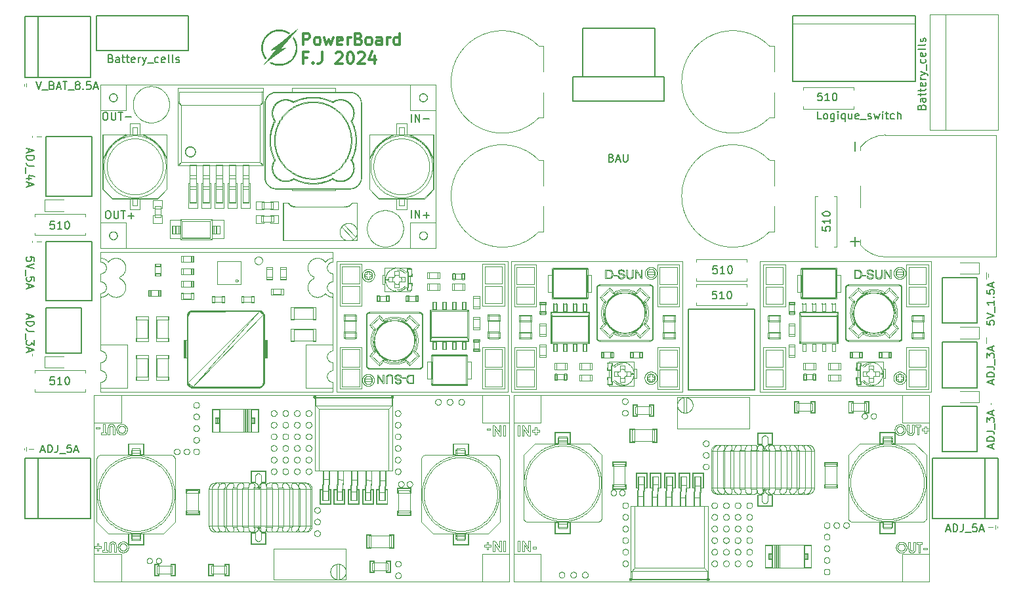
<source format=gbr>
%TF.GenerationSoftware,KiCad,Pcbnew,7.0.11-7.0.11~ubuntu22.04.1*%
%TF.CreationDate,2024-10-25T19:20:44+02:00*%
%TF.ProjectId,PowerBoard-Elec,506f7765-7242-46f6-9172-642d456c6563,rev?*%
%TF.SameCoordinates,Original*%
%TF.FileFunction,Legend,Top*%
%TF.FilePolarity,Positive*%
%FSLAX46Y46*%
G04 Gerber Fmt 4.6, Leading zero omitted, Abs format (unit mm)*
G04 Created by KiCad (PCBNEW 7.0.11-7.0.11~ubuntu22.04.1) date 2024-10-25 19:20:44*
%MOMM*%
%LPD*%
G01*
G04 APERTURE LIST*
%ADD10C,0.000000*%
%ADD11C,0.300000*%
%ADD12C,0.150000*%
%ADD13C,0.120000*%
%ADD14C,0.152400*%
%ADD15C,0.099999*%
%ADD16C,0.127000*%
%ADD17C,0.100000*%
%ADD18C,0.203200*%
%ADD19C,0.080473*%
%ADD20C,0.104116*%
G04 APERTURE END LIST*
D10*
G36*
X18809727Y-32337162D02*
G01*
X18762102Y-32337162D01*
X18762102Y-32070462D01*
X18809727Y-32070462D01*
X18809727Y-32337162D01*
G37*
G36*
X143066701Y-82337711D02*
G01*
X143068178Y-82337807D01*
X143068596Y-82337865D01*
X143068783Y-82337930D01*
X143069038Y-82360714D01*
X143069247Y-82422259D01*
X143069439Y-82624077D01*
X143069439Y-82909563D01*
X143045627Y-82909563D01*
X143021814Y-82909563D01*
X143021814Y-82338226D01*
X143044970Y-82337747D01*
X143054013Y-82337614D01*
X143061517Y-82337604D01*
X143066701Y-82337711D01*
G37*
G36*
X18053490Y-72811774D02*
G01*
X18030334Y-72812253D01*
X18021291Y-72812386D01*
X18013787Y-72812396D01*
X18008603Y-72812289D01*
X18007126Y-72812193D01*
X18006708Y-72812135D01*
X18006521Y-72812070D01*
X18006266Y-72789286D01*
X18006057Y-72727741D01*
X18005865Y-72525923D01*
X18005865Y-72240437D01*
X18029677Y-72240437D01*
X18053490Y-72240437D01*
X18053490Y-72811774D01*
G37*
G36*
X52469932Y-19290460D02*
G01*
X52470235Y-19290512D01*
X52470424Y-19290596D01*
X52470612Y-19290680D01*
X52470983Y-19290849D01*
X52471876Y-19291398D01*
X52472397Y-19291776D01*
X52472913Y-19292153D01*
X52475364Y-19294263D01*
X52478310Y-19297131D01*
X52481702Y-19300719D01*
X52485520Y-19304983D01*
X52489729Y-19309875D01*
X52494295Y-19315358D01*
X52499157Y-19321385D01*
X52504313Y-19327912D01*
X52509710Y-19334897D01*
X52515313Y-19342294D01*
X52521095Y-19350063D01*
X52527007Y-19358159D01*
X52533022Y-19366536D01*
X52539099Y-19375155D01*
X52587542Y-19446980D01*
X52632963Y-19519637D01*
X52675377Y-19593146D01*
X52714798Y-19667529D01*
X52751231Y-19742811D01*
X52784677Y-19819013D01*
X52815137Y-19896157D01*
X52842644Y-19974270D01*
X52867171Y-20053370D01*
X52888766Y-20133481D01*
X52907408Y-20214627D01*
X52923105Y-20296827D01*
X52935877Y-20380109D01*
X52945723Y-20464494D01*
X52952652Y-20550000D01*
X52956675Y-20636656D01*
X52958138Y-20712648D01*
X52957788Y-20783808D01*
X52955508Y-20851559D01*
X52951189Y-20917316D01*
X52944707Y-20982496D01*
X52935952Y-21048524D01*
X52924801Y-21116814D01*
X52911137Y-21188781D01*
X52896752Y-21254885D01*
X52880293Y-21320682D01*
X52861781Y-21386103D01*
X52841257Y-21451087D01*
X52818756Y-21515559D01*
X52794304Y-21579455D01*
X52767923Y-21642712D01*
X52739661Y-21705255D01*
X52709538Y-21767023D01*
X52677581Y-21827942D01*
X52643846Y-21887951D01*
X52608347Y-21946982D01*
X52571117Y-22004962D01*
X52532191Y-22061830D01*
X52491590Y-22117517D01*
X52449368Y-22171954D01*
X52374359Y-22261064D01*
X52295312Y-22346012D01*
X52212434Y-22426700D01*
X52125896Y-22503010D01*
X52035925Y-22574840D01*
X51942706Y-22642087D01*
X51846431Y-22704633D01*
X51747287Y-22762373D01*
X51645484Y-22815200D01*
X51541224Y-22863008D01*
X51434677Y-22905687D01*
X51326064Y-22943126D01*
X51215583Y-22975223D01*
X51103405Y-23001865D01*
X50989752Y-23022952D01*
X50874800Y-23038367D01*
X50819580Y-23042796D01*
X50752413Y-23045707D01*
X50677424Y-23047139D01*
X50598741Y-23047132D01*
X50520484Y-23045718D01*
X50446794Y-23042940D01*
X50381775Y-23038827D01*
X50329563Y-23033427D01*
X50329570Y-23033427D01*
X50268362Y-23024384D01*
X50207779Y-23013964D01*
X50147849Y-23002174D01*
X50088578Y-22989018D01*
X50030000Y-22974509D01*
X49972109Y-22958648D01*
X49914953Y-22941444D01*
X49858524Y-22922901D01*
X49802858Y-22903029D01*
X49747974Y-22881833D01*
X49693873Y-22859314D01*
X49640597Y-22835484D01*
X49588151Y-22810349D01*
X49536556Y-22783920D01*
X49485834Y-22756190D01*
X49435997Y-22727179D01*
X49419950Y-22717405D01*
X49404995Y-22708029D01*
X49391454Y-22699267D01*
X49379651Y-22691350D01*
X49369928Y-22684498D01*
X49362588Y-22678936D01*
X49359923Y-22676711D01*
X49357980Y-22674888D01*
X49356792Y-22673504D01*
X49356408Y-22672581D01*
X49356444Y-22672475D01*
X49356479Y-22672368D01*
X49356513Y-22672263D01*
X49356545Y-22672158D01*
X49356730Y-22671864D01*
X49356823Y-22671717D01*
X49356916Y-22671571D01*
X49358323Y-22669917D01*
X49360617Y-22667664D01*
X49363720Y-22664846D01*
X49367600Y-22661502D01*
X49372201Y-22657667D01*
X49383393Y-22648675D01*
X49396927Y-22638163D01*
X49412424Y-22626428D01*
X49429522Y-22613766D01*
X49447814Y-22600473D01*
X49538897Y-22534984D01*
X49649956Y-22592102D01*
X49708059Y-22620986D01*
X49766246Y-22647896D01*
X49824583Y-22672852D01*
X49883120Y-22695862D01*
X49941917Y-22716945D01*
X50001037Y-22736113D01*
X50060542Y-22753378D01*
X50120486Y-22768756D01*
X50180931Y-22782262D01*
X50241947Y-22793911D01*
X50303573Y-22803720D01*
X50365879Y-22811695D01*
X50428920Y-22817861D01*
X50492758Y-22822221D01*
X50557453Y-22824800D01*
X50623076Y-22825603D01*
X50696080Y-22824405D01*
X50768171Y-22820979D01*
X50839370Y-22815317D01*
X50909716Y-22807421D01*
X50979198Y-22797276D01*
X51047856Y-22784882D01*
X51115717Y-22770229D01*
X51182782Y-22753317D01*
X51249077Y-22734139D01*
X51314631Y-22712691D01*
X51379457Y-22688961D01*
X51443576Y-22662951D01*
X51507009Y-22634654D01*
X51569775Y-22604057D01*
X51631903Y-22571163D01*
X51693399Y-22535966D01*
X51795441Y-22471552D01*
X51892917Y-22402341D01*
X51985704Y-22328506D01*
X52073697Y-22250211D01*
X52156788Y-22167629D01*
X52234839Y-22080919D01*
X52307768Y-21990254D01*
X52375444Y-21895810D01*
X52437736Y-21797743D01*
X52494556Y-21696229D01*
X52545793Y-21591430D01*
X52591325Y-21483524D01*
X52631034Y-21372668D01*
X52664803Y-21259039D01*
X52692530Y-21142797D01*
X52714104Y-21024120D01*
X52718313Y-20993070D01*
X52721959Y-20958621D01*
X52727562Y-20881531D01*
X52730913Y-20796844D01*
X52732012Y-20708559D01*
X52730872Y-20620668D01*
X52727466Y-20537172D01*
X52721815Y-20462065D01*
X52718148Y-20428907D01*
X52713912Y-20399347D01*
X52698503Y-20314333D01*
X52680335Y-20230700D01*
X52659461Y-20148716D01*
X52635991Y-20068651D01*
X52609995Y-19990775D01*
X52581561Y-19915356D01*
X52550785Y-19842668D01*
X52517737Y-19772973D01*
X52500029Y-19739079D01*
X52478804Y-19700707D01*
X52455328Y-19659912D01*
X52430815Y-19618754D01*
X52406535Y-19579293D01*
X52383718Y-19543584D01*
X52363620Y-19513687D01*
X52347477Y-19491658D01*
X52319125Y-19455752D01*
X52389218Y-19373001D01*
X52403507Y-19356380D01*
X52417253Y-19340883D01*
X52430107Y-19326844D01*
X52441753Y-19314605D01*
X52451860Y-19304502D01*
X52460100Y-19296877D01*
X52463403Y-19294098D01*
X52466136Y-19292066D01*
X52468223Y-19290821D01*
X52469624Y-19290407D01*
X52469932Y-19290460D01*
G37*
G36*
X142463202Y-58649538D02*
G01*
X142415577Y-58649538D01*
X142415577Y-58382838D01*
X142463202Y-58382838D01*
X142463202Y-58649538D01*
G37*
G36*
X141920277Y-58978150D02*
G01*
X141896465Y-58978150D01*
X141872652Y-58978150D01*
X141872652Y-58540000D01*
X141220190Y-58540000D01*
X141220190Y-58492375D01*
X141872652Y-58492375D01*
X141872652Y-58054225D01*
X141920277Y-58054225D01*
X141920277Y-58978150D01*
G37*
G36*
X50758860Y-18381975D02*
G01*
X50904470Y-18393995D01*
X51050973Y-18414653D01*
X51099931Y-18424148D01*
X51154911Y-18436832D01*
X51214113Y-18452175D01*
X51275726Y-18469643D01*
X51337950Y-18488708D01*
X51398979Y-18508831D01*
X51457007Y-18529484D01*
X51510229Y-18550132D01*
X51580954Y-18581312D01*
X51659417Y-18619744D01*
X51740303Y-18662348D01*
X51818272Y-18706045D01*
X51887994Y-18747751D01*
X51944162Y-18784387D01*
X51965482Y-18799842D01*
X51981419Y-18812875D01*
X51991307Y-18823099D01*
X51993772Y-18827037D01*
X51994123Y-18828583D01*
X51994479Y-18830130D01*
X51994439Y-18830276D01*
X51994401Y-18830421D01*
X51994328Y-18830712D01*
X51993964Y-18831457D01*
X51993387Y-18832362D01*
X51992618Y-18833419D01*
X51991544Y-18834698D01*
X51990476Y-18835977D01*
X51987585Y-18839089D01*
X51983994Y-18842721D01*
X51979737Y-18846831D01*
X51974861Y-18851380D01*
X51969396Y-18856331D01*
X51963415Y-18861644D01*
X51956933Y-18867281D01*
X51942685Y-18879369D01*
X51926989Y-18892289D01*
X51910193Y-18905726D01*
X51826690Y-18971639D01*
X51720617Y-18908672D01*
X51671934Y-18880096D01*
X51628517Y-18855363D01*
X51588871Y-18833744D01*
X51551565Y-18814514D01*
X51515139Y-18796944D01*
X51478122Y-18780309D01*
X51439065Y-18763879D01*
X51396514Y-18746926D01*
X51347158Y-18728419D01*
X51296614Y-18710877D01*
X51245156Y-18694382D01*
X51193068Y-18679013D01*
X51140622Y-18664846D01*
X51088093Y-18651964D01*
X51035791Y-18640443D01*
X50983977Y-18630366D01*
X50952323Y-18625153D01*
X50918093Y-18620480D01*
X50843283Y-18612793D01*
X50762383Y-18607372D01*
X50678214Y-18604277D01*
X50593585Y-18603571D01*
X50511332Y-18605321D01*
X50434262Y-18609586D01*
X50365213Y-18616434D01*
X50237449Y-18636542D01*
X50112253Y-18663938D01*
X49989838Y-18698462D01*
X49870431Y-18739965D01*
X49754250Y-18788291D01*
X49641537Y-18843284D01*
X49532491Y-18904794D01*
X49427359Y-18972664D01*
X49326346Y-19046741D01*
X49229680Y-19126871D01*
X49137594Y-19212899D01*
X49050301Y-19304671D01*
X48968041Y-19402032D01*
X48891020Y-19504831D01*
X48819458Y-19612909D01*
X48753602Y-19726118D01*
X48732961Y-19765379D01*
X48713007Y-19805970D01*
X48693754Y-19847790D01*
X48675255Y-19890733D01*
X48657519Y-19934695D01*
X48640607Y-19979573D01*
X48624547Y-20025261D01*
X48609358Y-20071654D01*
X48595083Y-20118651D01*
X48581748Y-20166145D01*
X48569395Y-20214033D01*
X48558052Y-20262210D01*
X48547752Y-20310572D01*
X48538517Y-20359013D01*
X48530401Y-20407432D01*
X48523411Y-20455722D01*
X48518522Y-20507287D01*
X48515288Y-20572625D01*
X48513674Y-20647324D01*
X48513633Y-20726971D01*
X48515143Y-20807154D01*
X48518137Y-20883464D01*
X48522593Y-20951487D01*
X48528471Y-21006813D01*
X48535200Y-21051620D01*
X48543014Y-21096592D01*
X48551900Y-21141650D01*
X48561822Y-21186721D01*
X48572746Y-21231734D01*
X48584673Y-21276617D01*
X48597561Y-21321294D01*
X48611390Y-21365692D01*
X48626153Y-21409740D01*
X48641795Y-21453366D01*
X48658323Y-21496495D01*
X48675702Y-21539053D01*
X48693898Y-21580973D01*
X48712897Y-21622175D01*
X48732673Y-21662591D01*
X48753203Y-21702141D01*
X48775876Y-21743093D01*
X48801509Y-21786891D01*
X48829160Y-21832089D01*
X48857896Y-21877236D01*
X48886770Y-21920876D01*
X48914847Y-21961563D01*
X48941173Y-21997845D01*
X48964814Y-22028267D01*
X48971412Y-22036613D01*
X48977572Y-22044853D01*
X48983154Y-22052770D01*
X48988022Y-22060158D01*
X48992046Y-22066798D01*
X48993694Y-22069771D01*
X48995088Y-22072480D01*
X48996193Y-22074897D01*
X48997017Y-22076995D01*
X48997512Y-22078742D01*
X48997684Y-22080122D01*
X48997333Y-22081846D01*
X48996809Y-22083080D01*
X48996290Y-22084314D01*
X48992321Y-22091274D01*
X48986127Y-22100581D01*
X48978073Y-22111821D01*
X48957721Y-22138412D01*
X48934031Y-22167687D01*
X48909800Y-22196296D01*
X48887793Y-22220881D01*
X48878489Y-22230621D01*
X48870785Y-22238096D01*
X48865024Y-22242885D01*
X48864003Y-22243516D01*
X48862977Y-22244145D01*
X48861556Y-22244577D01*
X48861020Y-22244461D01*
X48860669Y-22244286D01*
X48860492Y-22244200D01*
X48860313Y-22244114D01*
X48859878Y-22243827D01*
X48859661Y-22243684D01*
X48859448Y-22243541D01*
X48859187Y-22243344D01*
X48858927Y-22243145D01*
X48858411Y-22242748D01*
X48855864Y-22240533D01*
X48852733Y-22237508D01*
X48849038Y-22233725D01*
X48844850Y-22229224D01*
X48840167Y-22224054D01*
X48835065Y-22218262D01*
X48823708Y-22204989D01*
X48811101Y-22189776D01*
X48797568Y-22172984D01*
X48783416Y-22154984D01*
X48734815Y-22090302D01*
X48688727Y-22024641D01*
X48645153Y-21957992D01*
X48604085Y-21890334D01*
X48565495Y-21821662D01*
X48529419Y-21751964D01*
X48495828Y-21681223D01*
X48464716Y-21609431D01*
X48436090Y-21536571D01*
X48409929Y-21462636D01*
X48386239Y-21387610D01*
X48365008Y-21311485D01*
X48346235Y-21234241D01*
X48329921Y-21155874D01*
X48316051Y-21076367D01*
X48304618Y-20995707D01*
X48298177Y-20928213D01*
X48294037Y-20849527D01*
X48292148Y-20763377D01*
X48292464Y-20673481D01*
X48294916Y-20583560D01*
X48299441Y-20497340D01*
X48305998Y-20418542D01*
X48314512Y-20350887D01*
X48330216Y-20262167D01*
X48349579Y-20173959D01*
X48372500Y-20086410D01*
X48398915Y-19999666D01*
X48428763Y-19913869D01*
X48461949Y-19829168D01*
X48498417Y-19745710D01*
X48538077Y-19663637D01*
X48580876Y-19583099D01*
X48626716Y-19504237D01*
X48675544Y-19427201D01*
X48727276Y-19352133D01*
X48781836Y-19279181D01*
X48839158Y-19208489D01*
X48899157Y-19140205D01*
X48961772Y-19074473D01*
X49067275Y-18974226D01*
X49177331Y-18881464D01*
X49291698Y-18796265D01*
X49410103Y-18718713D01*
X49532292Y-18648892D01*
X49657996Y-18586881D01*
X49786955Y-18532766D01*
X49918915Y-18486629D01*
X50053614Y-18448551D01*
X50190778Y-18418617D01*
X50330153Y-18396908D01*
X50471479Y-18383510D01*
X50614493Y-18378499D01*
X50758860Y-18381975D01*
G37*
G36*
X18312652Y-25560000D02*
G01*
X18965114Y-25560000D01*
X18965114Y-25607625D01*
X18312652Y-25607625D01*
X18312652Y-26045775D01*
X18265027Y-26045775D01*
X18265027Y-25121850D01*
X18288839Y-25121850D01*
X18312652Y-25121850D01*
X18312652Y-25560000D01*
G37*
G36*
X18799727Y-45907162D02*
G01*
X18752102Y-45907162D01*
X18752102Y-45640462D01*
X18799727Y-45640462D01*
X18799727Y-45907162D01*
G37*
G36*
X19342652Y-60352375D02*
G01*
X19995114Y-60352375D01*
X19995114Y-60400000D01*
X19342652Y-60400000D01*
X19342652Y-60838150D01*
X19295027Y-60838150D01*
X19295027Y-59914225D01*
X19318839Y-59914225D01*
X19342652Y-59914225D01*
X19342652Y-60352375D01*
G37*
G36*
X53071198Y-18232521D02*
G01*
X53071275Y-18232547D01*
X53071352Y-18232573D01*
X53071510Y-18232817D01*
X53071503Y-18233203D01*
X53070961Y-18234407D01*
X53053458Y-18256307D01*
X53007521Y-18311395D01*
X52833244Y-18517657D01*
X52175774Y-19290231D01*
X51907701Y-19605040D01*
X51840815Y-19683658D01*
X51737481Y-19804664D01*
X51119006Y-20530443D01*
X50984073Y-20689140D01*
X50897679Y-20790026D01*
X50884242Y-20805757D01*
X50878604Y-20812561D01*
X50873667Y-20818696D01*
X50869424Y-20824190D01*
X50865847Y-20829068D01*
X50862928Y-20833353D01*
X50860662Y-20837075D01*
X50859014Y-20840261D01*
X50857978Y-20842932D01*
X50857682Y-20844085D01*
X50857538Y-20845122D01*
X50857538Y-20846042D01*
X50857682Y-20846852D01*
X50857827Y-20847203D01*
X50857971Y-20847556D01*
X50858078Y-20847705D01*
X50858184Y-20847854D01*
X50858396Y-20848154D01*
X50858672Y-20848401D01*
X50858811Y-20848524D01*
X50858953Y-20848648D01*
X50859653Y-20849046D01*
X50860491Y-20849352D01*
X50860971Y-20849457D01*
X50861452Y-20849565D01*
X50863773Y-20849726D01*
X50882855Y-20847635D01*
X50925990Y-20841782D01*
X51067762Y-20821261D01*
X51255690Y-20793102D01*
X51456355Y-20762234D01*
X51468886Y-20760380D01*
X51480449Y-20758879D01*
X51491024Y-20757719D01*
X51500568Y-20756905D01*
X51509069Y-20756431D01*
X51516491Y-20756287D01*
X51522815Y-20756476D01*
X51527999Y-20756988D01*
X51532030Y-20757822D01*
X51534873Y-20758972D01*
X51535834Y-20759669D01*
X51536493Y-20760438D01*
X51536659Y-20760862D01*
X51536743Y-20761076D01*
X51536830Y-20761289D01*
X51536864Y-20762213D01*
X51536795Y-20762463D01*
X51536722Y-20762714D01*
X51536576Y-20763216D01*
X51535965Y-20764294D01*
X51533767Y-20766673D01*
X51530238Y-20769351D01*
X51525370Y-20772320D01*
X51520817Y-20775153D01*
X51513532Y-20780045D01*
X51503884Y-20786730D01*
X51492253Y-20794942D01*
X51464540Y-20814865D01*
X51433428Y-20837672D01*
X49922725Y-21948599D01*
X49244677Y-22447814D01*
X48908715Y-22695676D01*
X48589411Y-22929441D01*
X48579970Y-22936105D01*
X48571160Y-22942086D01*
X48563174Y-22947266D01*
X48556219Y-22951534D01*
X48550464Y-22954782D01*
X48548095Y-22955983D01*
X48547104Y-22956435D01*
X48546118Y-22956890D01*
X48545319Y-22957184D01*
X48544525Y-22957480D01*
X48543365Y-22957741D01*
X48542953Y-22957748D01*
X48542807Y-22957707D01*
X48542733Y-22957686D01*
X48542657Y-22957666D01*
X48542472Y-22957497D01*
X48542424Y-22957233D01*
X48542506Y-22956818D01*
X48542781Y-22956186D01*
X48543322Y-22955247D01*
X48543859Y-22954308D01*
X48545603Y-22951644D01*
X48547986Y-22948241D01*
X48554529Y-22939411D01*
X48563181Y-22928181D01*
X48573652Y-22914925D01*
X48585662Y-22900018D01*
X48598914Y-22883827D01*
X48613114Y-22866723D01*
X48695923Y-22767187D01*
X48795782Y-22646578D01*
X49129492Y-22243733D01*
X50056319Y-21125970D01*
X50099722Y-21073281D01*
X50134995Y-21029946D01*
X50158512Y-21000448D01*
X50164740Y-20992291D01*
X50166677Y-20989273D01*
X50157194Y-20989918D01*
X50129467Y-20992665D01*
X50016933Y-21004712D01*
X49547391Y-21056794D01*
X49538142Y-21057677D01*
X49529525Y-21058205D01*
X49521718Y-21058387D01*
X49514899Y-21058236D01*
X49511933Y-21058041D01*
X49509276Y-21057762D01*
X49506962Y-21057405D01*
X49505018Y-21056973D01*
X49504239Y-21056718D01*
X49503460Y-21056461D01*
X49502893Y-21056171D01*
X49502327Y-21055878D01*
X49501620Y-21055218D01*
X49501598Y-21055173D01*
X49501576Y-21055128D01*
X49501530Y-21055039D01*
X49501484Y-21054949D01*
X49501462Y-21054905D01*
X49501441Y-21054861D01*
X49501425Y-21054768D01*
X49501409Y-21054674D01*
X49501392Y-21054580D01*
X49501382Y-21054534D01*
X49501372Y-21054487D01*
X49501392Y-21054425D01*
X49501411Y-21054364D01*
X49501447Y-21054242D01*
X49501517Y-21053996D01*
X49501915Y-21053299D01*
X49503508Y-21051305D01*
X49506083Y-21048551D01*
X49509598Y-21045080D01*
X49514000Y-21040943D01*
X49519225Y-21036185D01*
X49531969Y-21024982D01*
X49547398Y-21011843D01*
X49565079Y-20997142D01*
X49584594Y-20981239D01*
X49605509Y-20964509D01*
X50866114Y-19968032D01*
X51403710Y-19543488D01*
X52019857Y-19056512D01*
X52324968Y-18815571D01*
X52605875Y-18593804D01*
X53012342Y-18272926D01*
X53025704Y-18262566D01*
X53037830Y-18253475D01*
X53048466Y-18245810D01*
X53057386Y-18239730D01*
X53064328Y-18235392D01*
X53066992Y-18233926D01*
X53069072Y-18232955D01*
X53070549Y-18232498D01*
X53070802Y-18232483D01*
X53071050Y-18232469D01*
X53071198Y-18232521D01*
G37*
G36*
X18799727Y-60509537D02*
G01*
X18752102Y-60509537D01*
X18752102Y-60242837D01*
X18799727Y-60242837D01*
X18799727Y-60509537D01*
G37*
G36*
X141902739Y-50605775D02*
G01*
X141878927Y-50605775D01*
X141855114Y-50605775D01*
X141855114Y-50167625D01*
X141202652Y-50167625D01*
X141202652Y-50120000D01*
X141855114Y-50120000D01*
X141855114Y-49681850D01*
X141902739Y-49681850D01*
X141902739Y-50605775D01*
G37*
G36*
X142204239Y-66427711D02*
G01*
X142205716Y-66427807D01*
X142206134Y-66427865D01*
X142206321Y-66427930D01*
X142206576Y-66450714D01*
X142206785Y-66512259D01*
X142206977Y-66714077D01*
X142206977Y-66999563D01*
X142183165Y-66999563D01*
X142159352Y-66999563D01*
X142159352Y-66428226D01*
X142182508Y-66427747D01*
X142191551Y-66427614D01*
X142199055Y-66427604D01*
X142204239Y-66427711D01*
G37*
G36*
X142802739Y-83085775D02*
G01*
X142778927Y-83085775D01*
X142755114Y-83085775D01*
X142755114Y-82647625D01*
X142102652Y-82647625D01*
X142102652Y-82600000D01*
X142755114Y-82600000D01*
X142755114Y-82161850D01*
X142802739Y-82161850D01*
X142802739Y-83085775D01*
G37*
G36*
X19342652Y-45750000D02*
G01*
X19995114Y-45750000D01*
X19995114Y-45797625D01*
X19342652Y-45797625D01*
X19342652Y-46235775D01*
X19295027Y-46235775D01*
X19295027Y-45311850D01*
X19318839Y-45311850D01*
X19342652Y-45311850D01*
X19342652Y-45750000D01*
G37*
G36*
X18320190Y-72502375D02*
G01*
X18972652Y-72502375D01*
X18972652Y-72550000D01*
X18320190Y-72550000D01*
X18320190Y-72988150D01*
X18272565Y-72988150D01*
X18272565Y-72064225D01*
X18296377Y-72064225D01*
X18320190Y-72064225D01*
X18320190Y-72502375D01*
G37*
G36*
X19085952Y-32489399D02*
G01*
X19062796Y-32489878D01*
X19053753Y-32490011D01*
X19046249Y-32490021D01*
X19041065Y-32489914D01*
X19039588Y-32489818D01*
X19039170Y-32489760D01*
X19038983Y-32489695D01*
X19038728Y-32466911D01*
X19038519Y-32405366D01*
X19038327Y-32203548D01*
X19038327Y-31918062D01*
X19062139Y-31918062D01*
X19085952Y-31918062D01*
X19085952Y-32489399D01*
G37*
G36*
X17777265Y-72659537D02*
G01*
X17729640Y-72659537D01*
X17729640Y-72392837D01*
X17777265Y-72392837D01*
X17777265Y-72659537D01*
G37*
G36*
X19075952Y-46059399D02*
G01*
X19052796Y-46059878D01*
X19043753Y-46060011D01*
X19036249Y-46060021D01*
X19031065Y-46059914D01*
X19029588Y-46059818D01*
X19029170Y-46059760D01*
X19028983Y-46059695D01*
X19028728Y-46036911D01*
X19028519Y-45975366D01*
X19028327Y-45773548D01*
X19028327Y-45488062D01*
X19052139Y-45488062D01*
X19075952Y-45488062D01*
X19075952Y-46059399D01*
G37*
G36*
X142445664Y-50277163D02*
G01*
X142398039Y-50277163D01*
X142398039Y-50010463D01*
X142445664Y-50010463D01*
X142445664Y-50277163D01*
G37*
G36*
X142483202Y-66847163D02*
G01*
X142435577Y-66847163D01*
X142435577Y-66580463D01*
X142483202Y-66580463D01*
X142483202Y-66847163D01*
G37*
G36*
X19075952Y-60661774D02*
G01*
X19052796Y-60662253D01*
X19043753Y-60662386D01*
X19036249Y-60662396D01*
X19031065Y-60662289D01*
X19029588Y-60662193D01*
X19029170Y-60662135D01*
X19028983Y-60662070D01*
X19028728Y-60639286D01*
X19028519Y-60577741D01*
X19028327Y-60375923D01*
X19028327Y-60090437D01*
X19052139Y-60090437D01*
X19075952Y-60090437D01*
X19075952Y-60661774D01*
G37*
G36*
X142166701Y-49857711D02*
G01*
X142168178Y-49857807D01*
X142168596Y-49857865D01*
X142168783Y-49857930D01*
X142169038Y-49880714D01*
X142169247Y-49942259D01*
X142169439Y-50144077D01*
X142169439Y-50429563D01*
X142145627Y-50429563D01*
X142121814Y-50429563D01*
X142121814Y-49858226D01*
X142144970Y-49857747D01*
X142154013Y-49857614D01*
X142161517Y-49857604D01*
X142166701Y-49857711D01*
G37*
G36*
X141940277Y-67175775D02*
G01*
X141916465Y-67175775D01*
X141892652Y-67175775D01*
X141892652Y-66737625D01*
X141240190Y-66737625D01*
X141240190Y-66690000D01*
X141892652Y-66690000D01*
X141892652Y-66251850D01*
X141940277Y-66251850D01*
X141940277Y-67175775D01*
G37*
G36*
X18045952Y-25869399D02*
G01*
X18022796Y-25869878D01*
X18013753Y-25870011D01*
X18006249Y-25870021D01*
X18001065Y-25869914D01*
X17999588Y-25869818D01*
X17999170Y-25869760D01*
X17998983Y-25869695D01*
X17998728Y-25846911D01*
X17998519Y-25785366D01*
X17998327Y-25583548D01*
X17998327Y-25298062D01*
X18022139Y-25298062D01*
X18045952Y-25298062D01*
X18045952Y-25869399D01*
G37*
G36*
X19352652Y-32180000D02*
G01*
X20005114Y-32180000D01*
X20005114Y-32227625D01*
X19352652Y-32227625D01*
X19352652Y-32665775D01*
X19305027Y-32665775D01*
X19305027Y-31741850D01*
X19328839Y-31741850D01*
X19352652Y-31741850D01*
X19352652Y-32180000D01*
G37*
G36*
X143345664Y-82757163D02*
G01*
X143298039Y-82757163D01*
X143298039Y-82490463D01*
X143345664Y-82490463D01*
X143345664Y-82757163D01*
G37*
G36*
X17769727Y-25717162D02*
G01*
X17722102Y-25717162D01*
X17722102Y-25450462D01*
X17769727Y-25450462D01*
X17769727Y-25717162D01*
G37*
G36*
X142184239Y-58230086D02*
G01*
X142185716Y-58230182D01*
X142186134Y-58230240D01*
X142186321Y-58230305D01*
X142186576Y-58253089D01*
X142186785Y-58314634D01*
X142186977Y-58516452D01*
X142186977Y-58801938D01*
X142163165Y-58801938D01*
X142139352Y-58801938D01*
X142139352Y-58230601D01*
X142162508Y-58230122D01*
X142171551Y-58229989D01*
X142179055Y-58229979D01*
X142184239Y-58230086D01*
G37*
D11*
X53699537Y-20361983D02*
X53699537Y-18861983D01*
X53699537Y-18861983D02*
X54270966Y-18861983D01*
X54270966Y-18861983D02*
X54413823Y-18933412D01*
X54413823Y-18933412D02*
X54485252Y-19004840D01*
X54485252Y-19004840D02*
X54556680Y-19147697D01*
X54556680Y-19147697D02*
X54556680Y-19361983D01*
X54556680Y-19361983D02*
X54485252Y-19504840D01*
X54485252Y-19504840D02*
X54413823Y-19576269D01*
X54413823Y-19576269D02*
X54270966Y-19647697D01*
X54270966Y-19647697D02*
X53699537Y-19647697D01*
X55413823Y-20361983D02*
X55270966Y-20290555D01*
X55270966Y-20290555D02*
X55199537Y-20219126D01*
X55199537Y-20219126D02*
X55128109Y-20076269D01*
X55128109Y-20076269D02*
X55128109Y-19647697D01*
X55128109Y-19647697D02*
X55199537Y-19504840D01*
X55199537Y-19504840D02*
X55270966Y-19433412D01*
X55270966Y-19433412D02*
X55413823Y-19361983D01*
X55413823Y-19361983D02*
X55628109Y-19361983D01*
X55628109Y-19361983D02*
X55770966Y-19433412D01*
X55770966Y-19433412D02*
X55842395Y-19504840D01*
X55842395Y-19504840D02*
X55913823Y-19647697D01*
X55913823Y-19647697D02*
X55913823Y-20076269D01*
X55913823Y-20076269D02*
X55842395Y-20219126D01*
X55842395Y-20219126D02*
X55770966Y-20290555D01*
X55770966Y-20290555D02*
X55628109Y-20361983D01*
X55628109Y-20361983D02*
X55413823Y-20361983D01*
X56413823Y-19361983D02*
X56699538Y-20361983D01*
X56699538Y-20361983D02*
X56985252Y-19647697D01*
X56985252Y-19647697D02*
X57270966Y-20361983D01*
X57270966Y-20361983D02*
X57556680Y-19361983D01*
X58699538Y-20290555D02*
X58556681Y-20361983D01*
X58556681Y-20361983D02*
X58270967Y-20361983D01*
X58270967Y-20361983D02*
X58128109Y-20290555D01*
X58128109Y-20290555D02*
X58056681Y-20147697D01*
X58056681Y-20147697D02*
X58056681Y-19576269D01*
X58056681Y-19576269D02*
X58128109Y-19433412D01*
X58128109Y-19433412D02*
X58270967Y-19361983D01*
X58270967Y-19361983D02*
X58556681Y-19361983D01*
X58556681Y-19361983D02*
X58699538Y-19433412D01*
X58699538Y-19433412D02*
X58770967Y-19576269D01*
X58770967Y-19576269D02*
X58770967Y-19719126D01*
X58770967Y-19719126D02*
X58056681Y-19861983D01*
X59413823Y-20361983D02*
X59413823Y-19361983D01*
X59413823Y-19647697D02*
X59485252Y-19504840D01*
X59485252Y-19504840D02*
X59556681Y-19433412D01*
X59556681Y-19433412D02*
X59699538Y-19361983D01*
X59699538Y-19361983D02*
X59842395Y-19361983D01*
X60842394Y-19576269D02*
X61056680Y-19647697D01*
X61056680Y-19647697D02*
X61128109Y-19719126D01*
X61128109Y-19719126D02*
X61199537Y-19861983D01*
X61199537Y-19861983D02*
X61199537Y-20076269D01*
X61199537Y-20076269D02*
X61128109Y-20219126D01*
X61128109Y-20219126D02*
X61056680Y-20290555D01*
X61056680Y-20290555D02*
X60913823Y-20361983D01*
X60913823Y-20361983D02*
X60342394Y-20361983D01*
X60342394Y-20361983D02*
X60342394Y-18861983D01*
X60342394Y-18861983D02*
X60842394Y-18861983D01*
X60842394Y-18861983D02*
X60985252Y-18933412D01*
X60985252Y-18933412D02*
X61056680Y-19004840D01*
X61056680Y-19004840D02*
X61128109Y-19147697D01*
X61128109Y-19147697D02*
X61128109Y-19290555D01*
X61128109Y-19290555D02*
X61056680Y-19433412D01*
X61056680Y-19433412D02*
X60985252Y-19504840D01*
X60985252Y-19504840D02*
X60842394Y-19576269D01*
X60842394Y-19576269D02*
X60342394Y-19576269D01*
X62056680Y-20361983D02*
X61913823Y-20290555D01*
X61913823Y-20290555D02*
X61842394Y-20219126D01*
X61842394Y-20219126D02*
X61770966Y-20076269D01*
X61770966Y-20076269D02*
X61770966Y-19647697D01*
X61770966Y-19647697D02*
X61842394Y-19504840D01*
X61842394Y-19504840D02*
X61913823Y-19433412D01*
X61913823Y-19433412D02*
X62056680Y-19361983D01*
X62056680Y-19361983D02*
X62270966Y-19361983D01*
X62270966Y-19361983D02*
X62413823Y-19433412D01*
X62413823Y-19433412D02*
X62485252Y-19504840D01*
X62485252Y-19504840D02*
X62556680Y-19647697D01*
X62556680Y-19647697D02*
X62556680Y-20076269D01*
X62556680Y-20076269D02*
X62485252Y-20219126D01*
X62485252Y-20219126D02*
X62413823Y-20290555D01*
X62413823Y-20290555D02*
X62270966Y-20361983D01*
X62270966Y-20361983D02*
X62056680Y-20361983D01*
X63842395Y-20361983D02*
X63842395Y-19576269D01*
X63842395Y-19576269D02*
X63770966Y-19433412D01*
X63770966Y-19433412D02*
X63628109Y-19361983D01*
X63628109Y-19361983D02*
X63342395Y-19361983D01*
X63342395Y-19361983D02*
X63199537Y-19433412D01*
X63842395Y-20290555D02*
X63699537Y-20361983D01*
X63699537Y-20361983D02*
X63342395Y-20361983D01*
X63342395Y-20361983D02*
X63199537Y-20290555D01*
X63199537Y-20290555D02*
X63128109Y-20147697D01*
X63128109Y-20147697D02*
X63128109Y-20004840D01*
X63128109Y-20004840D02*
X63199537Y-19861983D01*
X63199537Y-19861983D02*
X63342395Y-19790555D01*
X63342395Y-19790555D02*
X63699537Y-19790555D01*
X63699537Y-19790555D02*
X63842395Y-19719126D01*
X64556680Y-20361983D02*
X64556680Y-19361983D01*
X64556680Y-19647697D02*
X64628109Y-19504840D01*
X64628109Y-19504840D02*
X64699538Y-19433412D01*
X64699538Y-19433412D02*
X64842395Y-19361983D01*
X64842395Y-19361983D02*
X64985252Y-19361983D01*
X66128109Y-20361983D02*
X66128109Y-18861983D01*
X66128109Y-20290555D02*
X65985251Y-20361983D01*
X65985251Y-20361983D02*
X65699537Y-20361983D01*
X65699537Y-20361983D02*
X65556680Y-20290555D01*
X65556680Y-20290555D02*
X65485251Y-20219126D01*
X65485251Y-20219126D02*
X65413823Y-20076269D01*
X65413823Y-20076269D02*
X65413823Y-19647697D01*
X65413823Y-19647697D02*
X65485251Y-19504840D01*
X65485251Y-19504840D02*
X65556680Y-19433412D01*
X65556680Y-19433412D02*
X65699537Y-19361983D01*
X65699537Y-19361983D02*
X65985251Y-19361983D01*
X65985251Y-19361983D02*
X66128109Y-19433412D01*
X54199537Y-21991269D02*
X53699537Y-21991269D01*
X53699537Y-22776983D02*
X53699537Y-21276983D01*
X53699537Y-21276983D02*
X54413823Y-21276983D01*
X54985251Y-22634126D02*
X55056680Y-22705555D01*
X55056680Y-22705555D02*
X54985251Y-22776983D01*
X54985251Y-22776983D02*
X54913823Y-22705555D01*
X54913823Y-22705555D02*
X54985251Y-22634126D01*
X54985251Y-22634126D02*
X54985251Y-22776983D01*
X56128109Y-21276983D02*
X56128109Y-22348412D01*
X56128109Y-22348412D02*
X56056680Y-22562697D01*
X56056680Y-22562697D02*
X55913823Y-22705555D01*
X55913823Y-22705555D02*
X55699537Y-22776983D01*
X55699537Y-22776983D02*
X55556680Y-22776983D01*
X57913823Y-21419840D02*
X57985251Y-21348412D01*
X57985251Y-21348412D02*
X58128109Y-21276983D01*
X58128109Y-21276983D02*
X58485251Y-21276983D01*
X58485251Y-21276983D02*
X58628109Y-21348412D01*
X58628109Y-21348412D02*
X58699537Y-21419840D01*
X58699537Y-21419840D02*
X58770966Y-21562697D01*
X58770966Y-21562697D02*
X58770966Y-21705555D01*
X58770966Y-21705555D02*
X58699537Y-21919840D01*
X58699537Y-21919840D02*
X57842394Y-22776983D01*
X57842394Y-22776983D02*
X58770966Y-22776983D01*
X59699537Y-21276983D02*
X59842394Y-21276983D01*
X59842394Y-21276983D02*
X59985251Y-21348412D01*
X59985251Y-21348412D02*
X60056680Y-21419840D01*
X60056680Y-21419840D02*
X60128108Y-21562697D01*
X60128108Y-21562697D02*
X60199537Y-21848412D01*
X60199537Y-21848412D02*
X60199537Y-22205555D01*
X60199537Y-22205555D02*
X60128108Y-22491269D01*
X60128108Y-22491269D02*
X60056680Y-22634126D01*
X60056680Y-22634126D02*
X59985251Y-22705555D01*
X59985251Y-22705555D02*
X59842394Y-22776983D01*
X59842394Y-22776983D02*
X59699537Y-22776983D01*
X59699537Y-22776983D02*
X59556680Y-22705555D01*
X59556680Y-22705555D02*
X59485251Y-22634126D01*
X59485251Y-22634126D02*
X59413822Y-22491269D01*
X59413822Y-22491269D02*
X59342394Y-22205555D01*
X59342394Y-22205555D02*
X59342394Y-21848412D01*
X59342394Y-21848412D02*
X59413822Y-21562697D01*
X59413822Y-21562697D02*
X59485251Y-21419840D01*
X59485251Y-21419840D02*
X59556680Y-21348412D01*
X59556680Y-21348412D02*
X59699537Y-21276983D01*
X60770965Y-21419840D02*
X60842393Y-21348412D01*
X60842393Y-21348412D02*
X60985251Y-21276983D01*
X60985251Y-21276983D02*
X61342393Y-21276983D01*
X61342393Y-21276983D02*
X61485251Y-21348412D01*
X61485251Y-21348412D02*
X61556679Y-21419840D01*
X61556679Y-21419840D02*
X61628108Y-21562697D01*
X61628108Y-21562697D02*
X61628108Y-21705555D01*
X61628108Y-21705555D02*
X61556679Y-21919840D01*
X61556679Y-21919840D02*
X60699536Y-22776983D01*
X60699536Y-22776983D02*
X61628108Y-22776983D01*
X62913822Y-21776983D02*
X62913822Y-22776983D01*
X62556679Y-21205555D02*
X62199536Y-22276983D01*
X62199536Y-22276983D02*
X63128107Y-22276983D01*
D12*
X93469047Y-34921009D02*
X93611904Y-34968628D01*
X93611904Y-34968628D02*
X93659523Y-35016247D01*
X93659523Y-35016247D02*
X93707142Y-35111485D01*
X93707142Y-35111485D02*
X93707142Y-35254342D01*
X93707142Y-35254342D02*
X93659523Y-35349580D01*
X93659523Y-35349580D02*
X93611904Y-35397200D01*
X93611904Y-35397200D02*
X93516666Y-35444819D01*
X93516666Y-35444819D02*
X93135714Y-35444819D01*
X93135714Y-35444819D02*
X93135714Y-34444819D01*
X93135714Y-34444819D02*
X93469047Y-34444819D01*
X93469047Y-34444819D02*
X93564285Y-34492438D01*
X93564285Y-34492438D02*
X93611904Y-34540057D01*
X93611904Y-34540057D02*
X93659523Y-34635295D01*
X93659523Y-34635295D02*
X93659523Y-34730533D01*
X93659523Y-34730533D02*
X93611904Y-34825771D01*
X93611904Y-34825771D02*
X93564285Y-34873390D01*
X93564285Y-34873390D02*
X93469047Y-34921009D01*
X93469047Y-34921009D02*
X93135714Y-34921009D01*
X94088095Y-35159104D02*
X94564285Y-35159104D01*
X93992857Y-35444819D02*
X94326190Y-34444819D01*
X94326190Y-34444819D02*
X94659523Y-35444819D01*
X94992857Y-34444819D02*
X94992857Y-35254342D01*
X94992857Y-35254342D02*
X95040476Y-35349580D01*
X95040476Y-35349580D02*
X95088095Y-35397200D01*
X95088095Y-35397200D02*
X95183333Y-35444819D01*
X95183333Y-35444819D02*
X95373809Y-35444819D01*
X95373809Y-35444819D02*
X95469047Y-35397200D01*
X95469047Y-35397200D02*
X95516666Y-35349580D01*
X95516666Y-35349580D02*
X95564285Y-35254342D01*
X95564285Y-35254342D02*
X95564285Y-34444819D01*
X120615714Y-26564819D02*
X120139524Y-26564819D01*
X120139524Y-26564819D02*
X120091905Y-27041009D01*
X120091905Y-27041009D02*
X120139524Y-26993390D01*
X120139524Y-26993390D02*
X120234762Y-26945771D01*
X120234762Y-26945771D02*
X120472857Y-26945771D01*
X120472857Y-26945771D02*
X120568095Y-26993390D01*
X120568095Y-26993390D02*
X120615714Y-27041009D01*
X120615714Y-27041009D02*
X120663333Y-27136247D01*
X120663333Y-27136247D02*
X120663333Y-27374342D01*
X120663333Y-27374342D02*
X120615714Y-27469580D01*
X120615714Y-27469580D02*
X120568095Y-27517200D01*
X120568095Y-27517200D02*
X120472857Y-27564819D01*
X120472857Y-27564819D02*
X120234762Y-27564819D01*
X120234762Y-27564819D02*
X120139524Y-27517200D01*
X120139524Y-27517200D02*
X120091905Y-27469580D01*
X121615714Y-27564819D02*
X121044286Y-27564819D01*
X121330000Y-27564819D02*
X121330000Y-26564819D01*
X121330000Y-26564819D02*
X121234762Y-26707676D01*
X121234762Y-26707676D02*
X121139524Y-26802914D01*
X121139524Y-26802914D02*
X121044286Y-26850533D01*
X122234762Y-26564819D02*
X122330000Y-26564819D01*
X122330000Y-26564819D02*
X122425238Y-26612438D01*
X122425238Y-26612438D02*
X122472857Y-26660057D01*
X122472857Y-26660057D02*
X122520476Y-26755295D01*
X122520476Y-26755295D02*
X122568095Y-26945771D01*
X122568095Y-26945771D02*
X122568095Y-27183866D01*
X122568095Y-27183866D02*
X122520476Y-27374342D01*
X122520476Y-27374342D02*
X122472857Y-27469580D01*
X122472857Y-27469580D02*
X122425238Y-27517200D01*
X122425238Y-27517200D02*
X122330000Y-27564819D01*
X122330000Y-27564819D02*
X122234762Y-27564819D01*
X122234762Y-27564819D02*
X122139524Y-27517200D01*
X122139524Y-27517200D02*
X122091905Y-27469580D01*
X122091905Y-27469580D02*
X122044286Y-27374342D01*
X122044286Y-27374342D02*
X121996667Y-27183866D01*
X121996667Y-27183866D02*
X121996667Y-26945771D01*
X121996667Y-26945771D02*
X122044286Y-26755295D01*
X122044286Y-26755295D02*
X122091905Y-26660057D01*
X122091905Y-26660057D02*
X122139524Y-26612438D01*
X122139524Y-26612438D02*
X122234762Y-26564819D01*
X120707471Y-43824285D02*
X120707471Y-44300475D01*
X120707471Y-44300475D02*
X121183661Y-44348094D01*
X121183661Y-44348094D02*
X121136042Y-44300475D01*
X121136042Y-44300475D02*
X121088423Y-44205237D01*
X121088423Y-44205237D02*
X121088423Y-43967142D01*
X121088423Y-43967142D02*
X121136042Y-43871904D01*
X121136042Y-43871904D02*
X121183661Y-43824285D01*
X121183661Y-43824285D02*
X121278899Y-43776666D01*
X121278899Y-43776666D02*
X121516994Y-43776666D01*
X121516994Y-43776666D02*
X121612232Y-43824285D01*
X121612232Y-43824285D02*
X121659852Y-43871904D01*
X121659852Y-43871904D02*
X121707471Y-43967142D01*
X121707471Y-43967142D02*
X121707471Y-44205237D01*
X121707471Y-44205237D02*
X121659852Y-44300475D01*
X121659852Y-44300475D02*
X121612232Y-44348094D01*
X121707471Y-42824285D02*
X121707471Y-43395713D01*
X121707471Y-43109999D02*
X120707471Y-43109999D01*
X120707471Y-43109999D02*
X120850328Y-43205237D01*
X120850328Y-43205237D02*
X120945566Y-43300475D01*
X120945566Y-43300475D02*
X120993185Y-43395713D01*
X120707471Y-42205237D02*
X120707471Y-42109999D01*
X120707471Y-42109999D02*
X120755090Y-42014761D01*
X120755090Y-42014761D02*
X120802709Y-41967142D01*
X120802709Y-41967142D02*
X120897947Y-41919523D01*
X120897947Y-41919523D02*
X121088423Y-41871904D01*
X121088423Y-41871904D02*
X121326518Y-41871904D01*
X121326518Y-41871904D02*
X121516994Y-41919523D01*
X121516994Y-41919523D02*
X121612232Y-41967142D01*
X121612232Y-41967142D02*
X121659852Y-42014761D01*
X121659852Y-42014761D02*
X121707471Y-42109999D01*
X121707471Y-42109999D02*
X121707471Y-42205237D01*
X121707471Y-42205237D02*
X121659852Y-42300475D01*
X121659852Y-42300475D02*
X121612232Y-42348094D01*
X121612232Y-42348094D02*
X121516994Y-42395713D01*
X121516994Y-42395713D02*
X121326518Y-42443332D01*
X121326518Y-42443332D02*
X121088423Y-42443332D01*
X121088423Y-42443332D02*
X120897947Y-42395713D01*
X120897947Y-42395713D02*
X120802709Y-42348094D01*
X120802709Y-42348094D02*
X120755090Y-42300475D01*
X120755090Y-42300475D02*
X120707471Y-42205237D01*
X142591756Y-64084761D02*
X142591756Y-63608571D01*
X142877471Y-64179999D02*
X141877471Y-63846666D01*
X141877471Y-63846666D02*
X142877471Y-63513333D01*
X142877471Y-63179999D02*
X141877471Y-63179999D01*
X141877471Y-63179999D02*
X141877471Y-62941904D01*
X141877471Y-62941904D02*
X141925090Y-62799047D01*
X141925090Y-62799047D02*
X142020328Y-62703809D01*
X142020328Y-62703809D02*
X142115566Y-62656190D01*
X142115566Y-62656190D02*
X142306042Y-62608571D01*
X142306042Y-62608571D02*
X142448899Y-62608571D01*
X142448899Y-62608571D02*
X142639375Y-62656190D01*
X142639375Y-62656190D02*
X142734613Y-62703809D01*
X142734613Y-62703809D02*
X142829852Y-62799047D01*
X142829852Y-62799047D02*
X142877471Y-62941904D01*
X142877471Y-62941904D02*
X142877471Y-63179999D01*
X141877471Y-61894285D02*
X142591756Y-61894285D01*
X142591756Y-61894285D02*
X142734613Y-61941904D01*
X142734613Y-61941904D02*
X142829852Y-62037142D01*
X142829852Y-62037142D02*
X142877471Y-62179999D01*
X142877471Y-62179999D02*
X142877471Y-62275237D01*
X142972709Y-61656190D02*
X142972709Y-60894285D01*
X141877471Y-60751427D02*
X141877471Y-60132380D01*
X141877471Y-60132380D02*
X142258423Y-60465713D01*
X142258423Y-60465713D02*
X142258423Y-60322856D01*
X142258423Y-60322856D02*
X142306042Y-60227618D01*
X142306042Y-60227618D02*
X142353661Y-60179999D01*
X142353661Y-60179999D02*
X142448899Y-60132380D01*
X142448899Y-60132380D02*
X142686994Y-60132380D01*
X142686994Y-60132380D02*
X142782232Y-60179999D01*
X142782232Y-60179999D02*
X142829852Y-60227618D01*
X142829852Y-60227618D02*
X142877471Y-60322856D01*
X142877471Y-60322856D02*
X142877471Y-60608570D01*
X142877471Y-60608570D02*
X142829852Y-60703808D01*
X142829852Y-60703808D02*
X142782232Y-60751427D01*
X142591756Y-59751427D02*
X142591756Y-59275237D01*
X142877471Y-59846665D02*
X141877471Y-59513332D01*
X141877471Y-59513332D02*
X142877471Y-59179999D01*
X133481009Y-28368096D02*
X133528628Y-28225239D01*
X133528628Y-28225239D02*
X133576247Y-28177620D01*
X133576247Y-28177620D02*
X133671485Y-28130001D01*
X133671485Y-28130001D02*
X133814342Y-28130001D01*
X133814342Y-28130001D02*
X133909580Y-28177620D01*
X133909580Y-28177620D02*
X133957200Y-28225239D01*
X133957200Y-28225239D02*
X134004819Y-28320477D01*
X134004819Y-28320477D02*
X134004819Y-28701429D01*
X134004819Y-28701429D02*
X133004819Y-28701429D01*
X133004819Y-28701429D02*
X133004819Y-28368096D01*
X133004819Y-28368096D02*
X133052438Y-28272858D01*
X133052438Y-28272858D02*
X133100057Y-28225239D01*
X133100057Y-28225239D02*
X133195295Y-28177620D01*
X133195295Y-28177620D02*
X133290533Y-28177620D01*
X133290533Y-28177620D02*
X133385771Y-28225239D01*
X133385771Y-28225239D02*
X133433390Y-28272858D01*
X133433390Y-28272858D02*
X133481009Y-28368096D01*
X133481009Y-28368096D02*
X133481009Y-28701429D01*
X134004819Y-27272858D02*
X133481009Y-27272858D01*
X133481009Y-27272858D02*
X133385771Y-27320477D01*
X133385771Y-27320477D02*
X133338152Y-27415715D01*
X133338152Y-27415715D02*
X133338152Y-27606191D01*
X133338152Y-27606191D02*
X133385771Y-27701429D01*
X133957200Y-27272858D02*
X134004819Y-27368096D01*
X134004819Y-27368096D02*
X134004819Y-27606191D01*
X134004819Y-27606191D02*
X133957200Y-27701429D01*
X133957200Y-27701429D02*
X133861961Y-27749048D01*
X133861961Y-27749048D02*
X133766723Y-27749048D01*
X133766723Y-27749048D02*
X133671485Y-27701429D01*
X133671485Y-27701429D02*
X133623866Y-27606191D01*
X133623866Y-27606191D02*
X133623866Y-27368096D01*
X133623866Y-27368096D02*
X133576247Y-27272858D01*
X133338152Y-26939524D02*
X133338152Y-26558572D01*
X133004819Y-26796667D02*
X133861961Y-26796667D01*
X133861961Y-26796667D02*
X133957200Y-26749048D01*
X133957200Y-26749048D02*
X134004819Y-26653810D01*
X134004819Y-26653810D02*
X134004819Y-26558572D01*
X133338152Y-26368095D02*
X133338152Y-25987143D01*
X133004819Y-26225238D02*
X133861961Y-26225238D01*
X133861961Y-26225238D02*
X133957200Y-26177619D01*
X133957200Y-26177619D02*
X134004819Y-26082381D01*
X134004819Y-26082381D02*
X134004819Y-25987143D01*
X133957200Y-25272857D02*
X134004819Y-25368095D01*
X134004819Y-25368095D02*
X134004819Y-25558571D01*
X134004819Y-25558571D02*
X133957200Y-25653809D01*
X133957200Y-25653809D02*
X133861961Y-25701428D01*
X133861961Y-25701428D02*
X133481009Y-25701428D01*
X133481009Y-25701428D02*
X133385771Y-25653809D01*
X133385771Y-25653809D02*
X133338152Y-25558571D01*
X133338152Y-25558571D02*
X133338152Y-25368095D01*
X133338152Y-25368095D02*
X133385771Y-25272857D01*
X133385771Y-25272857D02*
X133481009Y-25225238D01*
X133481009Y-25225238D02*
X133576247Y-25225238D01*
X133576247Y-25225238D02*
X133671485Y-25701428D01*
X134004819Y-24796666D02*
X133338152Y-24796666D01*
X133528628Y-24796666D02*
X133433390Y-24749047D01*
X133433390Y-24749047D02*
X133385771Y-24701428D01*
X133385771Y-24701428D02*
X133338152Y-24606190D01*
X133338152Y-24606190D02*
X133338152Y-24510952D01*
X133338152Y-24272856D02*
X134004819Y-24034761D01*
X133338152Y-23796666D02*
X134004819Y-24034761D01*
X134004819Y-24034761D02*
X134242914Y-24129999D01*
X134242914Y-24129999D02*
X134290533Y-24177618D01*
X134290533Y-24177618D02*
X134338152Y-24272856D01*
X134100057Y-23653809D02*
X134100057Y-22891904D01*
X133957200Y-22225237D02*
X134004819Y-22320475D01*
X134004819Y-22320475D02*
X134004819Y-22510951D01*
X134004819Y-22510951D02*
X133957200Y-22606189D01*
X133957200Y-22606189D02*
X133909580Y-22653808D01*
X133909580Y-22653808D02*
X133814342Y-22701427D01*
X133814342Y-22701427D02*
X133528628Y-22701427D01*
X133528628Y-22701427D02*
X133433390Y-22653808D01*
X133433390Y-22653808D02*
X133385771Y-22606189D01*
X133385771Y-22606189D02*
X133338152Y-22510951D01*
X133338152Y-22510951D02*
X133338152Y-22320475D01*
X133338152Y-22320475D02*
X133385771Y-22225237D01*
X133957200Y-21415713D02*
X134004819Y-21510951D01*
X134004819Y-21510951D02*
X134004819Y-21701427D01*
X134004819Y-21701427D02*
X133957200Y-21796665D01*
X133957200Y-21796665D02*
X133861961Y-21844284D01*
X133861961Y-21844284D02*
X133481009Y-21844284D01*
X133481009Y-21844284D02*
X133385771Y-21796665D01*
X133385771Y-21796665D02*
X133338152Y-21701427D01*
X133338152Y-21701427D02*
X133338152Y-21510951D01*
X133338152Y-21510951D02*
X133385771Y-21415713D01*
X133385771Y-21415713D02*
X133481009Y-21368094D01*
X133481009Y-21368094D02*
X133576247Y-21368094D01*
X133576247Y-21368094D02*
X133671485Y-21844284D01*
X134004819Y-20796665D02*
X133957200Y-20891903D01*
X133957200Y-20891903D02*
X133861961Y-20939522D01*
X133861961Y-20939522D02*
X133004819Y-20939522D01*
X134004819Y-20272855D02*
X133957200Y-20368093D01*
X133957200Y-20368093D02*
X133861961Y-20415712D01*
X133861961Y-20415712D02*
X133004819Y-20415712D01*
X133957200Y-19939521D02*
X134004819Y-19844283D01*
X134004819Y-19844283D02*
X134004819Y-19653807D01*
X134004819Y-19653807D02*
X133957200Y-19558569D01*
X133957200Y-19558569D02*
X133861961Y-19510950D01*
X133861961Y-19510950D02*
X133814342Y-19510950D01*
X133814342Y-19510950D02*
X133719104Y-19558569D01*
X133719104Y-19558569D02*
X133671485Y-19653807D01*
X133671485Y-19653807D02*
X133671485Y-19796664D01*
X133671485Y-19796664D02*
X133623866Y-19891902D01*
X133623866Y-19891902D02*
X133528628Y-19939521D01*
X133528628Y-19939521D02*
X133481009Y-19939521D01*
X133481009Y-19939521D02*
X133385771Y-19891902D01*
X133385771Y-19891902D02*
X133338152Y-19796664D01*
X133338152Y-19796664D02*
X133338152Y-19653807D01*
X133338152Y-19653807D02*
X133385771Y-19558569D01*
X21567366Y-43114819D02*
X21091176Y-43114819D01*
X21091176Y-43114819D02*
X21043557Y-43591009D01*
X21043557Y-43591009D02*
X21091176Y-43543390D01*
X21091176Y-43543390D02*
X21186414Y-43495771D01*
X21186414Y-43495771D02*
X21424509Y-43495771D01*
X21424509Y-43495771D02*
X21519747Y-43543390D01*
X21519747Y-43543390D02*
X21567366Y-43591009D01*
X21567366Y-43591009D02*
X21614985Y-43686247D01*
X21614985Y-43686247D02*
X21614985Y-43924342D01*
X21614985Y-43924342D02*
X21567366Y-44019580D01*
X21567366Y-44019580D02*
X21519747Y-44067200D01*
X21519747Y-44067200D02*
X21424509Y-44114819D01*
X21424509Y-44114819D02*
X21186414Y-44114819D01*
X21186414Y-44114819D02*
X21091176Y-44067200D01*
X21091176Y-44067200D02*
X21043557Y-44019580D01*
X22567366Y-44114819D02*
X21995938Y-44114819D01*
X22281652Y-44114819D02*
X22281652Y-43114819D01*
X22281652Y-43114819D02*
X22186414Y-43257676D01*
X22186414Y-43257676D02*
X22091176Y-43352914D01*
X22091176Y-43352914D02*
X21995938Y-43400533D01*
X23186414Y-43114819D02*
X23281652Y-43114819D01*
X23281652Y-43114819D02*
X23376890Y-43162438D01*
X23376890Y-43162438D02*
X23424509Y-43210057D01*
X23424509Y-43210057D02*
X23472128Y-43305295D01*
X23472128Y-43305295D02*
X23519747Y-43495771D01*
X23519747Y-43495771D02*
X23519747Y-43733866D01*
X23519747Y-43733866D02*
X23472128Y-43924342D01*
X23472128Y-43924342D02*
X23424509Y-44019580D01*
X23424509Y-44019580D02*
X23376890Y-44067200D01*
X23376890Y-44067200D02*
X23281652Y-44114819D01*
X23281652Y-44114819D02*
X23186414Y-44114819D01*
X23186414Y-44114819D02*
X23091176Y-44067200D01*
X23091176Y-44067200D02*
X23043557Y-44019580D01*
X23043557Y-44019580D02*
X22995938Y-43924342D01*
X22995938Y-43924342D02*
X22948319Y-43733866D01*
X22948319Y-43733866D02*
X22948319Y-43495771D01*
X22948319Y-43495771D02*
X22995938Y-43305295D01*
X22995938Y-43305295D02*
X23043557Y-43210057D01*
X23043557Y-43210057D02*
X23091176Y-43162438D01*
X23091176Y-43162438D02*
X23186414Y-43114819D01*
X107088366Y-48854819D02*
X106612176Y-48854819D01*
X106612176Y-48854819D02*
X106564557Y-49331009D01*
X106564557Y-49331009D02*
X106612176Y-49283390D01*
X106612176Y-49283390D02*
X106707414Y-49235771D01*
X106707414Y-49235771D02*
X106945509Y-49235771D01*
X106945509Y-49235771D02*
X107040747Y-49283390D01*
X107040747Y-49283390D02*
X107088366Y-49331009D01*
X107088366Y-49331009D02*
X107135985Y-49426247D01*
X107135985Y-49426247D02*
X107135985Y-49664342D01*
X107135985Y-49664342D02*
X107088366Y-49759580D01*
X107088366Y-49759580D02*
X107040747Y-49807200D01*
X107040747Y-49807200D02*
X106945509Y-49854819D01*
X106945509Y-49854819D02*
X106707414Y-49854819D01*
X106707414Y-49854819D02*
X106612176Y-49807200D01*
X106612176Y-49807200D02*
X106564557Y-49759580D01*
X108088366Y-49854819D02*
X107516938Y-49854819D01*
X107802652Y-49854819D02*
X107802652Y-48854819D01*
X107802652Y-48854819D02*
X107707414Y-48997676D01*
X107707414Y-48997676D02*
X107612176Y-49092914D01*
X107612176Y-49092914D02*
X107516938Y-49140533D01*
X108707414Y-48854819D02*
X108802652Y-48854819D01*
X108802652Y-48854819D02*
X108897890Y-48902438D01*
X108897890Y-48902438D02*
X108945509Y-48950057D01*
X108945509Y-48950057D02*
X108993128Y-49045295D01*
X108993128Y-49045295D02*
X109040747Y-49235771D01*
X109040747Y-49235771D02*
X109040747Y-49473866D01*
X109040747Y-49473866D02*
X108993128Y-49664342D01*
X108993128Y-49664342D02*
X108945509Y-49759580D01*
X108945509Y-49759580D02*
X108897890Y-49807200D01*
X108897890Y-49807200D02*
X108802652Y-49854819D01*
X108802652Y-49854819D02*
X108707414Y-49854819D01*
X108707414Y-49854819D02*
X108612176Y-49807200D01*
X108612176Y-49807200D02*
X108564557Y-49759580D01*
X108564557Y-49759580D02*
X108516938Y-49664342D01*
X108516938Y-49664342D02*
X108469319Y-49473866D01*
X108469319Y-49473866D02*
X108469319Y-49235771D01*
X108469319Y-49235771D02*
X108516938Y-49045295D01*
X108516938Y-49045295D02*
X108564557Y-48950057D01*
X108564557Y-48950057D02*
X108612176Y-48902438D01*
X108612176Y-48902438D02*
X108707414Y-48854819D01*
X107018366Y-52134819D02*
X106542176Y-52134819D01*
X106542176Y-52134819D02*
X106494557Y-52611009D01*
X106494557Y-52611009D02*
X106542176Y-52563390D01*
X106542176Y-52563390D02*
X106637414Y-52515771D01*
X106637414Y-52515771D02*
X106875509Y-52515771D01*
X106875509Y-52515771D02*
X106970747Y-52563390D01*
X106970747Y-52563390D02*
X107018366Y-52611009D01*
X107018366Y-52611009D02*
X107065985Y-52706247D01*
X107065985Y-52706247D02*
X107065985Y-52944342D01*
X107065985Y-52944342D02*
X107018366Y-53039580D01*
X107018366Y-53039580D02*
X106970747Y-53087200D01*
X106970747Y-53087200D02*
X106875509Y-53134819D01*
X106875509Y-53134819D02*
X106637414Y-53134819D01*
X106637414Y-53134819D02*
X106542176Y-53087200D01*
X106542176Y-53087200D02*
X106494557Y-53039580D01*
X108018366Y-53134819D02*
X107446938Y-53134819D01*
X107732652Y-53134819D02*
X107732652Y-52134819D01*
X107732652Y-52134819D02*
X107637414Y-52277676D01*
X107637414Y-52277676D02*
X107542176Y-52372914D01*
X107542176Y-52372914D02*
X107446938Y-52420533D01*
X108637414Y-52134819D02*
X108732652Y-52134819D01*
X108732652Y-52134819D02*
X108827890Y-52182438D01*
X108827890Y-52182438D02*
X108875509Y-52230057D01*
X108875509Y-52230057D02*
X108923128Y-52325295D01*
X108923128Y-52325295D02*
X108970747Y-52515771D01*
X108970747Y-52515771D02*
X108970747Y-52753866D01*
X108970747Y-52753866D02*
X108923128Y-52944342D01*
X108923128Y-52944342D02*
X108875509Y-53039580D01*
X108875509Y-53039580D02*
X108827890Y-53087200D01*
X108827890Y-53087200D02*
X108732652Y-53134819D01*
X108732652Y-53134819D02*
X108637414Y-53134819D01*
X108637414Y-53134819D02*
X108542176Y-53087200D01*
X108542176Y-53087200D02*
X108494557Y-53039580D01*
X108494557Y-53039580D02*
X108446938Y-52944342D01*
X108446938Y-52944342D02*
X108399319Y-52753866D01*
X108399319Y-52753866D02*
X108399319Y-52515771D01*
X108399319Y-52515771D02*
X108446938Y-52325295D01*
X108446938Y-52325295D02*
X108494557Y-52230057D01*
X108494557Y-52230057D02*
X108542176Y-52182438D01*
X108542176Y-52182438D02*
X108637414Y-52134819D01*
X136666453Y-82879211D02*
X137142928Y-82879211D01*
X136571158Y-83165096D02*
X136904690Y-82164498D01*
X136904690Y-82164498D02*
X137238223Y-83165096D01*
X137571755Y-83165096D02*
X137571755Y-82164498D01*
X137571755Y-82164498D02*
X137809993Y-82164498D01*
X137809993Y-82164498D02*
X137952935Y-82212146D01*
X137952935Y-82212146D02*
X138048230Y-82307441D01*
X138048230Y-82307441D02*
X138095878Y-82402736D01*
X138095878Y-82402736D02*
X138143525Y-82593326D01*
X138143525Y-82593326D02*
X138143525Y-82736268D01*
X138143525Y-82736268D02*
X138095878Y-82926858D01*
X138095878Y-82926858D02*
X138048230Y-83022153D01*
X138048230Y-83022153D02*
X137952935Y-83117449D01*
X137952935Y-83117449D02*
X137809993Y-83165096D01*
X137809993Y-83165096D02*
X137571755Y-83165096D01*
X138858238Y-82164498D02*
X138858238Y-82879211D01*
X138858238Y-82879211D02*
X138810591Y-83022153D01*
X138810591Y-83022153D02*
X138715296Y-83117449D01*
X138715296Y-83117449D02*
X138572353Y-83165096D01*
X138572353Y-83165096D02*
X138477058Y-83165096D01*
X139096476Y-83260391D02*
X139858836Y-83260391D01*
X140573548Y-82164498D02*
X140097073Y-82164498D01*
X140097073Y-82164498D02*
X140049426Y-82640973D01*
X140049426Y-82640973D02*
X140097073Y-82593326D01*
X140097073Y-82593326D02*
X140192368Y-82545678D01*
X140192368Y-82545678D02*
X140430606Y-82545678D01*
X140430606Y-82545678D02*
X140525901Y-82593326D01*
X140525901Y-82593326D02*
X140573548Y-82640973D01*
X140573548Y-82640973D02*
X140621196Y-82736268D01*
X140621196Y-82736268D02*
X140621196Y-82974506D01*
X140621196Y-82974506D02*
X140573548Y-83069801D01*
X140573548Y-83069801D02*
X140525901Y-83117449D01*
X140525901Y-83117449D02*
X140430606Y-83165096D01*
X140430606Y-83165096D02*
X140192368Y-83165096D01*
X140192368Y-83165096D02*
X140097073Y-83117449D01*
X140097073Y-83117449D02*
X140049426Y-83069801D01*
X141002376Y-82879211D02*
X141478851Y-82879211D01*
X140907081Y-83165096D02*
X141240613Y-82164498D01*
X141240613Y-82164498D02*
X141574146Y-83165096D01*
X19836453Y-72659211D02*
X20312928Y-72659211D01*
X19741158Y-72945096D02*
X20074690Y-71944498D01*
X20074690Y-71944498D02*
X20408223Y-72945096D01*
X20741755Y-72945096D02*
X20741755Y-71944498D01*
X20741755Y-71944498D02*
X20979993Y-71944498D01*
X20979993Y-71944498D02*
X21122935Y-71992146D01*
X21122935Y-71992146D02*
X21218230Y-72087441D01*
X21218230Y-72087441D02*
X21265878Y-72182736D01*
X21265878Y-72182736D02*
X21313525Y-72373326D01*
X21313525Y-72373326D02*
X21313525Y-72516268D01*
X21313525Y-72516268D02*
X21265878Y-72706858D01*
X21265878Y-72706858D02*
X21218230Y-72802153D01*
X21218230Y-72802153D02*
X21122935Y-72897449D01*
X21122935Y-72897449D02*
X20979993Y-72945096D01*
X20979993Y-72945096D02*
X20741755Y-72945096D01*
X22028238Y-71944498D02*
X22028238Y-72659211D01*
X22028238Y-72659211D02*
X21980591Y-72802153D01*
X21980591Y-72802153D02*
X21885296Y-72897449D01*
X21885296Y-72897449D02*
X21742353Y-72945096D01*
X21742353Y-72945096D02*
X21647058Y-72945096D01*
X22266476Y-73040391D02*
X23028836Y-73040391D01*
X23743548Y-71944498D02*
X23267073Y-71944498D01*
X23267073Y-71944498D02*
X23219426Y-72420973D01*
X23219426Y-72420973D02*
X23267073Y-72373326D01*
X23267073Y-72373326D02*
X23362368Y-72325678D01*
X23362368Y-72325678D02*
X23600606Y-72325678D01*
X23600606Y-72325678D02*
X23695901Y-72373326D01*
X23695901Y-72373326D02*
X23743548Y-72420973D01*
X23743548Y-72420973D02*
X23791196Y-72516268D01*
X23791196Y-72516268D02*
X23791196Y-72754506D01*
X23791196Y-72754506D02*
X23743548Y-72849801D01*
X23743548Y-72849801D02*
X23695901Y-72897449D01*
X23695901Y-72897449D02*
X23600606Y-72945096D01*
X23600606Y-72945096D02*
X23362368Y-72945096D01*
X23362368Y-72945096D02*
X23267073Y-72897449D01*
X23267073Y-72897449D02*
X23219426Y-72849801D01*
X24172376Y-72659211D02*
X24648851Y-72659211D01*
X24077081Y-72945096D02*
X24410613Y-71944498D01*
X24410613Y-71944498D02*
X24744146Y-72945096D01*
X120559047Y-29924819D02*
X120082857Y-29924819D01*
X120082857Y-29924819D02*
X120082857Y-28924819D01*
X121035238Y-29924819D02*
X120940000Y-29877200D01*
X120940000Y-29877200D02*
X120892381Y-29829580D01*
X120892381Y-29829580D02*
X120844762Y-29734342D01*
X120844762Y-29734342D02*
X120844762Y-29448628D01*
X120844762Y-29448628D02*
X120892381Y-29353390D01*
X120892381Y-29353390D02*
X120940000Y-29305771D01*
X120940000Y-29305771D02*
X121035238Y-29258152D01*
X121035238Y-29258152D02*
X121178095Y-29258152D01*
X121178095Y-29258152D02*
X121273333Y-29305771D01*
X121273333Y-29305771D02*
X121320952Y-29353390D01*
X121320952Y-29353390D02*
X121368571Y-29448628D01*
X121368571Y-29448628D02*
X121368571Y-29734342D01*
X121368571Y-29734342D02*
X121320952Y-29829580D01*
X121320952Y-29829580D02*
X121273333Y-29877200D01*
X121273333Y-29877200D02*
X121178095Y-29924819D01*
X121178095Y-29924819D02*
X121035238Y-29924819D01*
X122225714Y-29258152D02*
X122225714Y-30067676D01*
X122225714Y-30067676D02*
X122178095Y-30162914D01*
X122178095Y-30162914D02*
X122130476Y-30210533D01*
X122130476Y-30210533D02*
X122035238Y-30258152D01*
X122035238Y-30258152D02*
X121892381Y-30258152D01*
X121892381Y-30258152D02*
X121797143Y-30210533D01*
X122225714Y-29877200D02*
X122130476Y-29924819D01*
X122130476Y-29924819D02*
X121940000Y-29924819D01*
X121940000Y-29924819D02*
X121844762Y-29877200D01*
X121844762Y-29877200D02*
X121797143Y-29829580D01*
X121797143Y-29829580D02*
X121749524Y-29734342D01*
X121749524Y-29734342D02*
X121749524Y-29448628D01*
X121749524Y-29448628D02*
X121797143Y-29353390D01*
X121797143Y-29353390D02*
X121844762Y-29305771D01*
X121844762Y-29305771D02*
X121940000Y-29258152D01*
X121940000Y-29258152D02*
X122130476Y-29258152D01*
X122130476Y-29258152D02*
X122225714Y-29305771D01*
X122701905Y-29924819D02*
X122701905Y-29258152D01*
X122701905Y-28924819D02*
X122654286Y-28972438D01*
X122654286Y-28972438D02*
X122701905Y-29020057D01*
X122701905Y-29020057D02*
X122749524Y-28972438D01*
X122749524Y-28972438D02*
X122701905Y-28924819D01*
X122701905Y-28924819D02*
X122701905Y-29020057D01*
X123606666Y-29258152D02*
X123606666Y-30258152D01*
X123606666Y-29877200D02*
X123511428Y-29924819D01*
X123511428Y-29924819D02*
X123320952Y-29924819D01*
X123320952Y-29924819D02*
X123225714Y-29877200D01*
X123225714Y-29877200D02*
X123178095Y-29829580D01*
X123178095Y-29829580D02*
X123130476Y-29734342D01*
X123130476Y-29734342D02*
X123130476Y-29448628D01*
X123130476Y-29448628D02*
X123178095Y-29353390D01*
X123178095Y-29353390D02*
X123225714Y-29305771D01*
X123225714Y-29305771D02*
X123320952Y-29258152D01*
X123320952Y-29258152D02*
X123511428Y-29258152D01*
X123511428Y-29258152D02*
X123606666Y-29305771D01*
X124511428Y-29258152D02*
X124511428Y-29924819D01*
X124082857Y-29258152D02*
X124082857Y-29781961D01*
X124082857Y-29781961D02*
X124130476Y-29877200D01*
X124130476Y-29877200D02*
X124225714Y-29924819D01*
X124225714Y-29924819D02*
X124368571Y-29924819D01*
X124368571Y-29924819D02*
X124463809Y-29877200D01*
X124463809Y-29877200D02*
X124511428Y-29829580D01*
X125368571Y-29877200D02*
X125273333Y-29924819D01*
X125273333Y-29924819D02*
X125082857Y-29924819D01*
X125082857Y-29924819D02*
X124987619Y-29877200D01*
X124987619Y-29877200D02*
X124940000Y-29781961D01*
X124940000Y-29781961D02*
X124940000Y-29401009D01*
X124940000Y-29401009D02*
X124987619Y-29305771D01*
X124987619Y-29305771D02*
X125082857Y-29258152D01*
X125082857Y-29258152D02*
X125273333Y-29258152D01*
X125273333Y-29258152D02*
X125368571Y-29305771D01*
X125368571Y-29305771D02*
X125416190Y-29401009D01*
X125416190Y-29401009D02*
X125416190Y-29496247D01*
X125416190Y-29496247D02*
X124940000Y-29591485D01*
X125606667Y-30020057D02*
X126368571Y-30020057D01*
X126559048Y-29877200D02*
X126654286Y-29924819D01*
X126654286Y-29924819D02*
X126844762Y-29924819D01*
X126844762Y-29924819D02*
X126940000Y-29877200D01*
X126940000Y-29877200D02*
X126987619Y-29781961D01*
X126987619Y-29781961D02*
X126987619Y-29734342D01*
X126987619Y-29734342D02*
X126940000Y-29639104D01*
X126940000Y-29639104D02*
X126844762Y-29591485D01*
X126844762Y-29591485D02*
X126701905Y-29591485D01*
X126701905Y-29591485D02*
X126606667Y-29543866D01*
X126606667Y-29543866D02*
X126559048Y-29448628D01*
X126559048Y-29448628D02*
X126559048Y-29401009D01*
X126559048Y-29401009D02*
X126606667Y-29305771D01*
X126606667Y-29305771D02*
X126701905Y-29258152D01*
X126701905Y-29258152D02*
X126844762Y-29258152D01*
X126844762Y-29258152D02*
X126940000Y-29305771D01*
X127320953Y-29258152D02*
X127511429Y-29924819D01*
X127511429Y-29924819D02*
X127701905Y-29448628D01*
X127701905Y-29448628D02*
X127892381Y-29924819D01*
X127892381Y-29924819D02*
X128082857Y-29258152D01*
X128463810Y-29924819D02*
X128463810Y-29258152D01*
X128463810Y-28924819D02*
X128416191Y-28972438D01*
X128416191Y-28972438D02*
X128463810Y-29020057D01*
X128463810Y-29020057D02*
X128511429Y-28972438D01*
X128511429Y-28972438D02*
X128463810Y-28924819D01*
X128463810Y-28924819D02*
X128463810Y-29020057D01*
X128797143Y-29258152D02*
X129178095Y-29258152D01*
X128940000Y-28924819D02*
X128940000Y-29781961D01*
X128940000Y-29781961D02*
X128987619Y-29877200D01*
X128987619Y-29877200D02*
X129082857Y-29924819D01*
X129082857Y-29924819D02*
X129178095Y-29924819D01*
X129940000Y-29877200D02*
X129844762Y-29924819D01*
X129844762Y-29924819D02*
X129654286Y-29924819D01*
X129654286Y-29924819D02*
X129559048Y-29877200D01*
X129559048Y-29877200D02*
X129511429Y-29829580D01*
X129511429Y-29829580D02*
X129463810Y-29734342D01*
X129463810Y-29734342D02*
X129463810Y-29448628D01*
X129463810Y-29448628D02*
X129511429Y-29353390D01*
X129511429Y-29353390D02*
X129559048Y-29305771D01*
X129559048Y-29305771D02*
X129654286Y-29258152D01*
X129654286Y-29258152D02*
X129844762Y-29258152D01*
X129844762Y-29258152D02*
X129940000Y-29305771D01*
X130368572Y-29924819D02*
X130368572Y-28924819D01*
X130797143Y-29924819D02*
X130797143Y-29401009D01*
X130797143Y-29401009D02*
X130749524Y-29305771D01*
X130749524Y-29305771D02*
X130654286Y-29258152D01*
X130654286Y-29258152D02*
X130511429Y-29258152D01*
X130511429Y-29258152D02*
X130416191Y-29305771D01*
X130416191Y-29305771D02*
X130368572Y-29353390D01*
X18987832Y-48243809D02*
X18987832Y-47767619D01*
X18987832Y-47767619D02*
X18511642Y-47720000D01*
X18511642Y-47720000D02*
X18559261Y-47767619D01*
X18559261Y-47767619D02*
X18606880Y-47862857D01*
X18606880Y-47862857D02*
X18606880Y-48100952D01*
X18606880Y-48100952D02*
X18559261Y-48196190D01*
X18559261Y-48196190D02*
X18511642Y-48243809D01*
X18511642Y-48243809D02*
X18416404Y-48291428D01*
X18416404Y-48291428D02*
X18178309Y-48291428D01*
X18178309Y-48291428D02*
X18083071Y-48243809D01*
X18083071Y-48243809D02*
X18035452Y-48196190D01*
X18035452Y-48196190D02*
X17987832Y-48100952D01*
X17987832Y-48100952D02*
X17987832Y-47862857D01*
X17987832Y-47862857D02*
X18035452Y-47767619D01*
X18035452Y-47767619D02*
X18083071Y-47720000D01*
X18987832Y-48577143D02*
X17987832Y-48910476D01*
X17987832Y-48910476D02*
X18987832Y-49243809D01*
X17892594Y-49339048D02*
X17892594Y-50100952D01*
X18987832Y-50815238D02*
X18987832Y-50339048D01*
X18987832Y-50339048D02*
X18511642Y-50291429D01*
X18511642Y-50291429D02*
X18559261Y-50339048D01*
X18559261Y-50339048D02*
X18606880Y-50434286D01*
X18606880Y-50434286D02*
X18606880Y-50672381D01*
X18606880Y-50672381D02*
X18559261Y-50767619D01*
X18559261Y-50767619D02*
X18511642Y-50815238D01*
X18511642Y-50815238D02*
X18416404Y-50862857D01*
X18416404Y-50862857D02*
X18178309Y-50862857D01*
X18178309Y-50862857D02*
X18083071Y-50815238D01*
X18083071Y-50815238D02*
X18035452Y-50767619D01*
X18035452Y-50767619D02*
X17987832Y-50672381D01*
X17987832Y-50672381D02*
X17987832Y-50434286D01*
X17987832Y-50434286D02*
X18035452Y-50339048D01*
X18035452Y-50339048D02*
X18083071Y-50291429D01*
X18273547Y-51243810D02*
X18273547Y-51720000D01*
X17987832Y-51148572D02*
X18987832Y-51481905D01*
X18987832Y-51481905D02*
X17987832Y-51815238D01*
X141877471Y-55960476D02*
X141877471Y-56436666D01*
X141877471Y-56436666D02*
X142353661Y-56484285D01*
X142353661Y-56484285D02*
X142306042Y-56436666D01*
X142306042Y-56436666D02*
X142258423Y-56341428D01*
X142258423Y-56341428D02*
X142258423Y-56103333D01*
X142258423Y-56103333D02*
X142306042Y-56008095D01*
X142306042Y-56008095D02*
X142353661Y-55960476D01*
X142353661Y-55960476D02*
X142448899Y-55912857D01*
X142448899Y-55912857D02*
X142686994Y-55912857D01*
X142686994Y-55912857D02*
X142782232Y-55960476D01*
X142782232Y-55960476D02*
X142829852Y-56008095D01*
X142829852Y-56008095D02*
X142877471Y-56103333D01*
X142877471Y-56103333D02*
X142877471Y-56341428D01*
X142877471Y-56341428D02*
X142829852Y-56436666D01*
X142829852Y-56436666D02*
X142782232Y-56484285D01*
X141877471Y-55627142D02*
X142877471Y-55293809D01*
X142877471Y-55293809D02*
X141877471Y-54960476D01*
X142972709Y-54865238D02*
X142972709Y-54103333D01*
X142877471Y-53341428D02*
X142877471Y-53912856D01*
X142877471Y-53627142D02*
X141877471Y-53627142D01*
X141877471Y-53627142D02*
X142020328Y-53722380D01*
X142020328Y-53722380D02*
X142115566Y-53817618D01*
X142115566Y-53817618D02*
X142163185Y-53912856D01*
X142782232Y-52912856D02*
X142829852Y-52865237D01*
X142829852Y-52865237D02*
X142877471Y-52912856D01*
X142877471Y-52912856D02*
X142829852Y-52960475D01*
X142829852Y-52960475D02*
X142782232Y-52912856D01*
X142782232Y-52912856D02*
X142877471Y-52912856D01*
X141877471Y-51960476D02*
X141877471Y-52436666D01*
X141877471Y-52436666D02*
X142353661Y-52484285D01*
X142353661Y-52484285D02*
X142306042Y-52436666D01*
X142306042Y-52436666D02*
X142258423Y-52341428D01*
X142258423Y-52341428D02*
X142258423Y-52103333D01*
X142258423Y-52103333D02*
X142306042Y-52008095D01*
X142306042Y-52008095D02*
X142353661Y-51960476D01*
X142353661Y-51960476D02*
X142448899Y-51912857D01*
X142448899Y-51912857D02*
X142686994Y-51912857D01*
X142686994Y-51912857D02*
X142782232Y-51960476D01*
X142782232Y-51960476D02*
X142829852Y-52008095D01*
X142829852Y-52008095D02*
X142877471Y-52103333D01*
X142877471Y-52103333D02*
X142877471Y-52341428D01*
X142877471Y-52341428D02*
X142829852Y-52436666D01*
X142829852Y-52436666D02*
X142782232Y-52484285D01*
X142591756Y-51531904D02*
X142591756Y-51055714D01*
X142877471Y-51627142D02*
X141877471Y-51293809D01*
X141877471Y-51293809D02*
X142877471Y-50960476D01*
X142591756Y-72384761D02*
X142591756Y-71908571D01*
X142877471Y-72479999D02*
X141877471Y-72146666D01*
X141877471Y-72146666D02*
X142877471Y-71813333D01*
X142877471Y-71479999D02*
X141877471Y-71479999D01*
X141877471Y-71479999D02*
X141877471Y-71241904D01*
X141877471Y-71241904D02*
X141925090Y-71099047D01*
X141925090Y-71099047D02*
X142020328Y-71003809D01*
X142020328Y-71003809D02*
X142115566Y-70956190D01*
X142115566Y-70956190D02*
X142306042Y-70908571D01*
X142306042Y-70908571D02*
X142448899Y-70908571D01*
X142448899Y-70908571D02*
X142639375Y-70956190D01*
X142639375Y-70956190D02*
X142734613Y-71003809D01*
X142734613Y-71003809D02*
X142829852Y-71099047D01*
X142829852Y-71099047D02*
X142877471Y-71241904D01*
X142877471Y-71241904D02*
X142877471Y-71479999D01*
X141877471Y-70194285D02*
X142591756Y-70194285D01*
X142591756Y-70194285D02*
X142734613Y-70241904D01*
X142734613Y-70241904D02*
X142829852Y-70337142D01*
X142829852Y-70337142D02*
X142877471Y-70479999D01*
X142877471Y-70479999D02*
X142877471Y-70575237D01*
X142972709Y-69956190D02*
X142972709Y-69194285D01*
X141877471Y-69051427D02*
X141877471Y-68432380D01*
X141877471Y-68432380D02*
X142258423Y-68765713D01*
X142258423Y-68765713D02*
X142258423Y-68622856D01*
X142258423Y-68622856D02*
X142306042Y-68527618D01*
X142306042Y-68527618D02*
X142353661Y-68479999D01*
X142353661Y-68479999D02*
X142448899Y-68432380D01*
X142448899Y-68432380D02*
X142686994Y-68432380D01*
X142686994Y-68432380D02*
X142782232Y-68479999D01*
X142782232Y-68479999D02*
X142829852Y-68527618D01*
X142829852Y-68527618D02*
X142877471Y-68622856D01*
X142877471Y-68622856D02*
X142877471Y-68908570D01*
X142877471Y-68908570D02*
X142829852Y-69003808D01*
X142829852Y-69003808D02*
X142782232Y-69051427D01*
X142591756Y-68051427D02*
X142591756Y-67575237D01*
X142877471Y-68146665D02*
X141877471Y-67813332D01*
X141877471Y-67813332D02*
X142877471Y-67479999D01*
X18273547Y-55135238D02*
X18273547Y-55611428D01*
X17987832Y-55040000D02*
X18987832Y-55373333D01*
X18987832Y-55373333D02*
X17987832Y-55706666D01*
X17987832Y-56040000D02*
X18987832Y-56040000D01*
X18987832Y-56040000D02*
X18987832Y-56278095D01*
X18987832Y-56278095D02*
X18940213Y-56420952D01*
X18940213Y-56420952D02*
X18844975Y-56516190D01*
X18844975Y-56516190D02*
X18749737Y-56563809D01*
X18749737Y-56563809D02*
X18559261Y-56611428D01*
X18559261Y-56611428D02*
X18416404Y-56611428D01*
X18416404Y-56611428D02*
X18225928Y-56563809D01*
X18225928Y-56563809D02*
X18130690Y-56516190D01*
X18130690Y-56516190D02*
X18035452Y-56420952D01*
X18035452Y-56420952D02*
X17987832Y-56278095D01*
X17987832Y-56278095D02*
X17987832Y-56040000D01*
X18987832Y-57325714D02*
X18273547Y-57325714D01*
X18273547Y-57325714D02*
X18130690Y-57278095D01*
X18130690Y-57278095D02*
X18035452Y-57182857D01*
X18035452Y-57182857D02*
X17987832Y-57040000D01*
X17987832Y-57040000D02*
X17987832Y-56944762D01*
X17892594Y-57563810D02*
X17892594Y-58325714D01*
X18987832Y-58468572D02*
X18987832Y-59087619D01*
X18987832Y-59087619D02*
X18606880Y-58754286D01*
X18606880Y-58754286D02*
X18606880Y-58897143D01*
X18606880Y-58897143D02*
X18559261Y-58992381D01*
X18559261Y-58992381D02*
X18511642Y-59040000D01*
X18511642Y-59040000D02*
X18416404Y-59087619D01*
X18416404Y-59087619D02*
X18178309Y-59087619D01*
X18178309Y-59087619D02*
X18083071Y-59040000D01*
X18083071Y-59040000D02*
X18035452Y-58992381D01*
X18035452Y-58992381D02*
X17987832Y-58897143D01*
X17987832Y-58897143D02*
X17987832Y-58611429D01*
X17987832Y-58611429D02*
X18035452Y-58516191D01*
X18035452Y-58516191D02*
X18083071Y-58468572D01*
X18273547Y-59468572D02*
X18273547Y-59944762D01*
X17987832Y-59373334D02*
X18987832Y-59706667D01*
X18987832Y-59706667D02*
X17987832Y-60040000D01*
X28424981Y-41771164D02*
X28615457Y-41771164D01*
X28615457Y-41771164D02*
X28710695Y-41818783D01*
X28710695Y-41818783D02*
X28805933Y-41914021D01*
X28805933Y-41914021D02*
X28853552Y-42104497D01*
X28853552Y-42104497D02*
X28853552Y-42437830D01*
X28853552Y-42437830D02*
X28805933Y-42628306D01*
X28805933Y-42628306D02*
X28710695Y-42723545D01*
X28710695Y-42723545D02*
X28615457Y-42771164D01*
X28615457Y-42771164D02*
X28424981Y-42771164D01*
X28424981Y-42771164D02*
X28329743Y-42723545D01*
X28329743Y-42723545D02*
X28234505Y-42628306D01*
X28234505Y-42628306D02*
X28186886Y-42437830D01*
X28186886Y-42437830D02*
X28186886Y-42104497D01*
X28186886Y-42104497D02*
X28234505Y-41914021D01*
X28234505Y-41914021D02*
X28329743Y-41818783D01*
X28329743Y-41818783D02*
X28424981Y-41771164D01*
X29282124Y-41771164D02*
X29282124Y-42580687D01*
X29282124Y-42580687D02*
X29329743Y-42675925D01*
X29329743Y-42675925D02*
X29377362Y-42723545D01*
X29377362Y-42723545D02*
X29472600Y-42771164D01*
X29472600Y-42771164D02*
X29663076Y-42771164D01*
X29663076Y-42771164D02*
X29758314Y-42723545D01*
X29758314Y-42723545D02*
X29805933Y-42675925D01*
X29805933Y-42675925D02*
X29853552Y-42580687D01*
X29853552Y-42580687D02*
X29853552Y-41771164D01*
X30186886Y-41771164D02*
X30758314Y-41771164D01*
X30472600Y-42771164D02*
X30472600Y-41771164D01*
X31091648Y-42390211D02*
X31853553Y-42390211D01*
X31472600Y-42771164D02*
X31472600Y-42009259D01*
X28074981Y-29051164D02*
X28265457Y-29051164D01*
X28265457Y-29051164D02*
X28360695Y-29098783D01*
X28360695Y-29098783D02*
X28455933Y-29194021D01*
X28455933Y-29194021D02*
X28503552Y-29384497D01*
X28503552Y-29384497D02*
X28503552Y-29717830D01*
X28503552Y-29717830D02*
X28455933Y-29908306D01*
X28455933Y-29908306D02*
X28360695Y-30003545D01*
X28360695Y-30003545D02*
X28265457Y-30051164D01*
X28265457Y-30051164D02*
X28074981Y-30051164D01*
X28074981Y-30051164D02*
X27979743Y-30003545D01*
X27979743Y-30003545D02*
X27884505Y-29908306D01*
X27884505Y-29908306D02*
X27836886Y-29717830D01*
X27836886Y-29717830D02*
X27836886Y-29384497D01*
X27836886Y-29384497D02*
X27884505Y-29194021D01*
X27884505Y-29194021D02*
X27979743Y-29098783D01*
X27979743Y-29098783D02*
X28074981Y-29051164D01*
X28932124Y-29051164D02*
X28932124Y-29860687D01*
X28932124Y-29860687D02*
X28979743Y-29955925D01*
X28979743Y-29955925D02*
X29027362Y-30003545D01*
X29027362Y-30003545D02*
X29122600Y-30051164D01*
X29122600Y-30051164D02*
X29313076Y-30051164D01*
X29313076Y-30051164D02*
X29408314Y-30003545D01*
X29408314Y-30003545D02*
X29455933Y-29955925D01*
X29455933Y-29955925D02*
X29503552Y-29860687D01*
X29503552Y-29860687D02*
X29503552Y-29051164D01*
X29836886Y-29051164D02*
X30408314Y-29051164D01*
X30122600Y-30051164D02*
X30122600Y-29051164D01*
X30741648Y-29670211D02*
X31503553Y-29670211D01*
X67671172Y-30321164D02*
X67671172Y-29321164D01*
X68147362Y-30321164D02*
X68147362Y-29321164D01*
X68147362Y-29321164D02*
X68718790Y-30321164D01*
X68718790Y-30321164D02*
X68718790Y-29321164D01*
X69194981Y-29940211D02*
X69956886Y-29940211D01*
X67671172Y-42691164D02*
X67671172Y-41691164D01*
X68147362Y-42691164D02*
X68147362Y-41691164D01*
X68147362Y-41691164D02*
X68718790Y-42691164D01*
X68718790Y-42691164D02*
X68718790Y-41691164D01*
X69194981Y-42310211D02*
X69956886Y-42310211D01*
X69575933Y-42691164D02*
X69575933Y-41929259D01*
X18274297Y-33765238D02*
X18274297Y-34241428D01*
X17988582Y-33670000D02*
X18988582Y-34003333D01*
X18988582Y-34003333D02*
X17988582Y-34336666D01*
X17988582Y-34670000D02*
X18988582Y-34670000D01*
X18988582Y-34670000D02*
X18988582Y-34908095D01*
X18988582Y-34908095D02*
X18940963Y-35050952D01*
X18940963Y-35050952D02*
X18845725Y-35146190D01*
X18845725Y-35146190D02*
X18750487Y-35193809D01*
X18750487Y-35193809D02*
X18560011Y-35241428D01*
X18560011Y-35241428D02*
X18417154Y-35241428D01*
X18417154Y-35241428D02*
X18226678Y-35193809D01*
X18226678Y-35193809D02*
X18131440Y-35146190D01*
X18131440Y-35146190D02*
X18036202Y-35050952D01*
X18036202Y-35050952D02*
X17988582Y-34908095D01*
X17988582Y-34908095D02*
X17988582Y-34670000D01*
X18988582Y-35955714D02*
X18274297Y-35955714D01*
X18274297Y-35955714D02*
X18131440Y-35908095D01*
X18131440Y-35908095D02*
X18036202Y-35812857D01*
X18036202Y-35812857D02*
X17988582Y-35670000D01*
X17988582Y-35670000D02*
X17988582Y-35574762D01*
X17893344Y-36193810D02*
X17893344Y-36955714D01*
X18655249Y-37622381D02*
X17988582Y-37622381D01*
X19036202Y-37384286D02*
X18321916Y-37146191D01*
X18321916Y-37146191D02*
X18321916Y-37765238D01*
X18274297Y-38098572D02*
X18274297Y-38574762D01*
X17988582Y-38003334D02*
X18988582Y-38336667D01*
X18988582Y-38336667D02*
X17988582Y-38670000D01*
X124887352Y-34021428D02*
X124887352Y-32878571D01*
X124887352Y-46321428D02*
X124887352Y-45178571D01*
X125458780Y-45749999D02*
X124315923Y-45749999D01*
X28874555Y-22111009D02*
X29017412Y-22158628D01*
X29017412Y-22158628D02*
X29065031Y-22206247D01*
X29065031Y-22206247D02*
X29112650Y-22301485D01*
X29112650Y-22301485D02*
X29112650Y-22444342D01*
X29112650Y-22444342D02*
X29065031Y-22539580D01*
X29065031Y-22539580D02*
X29017412Y-22587200D01*
X29017412Y-22587200D02*
X28922174Y-22634819D01*
X28922174Y-22634819D02*
X28541222Y-22634819D01*
X28541222Y-22634819D02*
X28541222Y-21634819D01*
X28541222Y-21634819D02*
X28874555Y-21634819D01*
X28874555Y-21634819D02*
X28969793Y-21682438D01*
X28969793Y-21682438D02*
X29017412Y-21730057D01*
X29017412Y-21730057D02*
X29065031Y-21825295D01*
X29065031Y-21825295D02*
X29065031Y-21920533D01*
X29065031Y-21920533D02*
X29017412Y-22015771D01*
X29017412Y-22015771D02*
X28969793Y-22063390D01*
X28969793Y-22063390D02*
X28874555Y-22111009D01*
X28874555Y-22111009D02*
X28541222Y-22111009D01*
X29969793Y-22634819D02*
X29969793Y-22111009D01*
X29969793Y-22111009D02*
X29922174Y-22015771D01*
X29922174Y-22015771D02*
X29826936Y-21968152D01*
X29826936Y-21968152D02*
X29636460Y-21968152D01*
X29636460Y-21968152D02*
X29541222Y-22015771D01*
X29969793Y-22587200D02*
X29874555Y-22634819D01*
X29874555Y-22634819D02*
X29636460Y-22634819D01*
X29636460Y-22634819D02*
X29541222Y-22587200D01*
X29541222Y-22587200D02*
X29493603Y-22491961D01*
X29493603Y-22491961D02*
X29493603Y-22396723D01*
X29493603Y-22396723D02*
X29541222Y-22301485D01*
X29541222Y-22301485D02*
X29636460Y-22253866D01*
X29636460Y-22253866D02*
X29874555Y-22253866D01*
X29874555Y-22253866D02*
X29969793Y-22206247D01*
X30303127Y-21968152D02*
X30684079Y-21968152D01*
X30445984Y-21634819D02*
X30445984Y-22491961D01*
X30445984Y-22491961D02*
X30493603Y-22587200D01*
X30493603Y-22587200D02*
X30588841Y-22634819D01*
X30588841Y-22634819D02*
X30684079Y-22634819D01*
X30874556Y-21968152D02*
X31255508Y-21968152D01*
X31017413Y-21634819D02*
X31017413Y-22491961D01*
X31017413Y-22491961D02*
X31065032Y-22587200D01*
X31065032Y-22587200D02*
X31160270Y-22634819D01*
X31160270Y-22634819D02*
X31255508Y-22634819D01*
X31969794Y-22587200D02*
X31874556Y-22634819D01*
X31874556Y-22634819D02*
X31684080Y-22634819D01*
X31684080Y-22634819D02*
X31588842Y-22587200D01*
X31588842Y-22587200D02*
X31541223Y-22491961D01*
X31541223Y-22491961D02*
X31541223Y-22111009D01*
X31541223Y-22111009D02*
X31588842Y-22015771D01*
X31588842Y-22015771D02*
X31684080Y-21968152D01*
X31684080Y-21968152D02*
X31874556Y-21968152D01*
X31874556Y-21968152D02*
X31969794Y-22015771D01*
X31969794Y-22015771D02*
X32017413Y-22111009D01*
X32017413Y-22111009D02*
X32017413Y-22206247D01*
X32017413Y-22206247D02*
X31541223Y-22301485D01*
X32445985Y-22634819D02*
X32445985Y-21968152D01*
X32445985Y-22158628D02*
X32493604Y-22063390D01*
X32493604Y-22063390D02*
X32541223Y-22015771D01*
X32541223Y-22015771D02*
X32636461Y-21968152D01*
X32636461Y-21968152D02*
X32731699Y-21968152D01*
X32969795Y-21968152D02*
X33207890Y-22634819D01*
X33445985Y-21968152D02*
X33207890Y-22634819D01*
X33207890Y-22634819D02*
X33112652Y-22872914D01*
X33112652Y-22872914D02*
X33065033Y-22920533D01*
X33065033Y-22920533D02*
X32969795Y-22968152D01*
X33588843Y-22730057D02*
X34350747Y-22730057D01*
X35017414Y-22587200D02*
X34922176Y-22634819D01*
X34922176Y-22634819D02*
X34731700Y-22634819D01*
X34731700Y-22634819D02*
X34636462Y-22587200D01*
X34636462Y-22587200D02*
X34588843Y-22539580D01*
X34588843Y-22539580D02*
X34541224Y-22444342D01*
X34541224Y-22444342D02*
X34541224Y-22158628D01*
X34541224Y-22158628D02*
X34588843Y-22063390D01*
X34588843Y-22063390D02*
X34636462Y-22015771D01*
X34636462Y-22015771D02*
X34731700Y-21968152D01*
X34731700Y-21968152D02*
X34922176Y-21968152D01*
X34922176Y-21968152D02*
X35017414Y-22015771D01*
X35826938Y-22587200D02*
X35731700Y-22634819D01*
X35731700Y-22634819D02*
X35541224Y-22634819D01*
X35541224Y-22634819D02*
X35445986Y-22587200D01*
X35445986Y-22587200D02*
X35398367Y-22491961D01*
X35398367Y-22491961D02*
X35398367Y-22111009D01*
X35398367Y-22111009D02*
X35445986Y-22015771D01*
X35445986Y-22015771D02*
X35541224Y-21968152D01*
X35541224Y-21968152D02*
X35731700Y-21968152D01*
X35731700Y-21968152D02*
X35826938Y-22015771D01*
X35826938Y-22015771D02*
X35874557Y-22111009D01*
X35874557Y-22111009D02*
X35874557Y-22206247D01*
X35874557Y-22206247D02*
X35398367Y-22301485D01*
X36445986Y-22634819D02*
X36350748Y-22587200D01*
X36350748Y-22587200D02*
X36303129Y-22491961D01*
X36303129Y-22491961D02*
X36303129Y-21634819D01*
X36969796Y-22634819D02*
X36874558Y-22587200D01*
X36874558Y-22587200D02*
X36826939Y-22491961D01*
X36826939Y-22491961D02*
X36826939Y-21634819D01*
X37303130Y-22587200D02*
X37398368Y-22634819D01*
X37398368Y-22634819D02*
X37588844Y-22634819D01*
X37588844Y-22634819D02*
X37684082Y-22587200D01*
X37684082Y-22587200D02*
X37731701Y-22491961D01*
X37731701Y-22491961D02*
X37731701Y-22444342D01*
X37731701Y-22444342D02*
X37684082Y-22349104D01*
X37684082Y-22349104D02*
X37588844Y-22301485D01*
X37588844Y-22301485D02*
X37445987Y-22301485D01*
X37445987Y-22301485D02*
X37350749Y-22253866D01*
X37350749Y-22253866D02*
X37303130Y-22158628D01*
X37303130Y-22158628D02*
X37303130Y-22111009D01*
X37303130Y-22111009D02*
X37350749Y-22015771D01*
X37350749Y-22015771D02*
X37445987Y-21968152D01*
X37445987Y-21968152D02*
X37588844Y-21968152D01*
X37588844Y-21968152D02*
X37684082Y-22015771D01*
X21577366Y-63174819D02*
X21101176Y-63174819D01*
X21101176Y-63174819D02*
X21053557Y-63651009D01*
X21053557Y-63651009D02*
X21101176Y-63603390D01*
X21101176Y-63603390D02*
X21196414Y-63555771D01*
X21196414Y-63555771D02*
X21434509Y-63555771D01*
X21434509Y-63555771D02*
X21529747Y-63603390D01*
X21529747Y-63603390D02*
X21577366Y-63651009D01*
X21577366Y-63651009D02*
X21624985Y-63746247D01*
X21624985Y-63746247D02*
X21624985Y-63984342D01*
X21624985Y-63984342D02*
X21577366Y-64079580D01*
X21577366Y-64079580D02*
X21529747Y-64127200D01*
X21529747Y-64127200D02*
X21434509Y-64174819D01*
X21434509Y-64174819D02*
X21196414Y-64174819D01*
X21196414Y-64174819D02*
X21101176Y-64127200D01*
X21101176Y-64127200D02*
X21053557Y-64079580D01*
X22577366Y-64174819D02*
X22005938Y-64174819D01*
X22291652Y-64174819D02*
X22291652Y-63174819D01*
X22291652Y-63174819D02*
X22196414Y-63317676D01*
X22196414Y-63317676D02*
X22101176Y-63412914D01*
X22101176Y-63412914D02*
X22005938Y-63460533D01*
X23196414Y-63174819D02*
X23291652Y-63174819D01*
X23291652Y-63174819D02*
X23386890Y-63222438D01*
X23386890Y-63222438D02*
X23434509Y-63270057D01*
X23434509Y-63270057D02*
X23482128Y-63365295D01*
X23482128Y-63365295D02*
X23529747Y-63555771D01*
X23529747Y-63555771D02*
X23529747Y-63793866D01*
X23529747Y-63793866D02*
X23482128Y-63984342D01*
X23482128Y-63984342D02*
X23434509Y-64079580D01*
X23434509Y-64079580D02*
X23386890Y-64127200D01*
X23386890Y-64127200D02*
X23291652Y-64174819D01*
X23291652Y-64174819D02*
X23196414Y-64174819D01*
X23196414Y-64174819D02*
X23101176Y-64127200D01*
X23101176Y-64127200D02*
X23053557Y-64079580D01*
X23053557Y-64079580D02*
X23005938Y-63984342D01*
X23005938Y-63984342D02*
X22958319Y-63793866D01*
X22958319Y-63793866D02*
X22958319Y-63555771D01*
X22958319Y-63555771D02*
X23005938Y-63365295D01*
X23005938Y-63365295D02*
X23053557Y-63270057D01*
X23053557Y-63270057D02*
X23101176Y-63222438D01*
X23101176Y-63222438D02*
X23196414Y-63174819D01*
X19206438Y-25094498D02*
X19539970Y-26095096D01*
X19539970Y-26095096D02*
X19873503Y-25094498D01*
X19968798Y-26190391D02*
X20731158Y-26190391D01*
X21302928Y-25570973D02*
X21445870Y-25618621D01*
X21445870Y-25618621D02*
X21493518Y-25666268D01*
X21493518Y-25666268D02*
X21541165Y-25761563D01*
X21541165Y-25761563D02*
X21541165Y-25904506D01*
X21541165Y-25904506D02*
X21493518Y-25999801D01*
X21493518Y-25999801D02*
X21445870Y-26047449D01*
X21445870Y-26047449D02*
X21350575Y-26095096D01*
X21350575Y-26095096D02*
X20969395Y-26095096D01*
X20969395Y-26095096D02*
X20969395Y-25094498D01*
X20969395Y-25094498D02*
X21302928Y-25094498D01*
X21302928Y-25094498D02*
X21398223Y-25142146D01*
X21398223Y-25142146D02*
X21445870Y-25189793D01*
X21445870Y-25189793D02*
X21493518Y-25285088D01*
X21493518Y-25285088D02*
X21493518Y-25380383D01*
X21493518Y-25380383D02*
X21445870Y-25475678D01*
X21445870Y-25475678D02*
X21398223Y-25523326D01*
X21398223Y-25523326D02*
X21302928Y-25570973D01*
X21302928Y-25570973D02*
X20969395Y-25570973D01*
X21922346Y-25809211D02*
X22398821Y-25809211D01*
X21827051Y-26095096D02*
X22160583Y-25094498D01*
X22160583Y-25094498D02*
X22494116Y-26095096D01*
X22684706Y-25094498D02*
X23256476Y-25094498D01*
X22970591Y-26095096D02*
X22970591Y-25094498D01*
X23351771Y-26190391D02*
X24114131Y-26190391D01*
X24495311Y-25523326D02*
X24400016Y-25475678D01*
X24400016Y-25475678D02*
X24352368Y-25428031D01*
X24352368Y-25428031D02*
X24304721Y-25332736D01*
X24304721Y-25332736D02*
X24304721Y-25285088D01*
X24304721Y-25285088D02*
X24352368Y-25189793D01*
X24352368Y-25189793D02*
X24400016Y-25142146D01*
X24400016Y-25142146D02*
X24495311Y-25094498D01*
X24495311Y-25094498D02*
X24685901Y-25094498D01*
X24685901Y-25094498D02*
X24781196Y-25142146D01*
X24781196Y-25142146D02*
X24828843Y-25189793D01*
X24828843Y-25189793D02*
X24876491Y-25285088D01*
X24876491Y-25285088D02*
X24876491Y-25332736D01*
X24876491Y-25332736D02*
X24828843Y-25428031D01*
X24828843Y-25428031D02*
X24781196Y-25475678D01*
X24781196Y-25475678D02*
X24685901Y-25523326D01*
X24685901Y-25523326D02*
X24495311Y-25523326D01*
X24495311Y-25523326D02*
X24400016Y-25570973D01*
X24400016Y-25570973D02*
X24352368Y-25618621D01*
X24352368Y-25618621D02*
X24304721Y-25713916D01*
X24304721Y-25713916D02*
X24304721Y-25904506D01*
X24304721Y-25904506D02*
X24352368Y-25999801D01*
X24352368Y-25999801D02*
X24400016Y-26047449D01*
X24400016Y-26047449D02*
X24495311Y-26095096D01*
X24495311Y-26095096D02*
X24685901Y-26095096D01*
X24685901Y-26095096D02*
X24781196Y-26047449D01*
X24781196Y-26047449D02*
X24828843Y-25999801D01*
X24828843Y-25999801D02*
X24876491Y-25904506D01*
X24876491Y-25904506D02*
X24876491Y-25713916D01*
X24876491Y-25713916D02*
X24828843Y-25618621D01*
X24828843Y-25618621D02*
X24781196Y-25570973D01*
X24781196Y-25570973D02*
X24685901Y-25523326D01*
X25305318Y-25999801D02*
X25352966Y-26047449D01*
X25352966Y-26047449D02*
X25305318Y-26095096D01*
X25305318Y-26095096D02*
X25257671Y-26047449D01*
X25257671Y-26047449D02*
X25305318Y-25999801D01*
X25305318Y-25999801D02*
X25305318Y-26095096D01*
X26258268Y-25094498D02*
X25781793Y-25094498D01*
X25781793Y-25094498D02*
X25734146Y-25570973D01*
X25734146Y-25570973D02*
X25781793Y-25523326D01*
X25781793Y-25523326D02*
X25877088Y-25475678D01*
X25877088Y-25475678D02*
X26115326Y-25475678D01*
X26115326Y-25475678D02*
X26210621Y-25523326D01*
X26210621Y-25523326D02*
X26258268Y-25570973D01*
X26258268Y-25570973D02*
X26305916Y-25666268D01*
X26305916Y-25666268D02*
X26305916Y-25904506D01*
X26305916Y-25904506D02*
X26258268Y-25999801D01*
X26258268Y-25999801D02*
X26210621Y-26047449D01*
X26210621Y-26047449D02*
X26115326Y-26095096D01*
X26115326Y-26095096D02*
X25877088Y-26095096D01*
X25877088Y-26095096D02*
X25781793Y-26047449D01*
X25781793Y-26047449D02*
X25734146Y-25999801D01*
X26687096Y-25809211D02*
X27163571Y-25809211D01*
X26591801Y-26095096D02*
X26925333Y-25094498D01*
X26925333Y-25094498D02*
X27258866Y-26095096D01*
D13*
%TO.C,F7*%
X84692652Y-44460000D02*
X84692652Y-41180000D01*
X84692652Y-38520000D02*
X84692652Y-35240000D01*
X84122652Y-44460000D02*
X84692652Y-44460000D01*
X84122652Y-35240000D02*
X84692652Y-35240000D01*
X72772653Y-39850000D02*
G75*
G03*
X84121431Y-44458261I6609999J0D01*
G01*
X84121431Y-35241739D02*
G75*
G03*
X72772652Y-39850000I-4738779J-4608261D01*
G01*
D14*
%TO.C,J6*%
X100300000Y-27642500D02*
X100300000Y-24442500D01*
X100300000Y-24442500D02*
X99050000Y-24442500D01*
X99050000Y-24442500D02*
X89730000Y-24442500D01*
X99050000Y-18242500D02*
X99050000Y-24442500D01*
X99050000Y-18242500D02*
X89730000Y-18242500D01*
X89730000Y-24442500D02*
X88480000Y-24442500D01*
X89730000Y-18242500D02*
X89730000Y-24442500D01*
X88480000Y-27642500D02*
X100300000Y-27642500D01*
X88480000Y-24442500D02*
X88480000Y-27642500D01*
D15*
%TO.C,U14*%
X80084563Y-65100000D02*
X57984870Y-65100000D01*
X80084563Y-48300270D02*
X80084563Y-65100000D01*
X80084563Y-48300270D02*
X57984870Y-48300270D01*
X79690013Y-64701471D02*
X79690013Y-59321329D01*
X79690013Y-59321329D02*
X76850300Y-59321329D01*
X79690013Y-54031352D02*
X79690013Y-48651640D01*
X79690013Y-48651640D02*
X76850300Y-48651640D01*
X79390300Y-64401417D02*
X79390300Y-62161471D01*
X79390300Y-62161471D02*
X77150014Y-62161471D01*
X79390300Y-61861417D02*
X77150014Y-61861417D01*
X79390300Y-59621048D02*
X79390300Y-61861417D01*
X79390300Y-53731639D02*
X79390300Y-51491352D01*
X79390300Y-51491352D02*
X77150014Y-51491352D01*
X79390300Y-51191639D02*
X77150014Y-51191639D01*
X79390300Y-48951353D02*
X79390300Y-51191639D01*
X79084645Y-57469675D02*
X79084645Y-58069959D01*
X79084645Y-57469675D02*
X79083808Y-57457821D01*
X79084645Y-55270026D02*
X79084645Y-55870321D01*
X79084645Y-55270026D02*
X79083808Y-55257335D01*
X79083808Y-58082656D02*
X79084645Y-58069959D01*
X79083808Y-57457821D02*
X79082960Y-57445119D01*
X79083808Y-55882176D02*
X79084645Y-55870321D01*
X79083808Y-55257335D02*
X79082960Y-55245481D01*
X79082960Y-58094510D02*
X79083808Y-58082656D01*
X79082960Y-57445119D02*
X79080418Y-57433264D01*
X79082960Y-55894867D02*
X79083808Y-55882176D01*
X79082960Y-55245481D02*
X79080418Y-55232778D01*
X79080418Y-58107212D02*
X79082960Y-58094510D01*
X79080418Y-57433264D02*
X79077028Y-57421409D01*
X79080418Y-55906721D02*
X79082960Y-55894867D01*
X79080418Y-55232778D02*
X79076180Y-55220924D01*
X79077028Y-57421409D02*
X79071953Y-57410402D01*
X79077028Y-55918576D02*
X79080418Y-55906721D01*
X79076180Y-58119062D02*
X79080418Y-58107212D01*
X79076180Y-55220924D02*
X79071953Y-55209916D01*
X79071953Y-58130069D02*
X79076180Y-58119062D01*
X79071953Y-57410402D02*
X79066868Y-57399395D01*
X79071953Y-55929583D02*
X79077028Y-55918576D01*
X79071953Y-55209916D02*
X79066868Y-55198910D01*
X79066868Y-58141076D02*
X79071953Y-58130069D01*
X79066868Y-57399395D02*
X79060946Y-57388388D01*
X79066868Y-55940590D02*
X79071953Y-55929583D01*
X79066868Y-55198910D02*
X79060098Y-55187903D01*
X79060946Y-57388388D02*
X79053318Y-57378228D01*
X79060946Y-55951597D02*
X79066868Y-55940590D01*
X79060098Y-58152083D02*
X79066868Y-58141076D01*
X79060098Y-55187903D02*
X79053318Y-55177743D01*
X79053318Y-58162243D02*
X79060098Y-58152083D01*
X79053318Y-57378228D02*
X79045701Y-57368917D01*
X79053318Y-55961757D02*
X79060946Y-55951597D01*
X79053318Y-55177743D02*
X79044854Y-55168431D01*
X79045701Y-57368917D02*
X79037237Y-57360452D01*
X79045701Y-55971070D02*
X79053318Y-55961757D01*
X79044854Y-58171555D02*
X79053318Y-58162243D01*
X79044854Y-55168431D02*
X79036389Y-55159966D01*
X79037237Y-57360452D02*
X79027925Y-57351987D01*
X79037237Y-55979533D02*
X79045701Y-55971070D01*
X79036389Y-58180024D02*
X79044854Y-58171555D01*
X79036389Y-55159966D02*
X79027077Y-55151502D01*
X79027925Y-57351987D02*
X79017765Y-57345207D01*
X79027925Y-55988009D02*
X79037237Y-55979533D01*
X79027077Y-58188489D02*
X79036389Y-58180024D01*
X79027077Y-55151502D02*
X79016918Y-55144721D01*
X79017765Y-57345207D02*
X79006758Y-57338438D01*
X79017765Y-55994778D02*
X79027925Y-55988009D01*
X79016918Y-58195264D02*
X79027077Y-58188489D01*
X79016918Y-55144721D02*
X79005910Y-55137952D01*
X79006758Y-57338438D02*
X78995751Y-57333353D01*
X79006758Y-56001548D02*
X79017765Y-55994778D01*
X79005910Y-58202038D02*
X79016918Y-58195264D01*
X79005910Y-55137952D02*
X78994903Y-55132867D01*
X78995751Y-57333353D02*
X78984744Y-57328278D01*
X78995751Y-56006633D02*
X79006758Y-56001548D01*
X78994903Y-58207119D02*
X79005910Y-58202038D01*
X78994903Y-55132867D02*
X78983049Y-55127793D01*
X78984744Y-56011708D02*
X78995751Y-56006633D01*
X78984744Y-56002395D02*
X78984744Y-57337590D01*
X78983049Y-58212198D02*
X78994903Y-58207119D01*
X78983049Y-55127793D02*
X78971194Y-55124402D01*
X78975432Y-57334200D02*
X78984744Y-57337590D01*
X78975432Y-56005785D02*
X78984744Y-56002395D01*
X78971194Y-58215583D02*
X78983049Y-58212198D01*
X78971194Y-55124402D02*
X78959340Y-55121860D01*
X78965272Y-57331668D02*
X78975432Y-57334200D01*
X78965272Y-56008328D02*
X78975432Y-56005785D01*
X78959340Y-58218126D02*
X78971194Y-58215583D01*
X78959340Y-55121860D02*
X78947485Y-55120176D01*
X78955113Y-57329973D02*
X78965272Y-57331668D01*
X78955113Y-56010013D02*
X78965272Y-56008328D01*
X78947485Y-58219815D02*
X78959340Y-58218126D01*
X78947485Y-55120176D02*
X78934793Y-55120176D01*
X78944953Y-57329126D02*
X78955113Y-57329973D01*
X78944953Y-56010860D02*
X78955113Y-56010013D01*
X78934793Y-58219815D02*
X78947485Y-58219815D01*
X78934793Y-58219815D02*
X77634304Y-58219815D01*
X78934793Y-58069959D02*
X79084645Y-58069959D01*
X78934793Y-58069959D02*
X78934793Y-58219815D01*
X78934793Y-58069959D02*
X77634304Y-58069959D01*
X78934793Y-57469675D02*
X79084645Y-57469675D01*
X78934793Y-57469675D02*
X78934793Y-58069959D01*
X78934793Y-57469675D02*
X78934793Y-57328278D01*
X78934793Y-57469675D02*
X77634304Y-57469675D01*
X78934793Y-57328278D02*
X78944953Y-57329126D01*
X78934793Y-57328278D02*
X77634304Y-57328278D01*
X78934793Y-56011708D02*
X78944953Y-56010860D01*
X78934793Y-56011708D02*
X77634304Y-56011708D01*
X78934793Y-55870321D02*
X79084645Y-55870321D01*
X78934793Y-55870321D02*
X78934793Y-56011708D01*
X78934793Y-55870321D02*
X77634304Y-55870321D01*
X78934793Y-55270026D02*
X79084645Y-55270026D01*
X78934793Y-55270026D02*
X78934793Y-55870321D01*
X78934793Y-55270026D02*
X78934793Y-55120176D01*
X78934793Y-55270026D02*
X77634304Y-55270026D01*
X78934793Y-55120176D02*
X77634304Y-55120176D01*
X77634304Y-58219815D02*
X77622460Y-58219815D01*
X77634304Y-58069959D02*
X77634304Y-58219815D01*
X77634304Y-58069959D02*
X77484453Y-58069959D01*
X77634304Y-57469675D02*
X77634304Y-58069959D01*
X77634304Y-57469675D02*
X77634304Y-57328278D01*
X77634304Y-57469675D02*
X77484453Y-57469675D01*
X77634304Y-55870321D02*
X77634304Y-56011708D01*
X77634304Y-55870321D02*
X77484453Y-55870321D01*
X77634304Y-55270026D02*
X77634304Y-55870321D01*
X77634304Y-55270026D02*
X77634304Y-55120176D01*
X77634304Y-55270026D02*
X77484453Y-55270026D01*
X77624145Y-57329126D02*
X77634304Y-57328278D01*
X77624145Y-56010860D02*
X77634304Y-56011708D01*
X77622460Y-58219815D02*
X77609758Y-58218126D01*
X77622460Y-55120176D02*
X77634304Y-55120176D01*
X77613985Y-57329973D02*
X77624145Y-57329126D01*
X77613985Y-56010013D02*
X77624145Y-56010860D01*
X77609758Y-58218126D02*
X77597903Y-58215583D01*
X77609758Y-55121860D02*
X77622460Y-55120176D01*
X77604673Y-57331668D02*
X77613985Y-57329973D01*
X77604673Y-56008328D02*
X77613985Y-56010013D01*
X77597903Y-58215583D02*
X77586049Y-58212198D01*
X77597903Y-55124402D02*
X77609758Y-55121860D01*
X77594514Y-57334200D02*
X77604673Y-57331668D01*
X77594514Y-56005785D02*
X77604673Y-56008328D01*
X77586049Y-58212198D02*
X77574194Y-58207119D01*
X77586049Y-55127793D02*
X77597903Y-55124402D01*
X77584354Y-57337590D02*
X77594514Y-57334200D01*
X77584354Y-56011708D02*
X77573347Y-56006633D01*
X77584354Y-56002395D02*
X77594514Y-56005785D01*
X77584354Y-56002395D02*
X77584354Y-57337590D01*
X77574194Y-58207119D02*
X77563187Y-58202038D01*
X77574194Y-55132867D02*
X77586049Y-55127793D01*
X77573347Y-57333353D02*
X77584354Y-57328278D01*
X77573347Y-56006633D02*
X77562340Y-56001548D01*
X77563187Y-58202038D02*
X77553028Y-58195264D01*
X77563187Y-55137952D02*
X77574194Y-55132867D01*
X77562340Y-57338438D02*
X77573347Y-57333353D01*
X77562340Y-56001548D02*
X77551333Y-55994778D01*
X77553028Y-58195264D02*
X77542868Y-58188489D01*
X77553028Y-55144721D02*
X77563187Y-55137952D01*
X77551333Y-57345207D02*
X77562340Y-57338438D01*
X77551333Y-55994778D02*
X77542020Y-55988009D01*
X77542868Y-58188489D02*
X77532709Y-58180024D01*
X77542868Y-55151502D02*
X77553028Y-55144721D01*
X77542020Y-57351987D02*
X77551333Y-57345207D01*
X77542020Y-55988009D02*
X77532709Y-55979533D01*
X77532709Y-58180024D02*
X77524244Y-58171555D01*
X77532709Y-57360452D02*
X77542020Y-57351987D01*
X77532709Y-55979533D02*
X77523396Y-55971070D01*
X77532709Y-55159966D02*
X77542868Y-55151502D01*
X77524244Y-58171555D02*
X77516627Y-58162243D01*
X77524244Y-55168431D02*
X77532709Y-55159966D01*
X77523396Y-57368917D02*
X77532709Y-57360452D01*
X77523396Y-55971070D02*
X77515779Y-55961757D01*
X77516627Y-58162243D02*
X77508999Y-58152083D01*
X77516627Y-55177743D02*
X77524244Y-55168431D01*
X77515779Y-57378228D02*
X77523396Y-57368917D01*
X77515779Y-55961757D02*
X77508999Y-55951597D01*
X77508999Y-58152083D02*
X77503077Y-58141076D01*
X77508999Y-57388388D02*
X77515779Y-57378228D01*
X77508999Y-55951597D02*
X77502230Y-55940590D01*
X77508999Y-55187903D02*
X77516627Y-55177743D01*
X77503077Y-58141076D02*
X77497145Y-58130069D01*
X77503077Y-55198910D02*
X77508999Y-55187903D01*
X77502230Y-57399395D02*
X77508999Y-57388388D01*
X77502230Y-55940590D02*
X77497145Y-55929583D01*
X77497145Y-58130069D02*
X77492918Y-58119062D01*
X77497145Y-57410402D02*
X77502230Y-57399395D01*
X77497145Y-55929583D02*
X77492918Y-55918576D01*
X77497145Y-55209916D02*
X77503077Y-55198910D01*
X77492918Y-58119062D02*
X77489528Y-58107212D01*
X77492918Y-57421409D02*
X77497145Y-57410402D01*
X77492918Y-55918576D02*
X77489528Y-55906721D01*
X77492918Y-55220924D02*
X77497145Y-55209916D01*
X77489528Y-58107212D02*
X77486985Y-58094510D01*
X77489528Y-57433264D02*
X77492918Y-57421409D01*
X77489528Y-55906721D02*
X77486985Y-55894867D01*
X77489528Y-55232778D02*
X77492918Y-55220924D01*
X77486985Y-58094510D02*
X77485300Y-58082656D01*
X77486985Y-57445119D02*
X77489528Y-57433264D01*
X77486985Y-55894867D02*
X77485300Y-55882176D01*
X77486985Y-55245481D02*
X77489528Y-55232778D01*
X77485300Y-58082656D02*
X77484453Y-58069959D01*
X77485300Y-57457821D02*
X77486985Y-57445119D01*
X77485300Y-55882176D02*
X77484453Y-55870321D01*
X77485300Y-55257335D02*
X77486985Y-55245481D01*
X77484453Y-57469675D02*
X77485300Y-57457821D01*
X77484453Y-57469675D02*
X77484453Y-58069959D01*
X77484453Y-55270026D02*
X77485300Y-55257335D01*
X77484453Y-55270026D02*
X77484453Y-55870321D01*
X77150014Y-64401417D02*
X79390300Y-64401417D01*
X77150014Y-62161471D02*
X77150014Y-64401417D01*
X77150014Y-61861417D02*
X77150014Y-59621048D01*
X77150014Y-59621048D02*
X79390300Y-59621048D01*
X77150014Y-53731639D02*
X79390300Y-53731639D01*
X77150014Y-51491352D02*
X77150014Y-53731639D01*
X77150014Y-51191639D02*
X77150014Y-48951353D01*
X77150014Y-48951353D02*
X79390300Y-48951353D01*
X76850300Y-64701471D02*
X79690013Y-64701471D01*
X76850300Y-59321329D02*
X76850300Y-64701471D01*
X76850300Y-54031352D02*
X79690013Y-54031352D01*
X76850300Y-48651640D02*
X76850300Y-54031352D01*
X76434584Y-59820441D02*
X76434584Y-59810028D01*
X76434584Y-59610046D02*
X76434584Y-59810028D01*
X76434584Y-59610046D02*
X76434584Y-59599881D01*
X76434584Y-59599881D02*
X76432889Y-59588879D01*
X76434584Y-58620292D02*
X76434584Y-58610132D01*
X76434584Y-58410315D02*
X76434584Y-58610132D01*
X76434584Y-58410315D02*
X76434584Y-58399308D01*
X76434584Y-58399308D02*
X76432889Y-58389149D01*
X76434584Y-56860069D02*
X76434584Y-57109842D01*
X76434584Y-55760250D02*
X76434584Y-56860069D01*
X76434584Y-55509640D02*
X76434584Y-55760250D01*
X76434584Y-55509640D02*
X75634478Y-55509640D01*
X76434584Y-54149887D02*
X76434584Y-54399661D01*
X76434584Y-53050069D02*
X76434584Y-54149887D01*
X76434584Y-52800307D02*
X76434584Y-53050069D01*
X76434584Y-52800307D02*
X75634478Y-52800307D01*
X76432889Y-59830771D02*
X76434584Y-59820441D01*
X76432889Y-59588879D02*
X76429499Y-59578714D01*
X76432889Y-58630452D02*
X76434584Y-58620292D01*
X76432889Y-58389149D02*
X76429499Y-58378989D01*
X76429499Y-59840931D02*
X76432889Y-59830771D01*
X76429499Y-59578714D02*
X76426120Y-59569402D01*
X76429499Y-58640611D02*
X76432889Y-58630452D01*
X76429499Y-58378989D02*
X76426120Y-58369677D01*
X76426120Y-59850667D02*
X76429499Y-59840931D01*
X76426120Y-59569402D02*
X76421035Y-59560090D01*
X76426120Y-58650771D02*
X76429499Y-58640611D01*
X76426120Y-58369677D02*
X76421035Y-58360365D01*
X76421035Y-59859979D02*
X76426120Y-59850667D01*
X76421035Y-59560090D02*
X76415960Y-59551625D01*
X76421035Y-58660083D02*
X76426120Y-58650771D01*
X76421035Y-58360365D02*
X76415960Y-58351048D01*
X76415960Y-59868785D02*
X76421035Y-59859979D01*
X76415960Y-59551625D02*
X76409180Y-59543156D01*
X76415960Y-58668548D02*
X76421035Y-58660083D01*
X76415960Y-58351048D02*
X76409180Y-58343431D01*
X76409180Y-59876913D02*
X76415960Y-59868785D01*
X76409180Y-59543156D02*
X76401563Y-59535538D01*
X76409180Y-58677017D02*
X76415960Y-58668548D01*
X76409180Y-58343431D02*
X76401563Y-58335808D01*
X76401563Y-59884365D02*
X76409180Y-59876913D01*
X76401563Y-59535538D02*
X76393099Y-59528764D01*
X76401563Y-58684634D02*
X76409180Y-58677017D01*
X76401563Y-58335808D02*
X76393099Y-58329039D01*
X76393099Y-59890881D02*
X76401563Y-59884365D01*
X76393099Y-59528764D02*
X76384634Y-59523684D01*
X76393099Y-58690562D02*
X76401563Y-58684634D01*
X76393099Y-58329039D02*
X76384634Y-58323111D01*
X76384634Y-59896638D02*
X76393099Y-59890881D01*
X76384634Y-58696489D02*
X76393099Y-58690562D01*
X76384634Y-58680402D02*
X76384634Y-59538923D01*
X76384634Y-58323111D02*
X76375312Y-58318879D01*
X76377006Y-59534691D02*
X76384634Y-59538923D01*
X76377006Y-58685482D02*
X76384634Y-58680402D01*
X76375312Y-59901382D02*
X76384634Y-59896638D01*
X76375312Y-58318879D02*
X76365999Y-58314642D01*
X76369389Y-59530459D02*
X76377006Y-59534691D01*
X76369389Y-58689714D02*
X76377006Y-58685482D01*
X76365999Y-59905108D02*
X76375312Y-59901382D01*
X76365999Y-58314642D02*
X76355840Y-58312104D01*
X76360925Y-59527069D02*
X76369389Y-59530459D01*
X76360925Y-58692257D02*
X76369389Y-58689714D01*
X76355840Y-59907816D02*
X76365999Y-59905108D01*
X76355840Y-58312104D02*
X76344833Y-58310409D01*
X76352460Y-59525379D02*
X76360925Y-59527069D01*
X76352460Y-58694799D02*
X76360925Y-58692257D01*
X76344833Y-59909511D02*
X76355840Y-59907816D01*
X76344833Y-58310409D02*
X76334673Y-58310409D01*
X76343985Y-59523684D02*
X76352460Y-59525379D01*
X76343985Y-58696489D02*
X76352460Y-58694799D01*
X76334673Y-59910017D02*
X76344833Y-59909511D01*
X76334673Y-59910017D02*
X75734389Y-59910017D01*
X76334673Y-59810028D02*
X76434584Y-59810028D01*
X76334673Y-59810028D02*
X76334673Y-59910017D01*
X76334673Y-59810028D02*
X75734389Y-59810028D01*
X76334673Y-59610046D02*
X76434584Y-59610046D01*
X76334673Y-59610046D02*
X76334673Y-59810028D01*
X76334673Y-59610046D02*
X76334673Y-59523684D01*
X76334673Y-59610046D02*
X75734389Y-59610046D01*
X76334673Y-59523684D02*
X76343985Y-59523684D01*
X76334673Y-59523684D02*
X75734389Y-59523684D01*
X76334673Y-58696489D02*
X76343985Y-58696489D01*
X76334673Y-58696489D02*
X75734389Y-58696489D01*
X76334673Y-58610132D02*
X76434584Y-58610132D01*
X76334673Y-58610132D02*
X76334673Y-58696489D01*
X76334673Y-58610132D02*
X75734389Y-58610132D01*
X76334673Y-58410315D02*
X76434584Y-58410315D01*
X76334673Y-58410315D02*
X76334673Y-58610132D01*
X76334673Y-58410315D02*
X76334673Y-58310409D01*
X76334673Y-58410315D02*
X75734389Y-58410315D01*
X76334673Y-58310409D02*
X75734389Y-58310409D01*
X75734389Y-59910017D02*
X75724230Y-59909511D01*
X75734389Y-59810028D02*
X75734389Y-59910017D01*
X75734389Y-59810028D02*
X75634478Y-59810028D01*
X75734389Y-59610046D02*
X75734389Y-59810028D01*
X75734389Y-59610046D02*
X75734389Y-59523684D01*
X75734389Y-59610046D02*
X75634478Y-59610046D01*
X75734389Y-58610132D02*
X75734389Y-58696489D01*
X75734389Y-58610132D02*
X75634478Y-58610132D01*
X75734389Y-58410315D02*
X75734389Y-58610132D01*
X75734389Y-58410315D02*
X75734389Y-58310409D01*
X75734389Y-58410315D02*
X75634478Y-58410315D01*
X75725925Y-59523684D02*
X75734389Y-59523684D01*
X75725925Y-58696489D02*
X75734389Y-58696489D01*
X75724230Y-59909511D02*
X75714070Y-59907816D01*
X75724230Y-58310409D02*
X75734389Y-58310409D01*
X75717460Y-59525379D02*
X75725925Y-59523684D01*
X75717460Y-58694799D02*
X75725925Y-58696489D01*
X75714070Y-59907816D02*
X75703911Y-59905108D01*
X75714070Y-58312104D02*
X75724230Y-58310409D01*
X75708138Y-59527069D02*
X75717460Y-59525379D01*
X75708138Y-58692257D02*
X75717460Y-58694799D01*
X75703911Y-59905108D02*
X75693751Y-59901382D01*
X75703911Y-58314642D02*
X75714070Y-58312104D01*
X75700521Y-59530459D02*
X75708138Y-59527069D01*
X75700521Y-58689714D02*
X75708138Y-58692257D01*
X75693751Y-59901382D02*
X75684439Y-59896638D01*
X75693751Y-58318879D02*
X75703911Y-58314642D01*
X75692056Y-59534691D02*
X75700521Y-59530459D01*
X75692056Y-58685482D02*
X75700521Y-58689714D01*
X75684439Y-59896638D02*
X75675975Y-59890881D01*
X75684439Y-59538923D02*
X75692056Y-59534691D01*
X75684439Y-58696489D02*
X75675975Y-58690562D01*
X75684439Y-58680402D02*
X75692056Y-58685482D01*
X75684439Y-58680402D02*
X75684439Y-59538923D01*
X75684439Y-58323111D02*
X75693751Y-58318879D01*
X75675975Y-59890881D02*
X75667499Y-59884365D01*
X75675975Y-59528764D02*
X75684439Y-59523684D01*
X75675975Y-58690562D02*
X75667499Y-58684634D01*
X75675975Y-58329039D02*
X75684439Y-58323111D01*
X75667499Y-59884365D02*
X75660730Y-59876913D01*
X75667499Y-59535538D02*
X75675975Y-59528764D01*
X75667499Y-58684634D02*
X75660730Y-58677017D01*
X75667499Y-58335808D02*
X75675975Y-58329039D01*
X75660730Y-59876913D02*
X75653960Y-59868785D01*
X75660730Y-59543156D02*
X75667499Y-59535538D01*
X75660730Y-58677017D02*
X75653960Y-58668548D01*
X75660730Y-58343431D02*
X75667499Y-58335808D01*
X75653960Y-59868785D02*
X75648028Y-59859979D01*
X75653960Y-59551625D02*
X75660730Y-59543156D01*
X75653960Y-58668548D02*
X75648028Y-58660083D01*
X75653960Y-58351048D02*
X75660730Y-58343431D01*
X75648028Y-59859979D02*
X75642953Y-59850667D01*
X75648028Y-59560090D02*
X75653960Y-59551625D01*
X75648028Y-58660083D02*
X75642953Y-58650771D01*
X75648028Y-58360365D02*
X75653960Y-58351048D01*
X75642953Y-59850667D02*
X75639563Y-59840931D01*
X75642953Y-59569402D02*
X75648028Y-59560090D01*
X75642953Y-58650771D02*
X75639563Y-58640611D01*
X75642953Y-58369677D02*
X75648028Y-58360365D01*
X75639563Y-59840931D02*
X75637021Y-59830771D01*
X75639563Y-59578714D02*
X75642953Y-59569402D01*
X75639563Y-58640611D02*
X75637021Y-58630452D01*
X75639563Y-58378989D02*
X75642953Y-58369677D01*
X75637021Y-59830771D02*
X75635326Y-59820441D01*
X75637021Y-59588879D02*
X75639563Y-59578714D01*
X75637021Y-58630452D02*
X75635326Y-58620292D01*
X75637021Y-58389149D02*
X75639563Y-58378989D01*
X75635326Y-59820441D02*
X75634478Y-59810028D01*
X75635326Y-59599881D02*
X75637021Y-59588879D01*
X75635326Y-58620292D02*
X75634478Y-58610132D01*
X75635326Y-58399308D02*
X75637021Y-58389149D01*
X75634478Y-59610046D02*
X75635326Y-59599881D01*
X75634478Y-59610046D02*
X75634478Y-59810028D01*
X75634478Y-58410315D02*
X75635326Y-58399308D01*
X75634478Y-58410315D02*
X75634478Y-58610132D01*
X75634478Y-57109842D02*
X76434584Y-57109842D01*
X75634478Y-57109842D02*
X75634478Y-56860069D01*
X75634478Y-56860069D02*
X76434584Y-56860069D01*
X75634478Y-56860069D02*
X75634478Y-55760250D01*
X75634478Y-55760250D02*
X76434584Y-55760250D01*
X75634478Y-55760250D02*
X75634478Y-55509640D01*
X75634478Y-54399661D02*
X76434584Y-54399661D01*
X75634478Y-54399661D02*
X75634478Y-54149887D01*
X75634478Y-54149887D02*
X76434584Y-54149887D01*
X75634478Y-54149887D02*
X75634478Y-53050069D01*
X75634478Y-53050069D02*
X76434584Y-53050069D01*
X75634478Y-53050069D02*
X75634478Y-52800307D01*
X75334765Y-61190006D02*
X75334765Y-63389985D01*
X75024882Y-58520381D02*
X75024035Y-58527156D01*
X75024882Y-54619792D02*
X75024882Y-58520381D01*
X75024035Y-58527156D02*
X75022340Y-58533930D01*
X75024035Y-58520381D02*
X75024035Y-54619792D01*
X75024035Y-54619792D02*
X75023187Y-54613013D01*
X75024035Y-54619792D02*
X74899577Y-54744250D01*
X75024035Y-54613013D02*
X75024882Y-54619792D01*
X75023187Y-54613013D02*
X75021492Y-54606243D01*
X75022340Y-58533930D02*
X75019808Y-58540705D01*
X75022340Y-54606243D02*
X75024035Y-54613013D01*
X75021492Y-54606243D02*
X75018960Y-54600321D01*
X75019808Y-58540705D02*
X75016418Y-58546632D01*
X75019808Y-54599473D02*
X75022340Y-54606243D01*
X75018960Y-54600321D02*
X75015570Y-54593540D01*
X75016418Y-58546632D02*
X75012180Y-58552555D01*
X75016418Y-54592694D02*
X75019808Y-54599473D01*
X75015570Y-54593540D02*
X75011333Y-54588466D01*
X75012180Y-58552555D02*
X75007106Y-58557635D01*
X75012180Y-54587619D02*
X75016418Y-54592694D01*
X75011333Y-54588466D02*
X75006258Y-54583381D01*
X75007106Y-58557635D02*
X75002021Y-58561872D01*
X75007106Y-54582534D02*
X75012180Y-54587619D01*
X75006258Y-54583381D02*
X75001173Y-54579154D01*
X75002021Y-58561872D02*
X74995251Y-58565257D01*
X75002021Y-54578306D02*
X75007106Y-54582534D01*
X75001173Y-54579154D02*
X74994404Y-54575764D01*
X74995251Y-58565257D02*
X74988471Y-58567799D01*
X74995251Y-54574917D02*
X75002021Y-54578306D01*
X74994404Y-54575764D02*
X74988471Y-54573221D01*
X74988471Y-58567799D02*
X74981702Y-58569489D01*
X74988471Y-54573221D02*
X74981702Y-54571527D01*
X74988471Y-54572375D02*
X74995251Y-54574917D01*
X74983397Y-58478895D02*
X75024035Y-58520381D01*
X74983397Y-58478895D02*
X74982549Y-58485670D01*
X74982549Y-58485670D02*
X74980854Y-58492445D01*
X74981702Y-58569489D02*
X74974932Y-58570337D01*
X74981702Y-58484822D02*
X74983397Y-58478895D01*
X74981702Y-54571527D02*
X74974932Y-54570679D01*
X74981702Y-54570679D02*
X74988471Y-54572375D01*
X74980854Y-58492445D02*
X74978312Y-58499214D01*
X74979159Y-58489902D02*
X74981702Y-58484822D01*
X74978312Y-58499214D02*
X74974932Y-58505141D01*
X74975779Y-58494982D02*
X74979159Y-58489902D01*
X74974932Y-58570337D02*
X74643882Y-58570337D01*
X74974932Y-58505141D02*
X74970694Y-58511069D01*
X74974932Y-54570679D02*
X70074424Y-54570679D01*
X74974932Y-54569842D02*
X74981702Y-54570679D01*
X74971542Y-58500062D02*
X74975779Y-58494982D01*
X74970694Y-58511069D02*
X74965620Y-58516149D01*
X74966468Y-58504299D02*
X74971542Y-58500062D01*
X74965620Y-58516149D02*
X74959687Y-58520381D01*
X74961383Y-58507684D02*
X74966468Y-58504299D01*
X74959687Y-58520381D02*
X74953765Y-58523771D01*
X74954613Y-58511069D02*
X74961383Y-58507684D01*
X74953765Y-58523771D02*
X74947833Y-58526308D01*
X74947833Y-58526308D02*
X74941063Y-58528003D01*
X74947833Y-58513612D02*
X74954613Y-58511069D01*
X74941063Y-58528003D02*
X74934293Y-58528851D01*
X74941063Y-58515301D02*
X74947833Y-58513612D01*
X74934293Y-58528851D02*
X70115910Y-58528851D01*
X74934293Y-58516149D02*
X74941063Y-58515301D01*
X74934293Y-58516149D02*
X74934293Y-58528851D01*
X74934293Y-58516149D02*
X74850475Y-58085198D01*
X74899577Y-58047945D02*
X74983397Y-58478895D01*
X74899577Y-58047945D02*
X74898730Y-58053024D01*
X74899577Y-54744250D02*
X74899577Y-58047945D01*
X74898730Y-58053024D02*
X74896187Y-58058952D01*
X74896187Y-58058952D02*
X74892808Y-58064032D01*
X74892808Y-58064032D02*
X74888570Y-58068264D01*
X74888570Y-58068264D02*
X74883485Y-58072496D01*
X74883485Y-58072496D02*
X74877563Y-58076729D01*
X74877563Y-58076729D02*
X74871641Y-58079271D01*
X74871641Y-58079271D02*
X74864861Y-58081808D01*
X74864861Y-58081808D02*
X74858092Y-58083503D01*
X74858092Y-58083503D02*
X74850475Y-58085198D01*
X74850475Y-58085198D02*
X70198883Y-58085198D01*
X74850475Y-58047945D02*
X74850475Y-54744250D01*
X74850475Y-54744250D02*
X74850475Y-54695147D01*
X74850475Y-54744250D02*
X70198883Y-54744250D01*
X74850475Y-54695147D02*
X74974932Y-54570679D01*
X74834382Y-64199316D02*
X74834382Y-64190339D01*
X74834382Y-64190339D02*
X74834382Y-63389985D01*
X74834382Y-64190339D02*
X74731092Y-64086961D01*
X74834382Y-63389985D02*
X75334765Y-63389985D01*
X74834382Y-63389985D02*
X74821680Y-63389985D01*
X74834382Y-61190006D02*
X75334765Y-61190006D01*
X74834382Y-61190006D02*
X74834382Y-63389985D01*
X74834382Y-61190006D02*
X74834382Y-60389740D01*
X74834382Y-61190006D02*
X74821680Y-61190006D01*
X74834382Y-60389740D02*
X74834382Y-60380681D01*
X74834382Y-60389740D02*
X74731092Y-60493118D01*
X74834382Y-60380681D02*
X74832688Y-60371787D01*
X74832688Y-64208204D02*
X74834382Y-64199316D01*
X74832688Y-60371787D02*
X74830145Y-60363152D01*
X74830145Y-64216839D02*
X74832688Y-64208204D01*
X74830145Y-60363152D02*
X74825918Y-60354941D01*
X74825918Y-64225056D02*
X74830145Y-64216839D01*
X74825918Y-60354941D02*
X74821680Y-60347236D01*
X74821680Y-64232761D02*
X74825918Y-64225056D01*
X74821680Y-63389985D02*
X74821680Y-61190006D01*
X74821680Y-60347236D02*
X74815758Y-60340125D01*
X74815758Y-64239871D02*
X74821680Y-64232761D01*
X74815758Y-60340125D02*
X74809826Y-60333774D01*
X74809826Y-64246222D02*
X74815758Y-64239871D01*
X74809826Y-60333774D02*
X74802209Y-60328188D01*
X74802209Y-64251808D02*
X74809826Y-64246222D01*
X74802209Y-60328188D02*
X74794592Y-60323532D01*
X74794592Y-64256464D02*
X74802209Y-64251808D01*
X74794592Y-60323532D02*
X74786127Y-60319889D01*
X74786127Y-64260190D02*
X74794592Y-64256464D01*
X74786127Y-60319889D02*
X74777652Y-60317181D01*
X74777652Y-64262816D02*
X74786127Y-64260190D01*
X74777652Y-60317181D02*
X74769188Y-60315569D01*
X74769188Y-64264511D02*
X74777652Y-64262816D01*
X74769188Y-60315569D02*
X74759875Y-60314979D01*
X74759875Y-64265017D02*
X74769188Y-64264511D01*
X74759875Y-64265017D02*
X74656584Y-64161638D01*
X74759875Y-60314979D02*
X74656584Y-60418358D01*
X74759875Y-60314979D02*
X70309801Y-60314979D01*
X74731092Y-64086961D02*
X74731092Y-60493118D01*
X74731092Y-60493118D02*
X74729397Y-60478556D01*
X74729397Y-64101440D02*
X74731092Y-64086961D01*
X74729397Y-60478556D02*
X74727701Y-60471528D01*
X74727701Y-64108551D02*
X74729397Y-64101440D01*
X74727701Y-60471528D02*
X74725159Y-60464670D01*
X74725159Y-64115408D02*
X74727701Y-64108551D01*
X74725159Y-60464670D02*
X74722627Y-60458066D01*
X74722627Y-64122013D02*
X74725159Y-64115408D01*
X74722627Y-60458066D02*
X74718390Y-60451798D01*
X74718390Y-64128193D02*
X74722627Y-64122013D01*
X74718390Y-60451798D02*
X74714152Y-60445958D01*
X74714152Y-64134121D02*
X74718390Y-64128193D01*
X74714152Y-60445958D02*
X74709077Y-60440455D01*
X74709077Y-64139541D02*
X74714152Y-64134121D01*
X74709077Y-60440455D02*
X74703992Y-60435458D01*
X74703992Y-64144533D02*
X74709077Y-64139541D01*
X74703992Y-60435458D02*
X74698070Y-60431055D01*
X74698070Y-64149024D02*
X74703992Y-64144533D01*
X74698070Y-60431055D02*
X74691301Y-60427246D01*
X74691301Y-64152750D02*
X74698070Y-64149024D01*
X74691301Y-60427246D02*
X74685368Y-60424280D01*
X74685368Y-64155799D02*
X74691301Y-64152750D01*
X74685368Y-60424280D02*
X74678598Y-60421996D01*
X74678598Y-64158000D02*
X74685368Y-64155799D01*
X74678598Y-60421996D02*
X74670971Y-60420472D01*
X74670971Y-64159607D02*
X74678598Y-64158000D01*
X74670971Y-60420472D02*
X74656584Y-60418358D01*
X74656584Y-64161638D02*
X74670971Y-64159607D01*
X74656584Y-64161638D02*
X74656584Y-64086961D01*
X74656584Y-64086961D02*
X74656584Y-60493118D01*
X74656584Y-60493118D02*
X74656584Y-60418358D01*
X74656584Y-60493118D02*
X70413091Y-60493118D01*
X74656584Y-60418358D02*
X70413091Y-60418358D01*
X74654889Y-58693952D02*
X74654889Y-59626975D01*
X74654889Y-58693952D02*
X74654041Y-58693952D01*
X74654889Y-58570337D02*
X74654889Y-58693952D01*
X74654889Y-54446222D02*
X74654889Y-54569842D01*
X74654889Y-54446222D02*
X74654041Y-54446222D01*
X74654889Y-53513192D02*
X74654889Y-54446222D01*
X74654889Y-53513192D02*
X74653194Y-53512346D01*
X74654889Y-53512346D02*
X74654041Y-53507271D01*
X74654041Y-59631212D02*
X74654889Y-59626975D01*
X74654041Y-58693952D02*
X74653194Y-58693952D01*
X74654041Y-54446222D02*
X74653194Y-54446222D01*
X74654041Y-53507271D02*
X74652347Y-53503033D01*
X74653194Y-59636292D02*
X74654041Y-59631212D01*
X74653194Y-59627823D02*
X74654889Y-59626975D01*
X74653194Y-58693952D02*
X74650652Y-58693952D01*
X74653194Y-54446222D02*
X74650652Y-54446222D01*
X74653194Y-53512346D02*
X74650652Y-53511508D01*
X74652347Y-53503033D02*
X74649804Y-53498806D01*
X74650652Y-59640525D02*
X74653194Y-59636292D01*
X74650652Y-59628670D02*
X74653194Y-59627823D01*
X74650652Y-58693952D02*
X74647272Y-58693952D01*
X74650652Y-54446222D02*
X74647272Y-54446222D01*
X74650652Y-53511508D02*
X74648120Y-53510660D01*
X74649804Y-53498806D02*
X74647272Y-53495416D01*
X74648120Y-59628670D02*
X74650652Y-59628670D01*
X74648120Y-53510660D02*
X74644730Y-53510660D01*
X74647272Y-59643909D02*
X74650652Y-59640525D01*
X74647272Y-58693952D02*
X74643882Y-58693952D01*
X74647272Y-54446222D02*
X74643882Y-54446222D01*
X74647272Y-53495416D02*
X74643035Y-53492027D01*
X74644730Y-59629517D02*
X74648120Y-59628670D01*
X74644730Y-53510660D02*
X74637112Y-53509814D01*
X74643882Y-59647299D02*
X74647272Y-59643909D01*
X74643882Y-58693952D02*
X74639645Y-58693952D01*
X74643882Y-54569842D02*
X74974932Y-54569842D01*
X74643882Y-54569842D02*
X74637960Y-54569842D01*
X74643882Y-54446222D02*
X74639645Y-54446222D01*
X74643035Y-53492027D02*
X74638807Y-53490341D01*
X74639645Y-59649837D02*
X74643882Y-59647299D01*
X74639645Y-58693952D02*
X74634570Y-58693952D01*
X74639645Y-54446222D02*
X74634570Y-54446222D01*
X74638807Y-53490341D02*
X74634570Y-53488647D01*
X74637960Y-58570337D02*
X74643882Y-58570337D01*
X74637960Y-54569842D02*
X74634570Y-54569842D01*
X74637112Y-59629517D02*
X74644730Y-59629517D01*
X74637112Y-53509814D02*
X74629485Y-53509814D01*
X74634570Y-59650684D02*
X74639645Y-59649837D01*
X74634570Y-58693952D02*
X74629485Y-58693952D01*
X74634570Y-58569489D02*
X74637960Y-58570337D01*
X74634570Y-54569842D02*
X74632027Y-54569842D01*
X74634570Y-54446222D02*
X74629485Y-54446222D01*
X74634570Y-53488647D02*
X74629485Y-53488647D01*
X74632027Y-58569489D02*
X74634570Y-58569489D01*
X74632027Y-54569842D02*
X74629485Y-54569842D01*
X74629485Y-59651531D02*
X74634570Y-59650684D01*
X74629485Y-59630365D02*
X74637112Y-59629517D01*
X74629485Y-59630365D02*
X74629485Y-58693952D01*
X74629485Y-58693952D02*
X74629485Y-58569489D01*
X74629485Y-58693952D02*
X74229861Y-58693952D01*
X74629485Y-58569489D02*
X74632027Y-58569489D01*
X74629485Y-54569842D02*
X74629485Y-54446222D01*
X74629485Y-54569842D02*
X74229861Y-54569842D01*
X74629485Y-54446222D02*
X74629485Y-53509814D01*
X74629485Y-54446222D02*
X74229861Y-54446222D01*
X74629485Y-53509814D02*
X74229861Y-53509814D01*
X74629485Y-53488647D02*
X74229861Y-53488647D01*
X74524499Y-51969721D02*
X74524499Y-51169625D01*
X74524499Y-51969721D02*
X74274737Y-51969721D01*
X74524499Y-50520229D02*
X74522804Y-50530388D01*
X74524499Y-50510069D02*
X74524499Y-50520229D01*
X74524499Y-49909785D02*
X74524499Y-50510069D01*
X74524499Y-49909785D02*
X74524499Y-49899625D01*
X74524499Y-49899625D02*
X74522804Y-49889466D01*
X74522804Y-50530388D02*
X74519425Y-50540548D01*
X74522804Y-49889466D02*
X74519425Y-49879306D01*
X74519425Y-50540548D02*
X74516035Y-50550707D01*
X74519425Y-49879306D02*
X74516035Y-49869147D01*
X74516035Y-50550707D02*
X74510960Y-50560019D01*
X74516035Y-49869147D02*
X74510960Y-49859835D01*
X74510960Y-50560019D02*
X74505875Y-50568494D01*
X74510960Y-49859835D02*
X74505875Y-49851360D01*
X74505875Y-50568494D02*
X74499106Y-50576959D01*
X74505875Y-49851360D02*
X74499106Y-49842895D01*
X74499106Y-50576959D02*
X74491478Y-50584576D01*
X74499106Y-49842895D02*
X74491478Y-49836126D01*
X74491478Y-50584576D02*
X74483861Y-50590509D01*
X74491478Y-49836126D02*
X74483861Y-49829346D01*
X74483861Y-50590509D02*
X74474549Y-50596430D01*
X74483861Y-49829346D02*
X74474549Y-49823424D01*
X74474549Y-50596430D02*
X74465237Y-50601505D01*
X74474549Y-49823424D02*
X74465237Y-49818339D01*
X74465237Y-50601505D02*
X74455925Y-50604895D01*
X74465237Y-49818339D02*
X74455925Y-49814959D01*
X74455925Y-50604895D02*
X74445765Y-50607437D01*
X74455925Y-49814959D02*
X74445765Y-49812416D01*
X74445765Y-50607437D02*
X74434758Y-50609132D01*
X74445765Y-49812416D02*
X74434758Y-49810722D01*
X74434758Y-50609132D02*
X74424598Y-50609980D01*
X74434758Y-49810722D02*
X74424598Y-49809874D01*
X74424598Y-50510069D02*
X74524499Y-50510069D01*
X74424598Y-50510069D02*
X74424598Y-50609980D01*
X74424598Y-49909785D02*
X74524499Y-49909785D01*
X74424598Y-49909785D02*
X74424598Y-50510069D01*
X74424598Y-49909785D02*
X74424598Y-49809874D01*
X74274737Y-51969721D02*
X73174917Y-51969721D01*
X74274737Y-51169625D02*
X74524499Y-51169625D01*
X74274737Y-51169625D02*
X74274737Y-51969721D01*
X74229861Y-59651531D02*
X74629485Y-59651531D01*
X74229861Y-59630365D02*
X74629485Y-59630365D01*
X74229861Y-58693952D02*
X74229861Y-59630365D01*
X74229861Y-58693952D02*
X74224786Y-58693952D01*
X74229861Y-58569489D02*
X74629485Y-58569489D01*
X74229861Y-58569489D02*
X74229861Y-58693952D01*
X74229861Y-54569842D02*
X74227318Y-54569842D01*
X74229861Y-54446222D02*
X74229861Y-54569842D01*
X74229861Y-54446222D02*
X74224786Y-54446222D01*
X74229861Y-53509814D02*
X74229861Y-54446222D01*
X74229861Y-53509814D02*
X74222244Y-53509814D01*
X74227318Y-58569489D02*
X74229861Y-58569489D01*
X74227318Y-54569842D02*
X74224786Y-54569842D01*
X74224786Y-59651531D02*
X74229861Y-59651531D01*
X74224786Y-58693952D02*
X74220549Y-58693952D01*
X74224786Y-58569489D02*
X74227318Y-58569489D01*
X74224786Y-54569842D02*
X74221396Y-54569842D01*
X74224786Y-54446222D02*
X74220549Y-54446222D01*
X74224786Y-50609980D02*
X74424598Y-50609980D01*
X74224786Y-50609980D02*
X74214626Y-50609132D01*
X74224786Y-50510069D02*
X74424598Y-50510069D01*
X74224786Y-50510069D02*
X74224786Y-50609980D01*
X74224786Y-50510069D02*
X74138425Y-50510069D01*
X74224786Y-49909785D02*
X74424598Y-49909785D01*
X74224786Y-49909785D02*
X74224786Y-50510069D01*
X74224786Y-49909785D02*
X74224786Y-49809874D01*
X74224786Y-49909785D02*
X74138425Y-49909785D01*
X74224786Y-49809874D02*
X74424598Y-49809874D01*
X74224786Y-49809874D02*
X74214626Y-49810722D01*
X74222244Y-59629517D02*
X74229861Y-59630365D01*
X74222244Y-53509814D02*
X74214626Y-53510660D01*
X74221396Y-58570337D02*
X74224786Y-58569489D01*
X74221396Y-54569842D02*
X74218854Y-54569842D01*
X74220549Y-59649837D02*
X74224786Y-59651531D01*
X74220549Y-58693952D02*
X74215474Y-58693952D01*
X74220549Y-54446222D02*
X74215474Y-54446222D01*
X74218854Y-58570337D02*
X74221396Y-58570337D01*
X74218854Y-54569842D02*
X74215474Y-54569842D01*
X74216311Y-59647299D02*
X74220549Y-59649837D01*
X74215474Y-58693952D02*
X74212084Y-58693952D01*
X74215474Y-58570337D02*
X74218854Y-58570337D01*
X74215474Y-58570337D02*
X73373882Y-58570337D01*
X74215474Y-54446222D02*
X74212084Y-54446222D01*
X74214626Y-59629517D02*
X74222244Y-59629517D01*
X74214626Y-53510660D02*
X74211237Y-53510660D01*
X74214626Y-50609132D02*
X74203620Y-50607437D01*
X74214626Y-49810722D02*
X74203620Y-49812416D01*
X74212084Y-59644757D02*
X74216311Y-59647299D01*
X74212084Y-58693952D02*
X74208694Y-58693952D01*
X74212084Y-54446222D02*
X74208694Y-54446222D01*
X74211237Y-59628670D02*
X74214626Y-59629517D01*
X74211237Y-53510660D02*
X74208694Y-53511508D01*
X74209541Y-59641372D02*
X74212084Y-59644757D01*
X74208694Y-59628670D02*
X74211237Y-59628670D01*
X74208694Y-58693952D02*
X74206999Y-58693952D01*
X74208694Y-54446222D02*
X74206999Y-54446222D01*
X74208694Y-53511508D02*
X74206152Y-53512346D01*
X74206999Y-59637134D02*
X74209541Y-59641372D01*
X74206999Y-58693952D02*
X74205304Y-58693952D01*
X74206999Y-54446222D02*
X74205304Y-54446222D01*
X74206152Y-59627823D02*
X74208694Y-59628670D01*
X74206152Y-53512346D02*
X74204467Y-53513192D01*
X74205304Y-59632055D02*
X74206999Y-59637134D01*
X74205304Y-58693952D02*
X74204467Y-58693952D01*
X74205304Y-54446222D02*
X74204467Y-54446222D01*
X74204467Y-59627823D02*
X74205304Y-59632055D01*
X74204467Y-59626975D02*
X74206152Y-59627823D01*
X74204467Y-59626975D02*
X74204467Y-58693952D01*
X74204467Y-58693952D02*
X74204467Y-58570337D01*
X74204467Y-54569842D02*
X74204467Y-54446222D01*
X74204467Y-54446222D02*
X74204467Y-53513192D01*
X74203620Y-50607437D02*
X74193460Y-50604895D01*
X74203620Y-49812416D02*
X74193460Y-49814959D01*
X74193460Y-50604895D02*
X74184138Y-50601505D01*
X74193460Y-49814959D02*
X74184138Y-49818339D01*
X74184138Y-50601505D02*
X74174825Y-50596430D01*
X74184138Y-49818339D02*
X74174825Y-49823424D01*
X74174825Y-50596430D02*
X74165513Y-50590509D01*
X74174825Y-49823424D02*
X74165513Y-49829346D01*
X74165513Y-50590509D02*
X74157896Y-50584576D01*
X74165513Y-49829346D02*
X74157896Y-49836126D01*
X74157896Y-50584576D02*
X74150279Y-50576959D01*
X74157896Y-49836126D02*
X74150279Y-49842895D01*
X74153659Y-50560019D02*
X74149432Y-50552402D01*
X74150279Y-50576959D02*
X74143499Y-50568494D01*
X74150279Y-49842895D02*
X74143499Y-49851360D01*
X74149432Y-50552402D02*
X74145194Y-50544785D01*
X74149432Y-49867452D02*
X74153659Y-49859835D01*
X74145194Y-50544785D02*
X74141804Y-50536320D01*
X74145194Y-49875069D02*
X74149432Y-49867452D01*
X74143499Y-50568494D02*
X74138425Y-50560019D01*
X74143499Y-49851360D02*
X74138425Y-49859835D01*
X74141804Y-50536320D02*
X74140120Y-50527846D01*
X74141804Y-49883534D02*
X74145194Y-49875069D01*
X74140120Y-50527846D02*
X74138425Y-50518533D01*
X74140120Y-49892008D02*
X74141804Y-49883534D01*
X74138425Y-50518533D02*
X74138425Y-50510069D01*
X74138425Y-49909785D02*
X74138425Y-50510069D01*
X74138425Y-49909785D02*
X74138425Y-49901321D01*
X74138425Y-49901321D02*
X74140120Y-49892008D01*
X73384889Y-58693952D02*
X73384889Y-59626975D01*
X73384889Y-58693952D02*
X73384042Y-58693952D01*
X73384889Y-58570337D02*
X73384889Y-58693952D01*
X73384889Y-54446222D02*
X73384889Y-54569842D01*
X73384889Y-54446222D02*
X73384042Y-54446222D01*
X73384889Y-53513192D02*
X73384889Y-54446222D01*
X73384889Y-53513192D02*
X73383194Y-53512346D01*
X73384042Y-59631212D02*
X73384889Y-59626975D01*
X73384042Y-58693952D02*
X73383194Y-58693952D01*
X73384042Y-54446222D02*
X73383194Y-54446222D01*
X73383194Y-59636292D02*
X73384042Y-59631212D01*
X73383194Y-59627823D02*
X73384889Y-59626975D01*
X73383194Y-58693952D02*
X73380652Y-58693952D01*
X73383194Y-54446222D02*
X73380652Y-54446222D01*
X73383194Y-53512346D02*
X73380652Y-53511508D01*
X73380652Y-59640525D02*
X73383194Y-59636292D01*
X73380652Y-59628670D02*
X73383194Y-59627823D01*
X73380652Y-58693952D02*
X73377272Y-58693952D01*
X73380652Y-54446222D02*
X73377272Y-54446222D01*
X73380652Y-53511508D02*
X73378120Y-53510660D01*
X73378120Y-59628670D02*
X73380652Y-59628670D01*
X73378120Y-53510660D02*
X73374730Y-53510660D01*
X73377272Y-59643909D02*
X73380652Y-59640525D01*
X73377272Y-58693952D02*
X73373882Y-58693952D01*
X73377272Y-54446222D02*
X73373882Y-54446222D01*
X73374730Y-59629517D02*
X73378120Y-59628670D01*
X73374730Y-53510660D02*
X73367112Y-53509814D01*
X73373882Y-59647299D02*
X73377272Y-59643909D01*
X73373882Y-58693952D02*
X73369645Y-58693952D01*
X73373882Y-54569842D02*
X74215474Y-54569842D01*
X73373882Y-54569842D02*
X73370492Y-54569842D01*
X73373882Y-54446222D02*
X73369645Y-54446222D01*
X73370492Y-58570337D02*
X73373882Y-58570337D01*
X73370492Y-54569842D02*
X73367960Y-54569842D01*
X73369645Y-59649837D02*
X73373882Y-59647299D01*
X73369645Y-58693952D02*
X73364570Y-58693952D01*
X73369645Y-54446222D02*
X73364570Y-54446222D01*
X73367960Y-58570337D02*
X73370492Y-58570337D01*
X73367960Y-54569842D02*
X73364570Y-54569842D01*
X73367112Y-59629517D02*
X73374730Y-59629517D01*
X73367112Y-53509814D02*
X73359485Y-53509814D01*
X73364570Y-59650684D02*
X73369645Y-59649837D01*
X73364570Y-58693952D02*
X73359485Y-58693952D01*
X73364570Y-58569489D02*
X73367960Y-58570337D01*
X73364570Y-54569842D02*
X73362027Y-54569842D01*
X73364570Y-54446222D02*
X73359485Y-54446222D01*
X73362027Y-58569489D02*
X73364570Y-58569489D01*
X73362027Y-54569842D02*
X73359485Y-54569842D01*
X73359485Y-59651531D02*
X73364570Y-59650684D01*
X73359485Y-59630365D02*
X73367112Y-59629517D01*
X73359485Y-59630365D02*
X73359485Y-58693952D01*
X73359485Y-58693952D02*
X73359485Y-58569489D01*
X73359485Y-58693952D02*
X72959861Y-58693952D01*
X73359485Y-58569489D02*
X73362027Y-58569489D01*
X73359485Y-54569842D02*
X73359485Y-54446222D01*
X73359485Y-54569842D02*
X72959861Y-54569842D01*
X73359485Y-54446222D02*
X73359485Y-53509814D01*
X73359485Y-54446222D02*
X72959861Y-54446222D01*
X73359485Y-53509814D02*
X72959861Y-53509814D01*
X73359485Y-53488647D02*
X72959861Y-53488647D01*
X73311230Y-50560019D02*
X73305308Y-50568494D01*
X73311230Y-50518533D02*
X73311230Y-50510069D01*
X73311230Y-49909785D02*
X73311230Y-50510069D01*
X73311230Y-49909785D02*
X73311230Y-49901321D01*
X73311230Y-49901321D02*
X73309535Y-49892008D01*
X73311230Y-49859835D02*
X73305308Y-49851360D01*
X73309535Y-50527846D02*
X73311230Y-50518533D01*
X73309535Y-49892008D02*
X73306992Y-49883534D01*
X73306992Y-50536320D02*
X73309535Y-50527846D01*
X73306992Y-49883534D02*
X73304460Y-49875069D01*
X73305308Y-50568494D02*
X73299375Y-50576959D01*
X73305308Y-49851360D02*
X73299375Y-49842895D01*
X73304460Y-50544785D02*
X73306992Y-50536320D01*
X73304460Y-49875069D02*
X73300223Y-49867452D01*
X73300223Y-50552402D02*
X73304460Y-50544785D01*
X73300223Y-49867452D02*
X73295138Y-49859835D01*
X73299375Y-50576959D02*
X73291758Y-50584576D01*
X73299375Y-49842895D02*
X73291758Y-49836126D01*
X73295138Y-50560019D02*
X74153659Y-50560019D01*
X73295138Y-50560019D02*
X73300223Y-50552402D01*
X73295138Y-49859835D02*
X74153659Y-49859835D01*
X73291758Y-50584576D02*
X73283293Y-50590509D01*
X73291758Y-49836126D02*
X73283293Y-49829346D01*
X73283293Y-50590509D02*
X73274819Y-50596430D01*
X73283293Y-49829346D02*
X73274819Y-49823424D01*
X73274819Y-50596430D02*
X73265506Y-50601505D01*
X73274819Y-49823424D02*
X73265506Y-49818339D01*
X73265506Y-50601505D02*
X73255347Y-50604895D01*
X73265506Y-49818339D02*
X73255347Y-49814959D01*
X73255347Y-50604895D02*
X73245187Y-50607437D01*
X73255347Y-49814959D02*
X73245187Y-49812416D01*
X73245187Y-50607437D02*
X73235027Y-50609132D01*
X73245187Y-49812416D02*
X73235027Y-49810722D01*
X73235027Y-50609132D02*
X73224868Y-50609980D01*
X73235027Y-49810722D02*
X73224868Y-49809874D01*
X73224868Y-50510069D02*
X73311230Y-50510069D01*
X73224868Y-50510069D02*
X73224868Y-50609980D01*
X73224868Y-49909785D02*
X73311230Y-49909785D01*
X73224868Y-49909785D02*
X73224868Y-50510069D01*
X73224868Y-49909785D02*
X73224868Y-49809874D01*
X73174917Y-51970569D02*
X72924308Y-51970569D01*
X73174917Y-51169625D02*
X74274737Y-51169625D01*
X73174917Y-51169625D02*
X73174917Y-51969721D01*
X73025056Y-50609980D02*
X73224868Y-50609980D01*
X73025056Y-50609980D02*
X73014049Y-50609132D01*
X73025056Y-50510069D02*
X73224868Y-50510069D01*
X73025056Y-50510069D02*
X73025056Y-50609980D01*
X73025056Y-50510069D02*
X72924308Y-50510069D01*
X73025056Y-49909785D02*
X73224868Y-49909785D01*
X73025056Y-49909785D02*
X73025056Y-50510069D01*
X73025056Y-49909785D02*
X73025056Y-49809874D01*
X73025056Y-49909785D02*
X72924308Y-49909785D01*
X73025056Y-49809874D02*
X73224868Y-49809874D01*
X73025056Y-49809874D02*
X73014049Y-49810722D01*
X73014049Y-50609132D02*
X73003889Y-50607437D01*
X73014049Y-49810722D02*
X73003889Y-49812416D01*
X73003889Y-50607437D02*
X72993730Y-50604895D01*
X73003889Y-49812416D02*
X72993730Y-49814959D01*
X72993730Y-50604895D02*
X72984418Y-50601505D01*
X72993730Y-49814959D02*
X72984418Y-49818339D01*
X72984418Y-50601505D02*
X72975105Y-50596430D01*
X72984418Y-49818339D02*
X72975105Y-49823424D01*
X72975105Y-50596430D02*
X72965793Y-50590509D01*
X72975105Y-49823424D02*
X72965793Y-49829346D01*
X72965793Y-50590509D02*
X72958166Y-50584576D01*
X72965793Y-49829346D02*
X72958166Y-49836126D01*
X72959861Y-59651531D02*
X73359485Y-59651531D01*
X72959861Y-59630365D02*
X73359485Y-59630365D01*
X72959861Y-58693952D02*
X72959861Y-59630365D01*
X72959861Y-58693952D02*
X72954786Y-58693952D01*
X72959861Y-58569489D02*
X73359485Y-58569489D01*
X72959861Y-58569489D02*
X72959861Y-58693952D01*
X72959861Y-54569842D02*
X72957318Y-54569842D01*
X72959861Y-54446222D02*
X72959861Y-54569842D01*
X72959861Y-54446222D02*
X72954786Y-54446222D01*
X72959861Y-53509814D02*
X72959861Y-54446222D01*
X72959861Y-53509814D02*
X72952244Y-53509814D01*
X72959861Y-53488647D02*
X72954786Y-53488647D01*
X72958166Y-50584576D02*
X72950549Y-50576959D01*
X72958166Y-49836126D02*
X72950549Y-49842895D01*
X72957318Y-58569489D02*
X72959861Y-58569489D01*
X72957318Y-54569842D02*
X72954786Y-54569842D01*
X72954786Y-59651531D02*
X72959861Y-59651531D01*
X72954786Y-58693952D02*
X72950549Y-58693952D01*
X72954786Y-58569489D02*
X72957318Y-58569489D01*
X72954786Y-54569842D02*
X72951396Y-54569842D01*
X72954786Y-54446222D02*
X72950549Y-54446222D01*
X72954786Y-53488647D02*
X72950549Y-53490341D01*
X72952244Y-59629517D02*
X72959861Y-59630365D01*
X72952244Y-53509814D02*
X72944627Y-53510660D01*
X72951396Y-58570337D02*
X72954786Y-58569489D01*
X72951396Y-54569842D02*
X72948854Y-54569842D01*
X72950549Y-59649837D02*
X72954786Y-59651531D01*
X72950549Y-58693952D02*
X72945474Y-58693952D01*
X72950549Y-54446222D02*
X72945474Y-54446222D01*
X72950549Y-53490341D02*
X72946311Y-53492027D01*
X72950549Y-50576959D02*
X72943779Y-50568494D01*
X72950549Y-49842895D02*
X72943779Y-49851360D01*
X72948854Y-58570337D02*
X72951396Y-58570337D01*
X72948854Y-54569842D02*
X72945474Y-54569842D01*
X72946311Y-59647299D02*
X72950549Y-59649837D01*
X72946311Y-53492027D02*
X72942084Y-53495416D01*
X72945474Y-58693952D02*
X72942084Y-58693952D01*
X72945474Y-58570337D02*
X72948854Y-58570337D01*
X72945474Y-58570337D02*
X72103882Y-58570337D01*
X72945474Y-54446222D02*
X72942084Y-54446222D01*
X72944627Y-59629517D02*
X72952244Y-59629517D01*
X72944627Y-53510660D02*
X72941237Y-53510660D01*
X72943779Y-50568494D02*
X72937847Y-50560019D01*
X72943779Y-49851360D02*
X72937847Y-49859835D01*
X72942084Y-59644757D02*
X72946311Y-59647299D01*
X72942084Y-58693952D02*
X72938694Y-58693952D01*
X72942084Y-54446222D02*
X72938694Y-54446222D01*
X72942084Y-53495416D02*
X72939542Y-53498806D01*
X72941237Y-59628670D02*
X72944627Y-59629517D01*
X72941237Y-53510660D02*
X72938694Y-53511508D01*
X72939542Y-59641372D02*
X72942084Y-59644757D01*
X72939542Y-53498806D02*
X72936999Y-53503033D01*
X72938694Y-59628670D02*
X72941237Y-59628670D01*
X72938694Y-58693952D02*
X72936999Y-58693952D01*
X72938694Y-54446222D02*
X72936999Y-54446222D01*
X72938694Y-53511508D02*
X72936152Y-53512346D01*
X72937847Y-50560019D02*
X72933620Y-50550707D01*
X72937847Y-49859835D02*
X72933620Y-49869147D01*
X72936999Y-59637134D02*
X72939542Y-59641372D01*
X72936999Y-58693952D02*
X72935304Y-58693952D01*
X72936999Y-54446222D02*
X72935304Y-54446222D01*
X72936999Y-53503033D02*
X72935304Y-53507271D01*
X72936152Y-59627823D02*
X72938694Y-59628670D01*
X72936152Y-53512346D02*
X72934467Y-53513192D01*
X72935304Y-59632055D02*
X72936999Y-59637134D01*
X72935304Y-58693952D02*
X72934467Y-58693952D01*
X72935304Y-54446222D02*
X72934467Y-54446222D01*
X72935304Y-53507271D02*
X72934467Y-53512346D01*
X72934467Y-59627823D02*
X72935304Y-59632055D01*
X72934467Y-59626975D02*
X72936152Y-59627823D01*
X72934467Y-59626975D02*
X72934467Y-58693952D01*
X72934467Y-58693952D02*
X72934467Y-58570337D01*
X72934467Y-54569842D02*
X72934467Y-54446222D01*
X72934467Y-54446222D02*
X72934467Y-53513192D01*
X72933620Y-50550707D02*
X72929382Y-50540548D01*
X72933620Y-49869147D02*
X72929382Y-49879306D01*
X72929382Y-50540548D02*
X72926840Y-50530388D01*
X72929382Y-49879306D02*
X72926840Y-49889466D01*
X72926840Y-50530388D02*
X72925145Y-50520229D01*
X72926840Y-49889466D02*
X72925145Y-49899625D01*
X72925145Y-50520229D02*
X72924308Y-50510069D01*
X72925145Y-49899625D02*
X72924308Y-49909785D01*
X72924308Y-51169625D02*
X73174917Y-51169625D01*
X72924308Y-51169625D02*
X72924308Y-51970569D01*
X72924308Y-49909785D02*
X72924308Y-50510069D01*
X72114889Y-58693952D02*
X72114889Y-59626975D01*
X72114889Y-58693952D02*
X72114042Y-58693952D01*
X72114889Y-58570337D02*
X72114889Y-58693952D01*
X72114889Y-54446222D02*
X72114889Y-54569842D01*
X72114889Y-54446222D02*
X72114042Y-54446222D01*
X72114889Y-53513192D02*
X72114889Y-54446222D01*
X72114889Y-53513192D02*
X72113194Y-53512346D01*
X72114889Y-53512346D02*
X72114042Y-53507271D01*
X72114042Y-59631212D02*
X72114889Y-59626975D01*
X72114042Y-58693952D02*
X72113194Y-58693952D01*
X72114042Y-54446222D02*
X72113194Y-54446222D01*
X72114042Y-53507271D02*
X72112346Y-53503033D01*
X72113194Y-59636292D02*
X72114042Y-59631212D01*
X72113194Y-59627823D02*
X72114889Y-59626975D01*
X72113194Y-58693952D02*
X72110652Y-58693952D01*
X72113194Y-54446222D02*
X72110652Y-54446222D01*
X72113194Y-53512346D02*
X72110652Y-53511508D01*
X72112346Y-53503033D02*
X72109805Y-53498806D01*
X72110652Y-59640525D02*
X72113194Y-59636292D01*
X72110652Y-59628670D02*
X72113194Y-59627823D01*
X72110652Y-58693952D02*
X72107272Y-58693952D01*
X72110652Y-54446222D02*
X72107272Y-54446222D01*
X72110652Y-53511508D02*
X72108120Y-53510660D01*
X72109805Y-53498806D02*
X72107272Y-53495416D01*
X72108120Y-59628670D02*
X72110652Y-59628670D01*
X72108120Y-53510660D02*
X72104729Y-53510660D01*
X72107272Y-59643909D02*
X72110652Y-59640525D01*
X72107272Y-58693952D02*
X72103882Y-58693952D01*
X72107272Y-54446222D02*
X72103882Y-54446222D01*
X72107272Y-53495416D02*
X72103035Y-53492027D01*
X72104729Y-59629517D02*
X72108120Y-59628670D01*
X72104729Y-53510660D02*
X72097112Y-53509814D01*
X72103882Y-59647299D02*
X72107272Y-59643909D01*
X72103882Y-58693952D02*
X72099644Y-58693952D01*
X72103882Y-54569842D02*
X72945474Y-54569842D01*
X72103882Y-54569842D02*
X72100492Y-54569842D01*
X72103882Y-54446222D02*
X72099644Y-54446222D01*
X72103035Y-53492027D02*
X72098808Y-53490341D01*
X72100492Y-58570337D02*
X72103882Y-58570337D01*
X72100492Y-54569842D02*
X72097960Y-54569842D01*
X72099644Y-59649837D02*
X72103882Y-59647299D01*
X72099644Y-58693952D02*
X72094570Y-58693952D01*
X72099644Y-54446222D02*
X72094570Y-54446222D01*
X72098808Y-53490341D02*
X72094570Y-53488647D01*
X72097960Y-58570337D02*
X72100492Y-58570337D01*
X72097960Y-54569842D02*
X72094570Y-54569842D01*
X72097112Y-59629517D02*
X72104729Y-59629517D01*
X72097112Y-53509814D02*
X72089485Y-53509814D01*
X72094570Y-59650684D02*
X72099644Y-59649837D01*
X72094570Y-58693952D02*
X72089485Y-58693952D01*
X72094570Y-58569489D02*
X72097960Y-58570337D01*
X72094570Y-54569842D02*
X72092027Y-54569842D01*
X72094570Y-54446222D02*
X72089485Y-54446222D01*
X72094570Y-53488647D02*
X72089485Y-53488647D01*
X72092027Y-58569489D02*
X72094570Y-58569489D01*
X72092027Y-54569842D02*
X72089485Y-54569842D01*
X72089485Y-59651531D02*
X72094570Y-59650684D01*
X72089485Y-59630365D02*
X72097112Y-59629517D01*
X72089485Y-59630365D02*
X72089485Y-58693952D01*
X72089485Y-58693952D02*
X72089485Y-58569489D01*
X72089485Y-58693952D02*
X71689861Y-58693952D01*
X72089485Y-58569489D02*
X72092027Y-58569489D01*
X72089485Y-54569842D02*
X72089485Y-54446222D01*
X72089485Y-54569842D02*
X71689861Y-54569842D01*
X72089485Y-54446222D02*
X72089485Y-53509814D01*
X72089485Y-54446222D02*
X71689861Y-54446222D01*
X72089485Y-53509814D02*
X71689861Y-53509814D01*
X72089485Y-53488647D02*
X71689861Y-53488647D01*
X71689861Y-59651531D02*
X72089485Y-59651531D01*
X71689861Y-59630365D02*
X72089485Y-59630365D01*
X71689861Y-58693952D02*
X71689861Y-59630365D01*
X71689861Y-58693952D02*
X71684786Y-58693952D01*
X71689861Y-58569489D02*
X72089485Y-58569489D01*
X71689861Y-58569489D02*
X71689861Y-58693952D01*
X71689861Y-54569842D02*
X71687318Y-54569842D01*
X71689861Y-54446222D02*
X71689861Y-54569842D01*
X71689861Y-54446222D02*
X71684786Y-54446222D01*
X71689861Y-53509814D02*
X71689861Y-54446222D01*
X71689861Y-53509814D02*
X71682244Y-53509814D01*
X71687318Y-58569489D02*
X71689861Y-58569489D01*
X71687318Y-54569842D02*
X71684786Y-54569842D01*
X71684786Y-59651531D02*
X71689861Y-59651531D01*
X71684786Y-58693952D02*
X71680549Y-58693952D01*
X71684786Y-58569489D02*
X71687318Y-58569489D01*
X71684786Y-54569842D02*
X71681396Y-54569842D01*
X71684786Y-54446222D02*
X71680549Y-54446222D01*
X71682244Y-59629517D02*
X71689861Y-59630365D01*
X71682244Y-53509814D02*
X71674627Y-53510660D01*
X71681396Y-58570337D02*
X71684786Y-58569489D01*
X71681396Y-54569842D02*
X71675474Y-54569842D01*
X71680549Y-59649837D02*
X71684786Y-59651531D01*
X71680549Y-58693952D02*
X71675474Y-58693952D01*
X71680549Y-54446222D02*
X71675474Y-54446222D01*
X71676311Y-59647299D02*
X71680549Y-59649837D01*
X71675474Y-58693952D02*
X71672085Y-58693952D01*
X71675474Y-58570337D02*
X71681396Y-58570337D01*
X71675474Y-58570337D02*
X70833882Y-58570337D01*
X71675474Y-54446222D02*
X71672085Y-54446222D01*
X71674627Y-59629517D02*
X71682244Y-59629517D01*
X71674627Y-53510660D02*
X71671237Y-53510660D01*
X71672085Y-59644757D02*
X71676311Y-59647299D01*
X71672085Y-58693952D02*
X71668694Y-58693952D01*
X71672085Y-54446222D02*
X71668694Y-54446222D01*
X71671237Y-59628670D02*
X71674627Y-59629517D01*
X71671237Y-53510660D02*
X71668694Y-53511508D01*
X71669542Y-59641372D02*
X71672085Y-59644757D01*
X71668694Y-59628670D02*
X71671237Y-59628670D01*
X71668694Y-58693952D02*
X71667000Y-58693952D01*
X71668694Y-54446222D02*
X71667000Y-54446222D01*
X71668694Y-53511508D02*
X71666152Y-53512346D01*
X71667000Y-59637134D02*
X71669542Y-59641372D01*
X71667000Y-58693952D02*
X71665305Y-58693952D01*
X71667000Y-54446222D02*
X71665305Y-54446222D01*
X71666152Y-59627823D02*
X71668694Y-59628670D01*
X71666152Y-53512346D02*
X71664468Y-53513192D01*
X71665305Y-59632055D02*
X71667000Y-59637134D01*
X71665305Y-58693952D02*
X71664468Y-58693952D01*
X71665305Y-54446222D02*
X71664468Y-54446222D01*
X71664468Y-59627823D02*
X71665305Y-59632055D01*
X71664468Y-59626975D02*
X71666152Y-59627823D01*
X71664468Y-59626975D02*
X71664468Y-58693952D01*
X71664468Y-58693952D02*
X71664468Y-58570337D01*
X71664468Y-54569842D02*
X71664468Y-54446222D01*
X71664468Y-54446222D02*
X71664468Y-53513192D01*
X71294474Y-51969721D02*
X71294474Y-51169625D01*
X71294474Y-51969721D02*
X71044701Y-51969721D01*
X71294474Y-50499910D02*
X71294474Y-49699813D01*
X71294474Y-50499910D02*
X71044701Y-50499910D01*
X71044701Y-51969721D02*
X69944882Y-51969721D01*
X71044701Y-51169625D02*
X71294474Y-51169625D01*
X71044701Y-51169625D02*
X71044701Y-51969721D01*
X71044701Y-50499910D02*
X69944882Y-50499910D01*
X71044701Y-49699813D02*
X71294474Y-49699813D01*
X71044701Y-49699813D02*
X71044701Y-50499910D01*
X70844889Y-58693952D02*
X70844889Y-59626975D01*
X70844889Y-58570337D02*
X70844889Y-58693952D01*
X70844889Y-54446222D02*
X70844889Y-54569842D01*
X70844889Y-54446222D02*
X70844042Y-54446222D01*
X70844889Y-53513192D02*
X70844889Y-54446222D01*
X70844889Y-53513192D02*
X70843195Y-53512346D01*
X70844889Y-53512346D02*
X70844042Y-53507271D01*
X70844042Y-59631212D02*
X70844889Y-59626975D01*
X70844042Y-58693952D02*
X70844889Y-58693952D01*
X70844042Y-54446222D02*
X70843195Y-54446222D01*
X70844042Y-53507271D02*
X70842347Y-53503033D01*
X70843195Y-59636292D02*
X70844042Y-59631212D01*
X70843195Y-59627823D02*
X70844889Y-59626975D01*
X70843195Y-58693952D02*
X70844042Y-58693952D01*
X70843195Y-54446222D02*
X70840652Y-54446222D01*
X70843195Y-53512346D02*
X70840652Y-53511508D01*
X70842347Y-53503033D02*
X70839804Y-53498806D01*
X70841499Y-59628670D02*
X70843195Y-59627823D01*
X70840652Y-59640525D02*
X70843195Y-59636292D01*
X70840652Y-58693952D02*
X70843195Y-58693952D01*
X70840652Y-54446222D02*
X70837272Y-54446222D01*
X70840652Y-53511508D02*
X70838120Y-53510660D01*
X70839804Y-53498806D02*
X70837272Y-53495416D01*
X70838967Y-59628670D02*
X70841499Y-59628670D01*
X70838120Y-53510660D02*
X70834730Y-53510660D01*
X70837272Y-59643909D02*
X70840652Y-59640525D01*
X70837272Y-58693952D02*
X70840652Y-58693952D01*
X70837272Y-54446222D02*
X70833882Y-54446222D01*
X70837272Y-53495416D02*
X70833035Y-53492027D01*
X70835578Y-59629517D02*
X70838967Y-59628670D01*
X70834730Y-53510660D02*
X70827113Y-53509814D01*
X70833882Y-59647299D02*
X70837272Y-59643909D01*
X70833882Y-58693952D02*
X70837272Y-58693952D01*
X70833882Y-54569842D02*
X71675474Y-54569842D01*
X70833882Y-54569842D02*
X70830493Y-54569842D01*
X70833882Y-54446222D02*
X70829645Y-54446222D01*
X70833035Y-53492027D02*
X70828808Y-53490341D01*
X70830493Y-58570337D02*
X70833882Y-58570337D01*
X70830493Y-54569842D02*
X70827960Y-54569842D01*
X70829645Y-59649837D02*
X70833882Y-59647299D01*
X70829645Y-59629517D02*
X70835578Y-59629517D01*
X70829645Y-58693952D02*
X70833882Y-58693952D01*
X70829645Y-54446222D02*
X70824570Y-54446222D01*
X70828808Y-53490341D02*
X70824570Y-53488647D01*
X70827960Y-58570337D02*
X70830493Y-58570337D01*
X70827960Y-54569842D02*
X70824570Y-54569842D01*
X70827113Y-59630365D02*
X70829645Y-59629517D01*
X70827113Y-53509814D02*
X70819485Y-53509814D01*
X70824570Y-59650684D02*
X70829645Y-59649837D01*
X70824570Y-59630365D02*
X70827113Y-59630365D01*
X70824570Y-58693952D02*
X70829645Y-58693952D01*
X70824570Y-58569489D02*
X70827960Y-58570337D01*
X70824570Y-54569842D02*
X70822028Y-54569842D01*
X70824570Y-54446222D02*
X70819485Y-54446222D01*
X70824570Y-53488647D02*
X70819485Y-53488647D01*
X70822028Y-58569489D02*
X70824570Y-58569489D01*
X70822028Y-54569842D02*
X70819485Y-54569842D01*
X70819485Y-59651531D02*
X70824570Y-59650684D01*
X70819485Y-59630365D02*
X70819485Y-58693952D01*
X70819485Y-58693952D02*
X70824570Y-58693952D01*
X70819485Y-58693952D02*
X70819485Y-58569489D01*
X70819485Y-58569489D02*
X70822028Y-58569489D01*
X70819485Y-54569842D02*
X70819485Y-54446222D01*
X70819485Y-54569842D02*
X70419861Y-54569842D01*
X70819485Y-54446222D02*
X70819485Y-53509814D01*
X70819485Y-54446222D02*
X70419861Y-54446222D01*
X70819485Y-53509814D02*
X70419861Y-53509814D01*
X70819485Y-53488647D02*
X70419861Y-53488647D01*
X70419861Y-59651531D02*
X70819485Y-59651531D01*
X70419861Y-59630365D02*
X70819485Y-59630365D01*
X70419861Y-58693952D02*
X70819485Y-58693952D01*
X70419861Y-58693952D02*
X70419861Y-59630365D01*
X70419861Y-58569489D02*
X70819485Y-58569489D01*
X70419861Y-58569489D02*
X70419861Y-58693952D01*
X70419861Y-54569842D02*
X70417319Y-54569842D01*
X70419861Y-54446222D02*
X70419861Y-54569842D01*
X70419861Y-54446222D02*
X70414786Y-54446222D01*
X70419861Y-53509814D02*
X70419861Y-54446222D01*
X70417319Y-58569489D02*
X70419861Y-58569489D01*
X70417319Y-54569842D02*
X70414786Y-54569842D01*
X70414786Y-59651531D02*
X70419861Y-59651531D01*
X70414786Y-58693952D02*
X70419861Y-58693952D01*
X70414786Y-58569489D02*
X70417319Y-58569489D01*
X70414786Y-54569842D02*
X70411397Y-54569842D01*
X70414786Y-54446222D02*
X70410549Y-54446222D01*
X70414786Y-53509814D02*
X70412244Y-53509814D01*
X70413091Y-64161638D02*
X74656584Y-64161638D01*
X70413091Y-64086961D02*
X74656584Y-64086961D01*
X70413091Y-64086961D02*
X70413091Y-64161638D01*
X70413091Y-60493118D02*
X70413091Y-64086961D01*
X70413091Y-60418358D02*
X70413091Y-60493118D01*
X70413091Y-60418358D02*
X70397847Y-60420472D01*
X70412244Y-59629517D02*
X70419861Y-59630365D01*
X70412244Y-53509814D02*
X70409701Y-53509814D01*
X70411397Y-58570337D02*
X70414786Y-58569489D01*
X70411397Y-54569842D02*
X70405474Y-54569842D01*
X70410549Y-59649837D02*
X70414786Y-59651531D01*
X70410549Y-58693952D02*
X70414786Y-58693952D01*
X70410549Y-54446222D02*
X70405474Y-54446222D01*
X70409701Y-53509814D02*
X70403780Y-53510660D01*
X70406312Y-59647299D02*
X70410549Y-59649837D01*
X70405474Y-58693952D02*
X70410549Y-58693952D01*
X70405474Y-58570337D02*
X70411397Y-58570337D01*
X70405474Y-58570337D02*
X70074424Y-58570337D01*
X70405474Y-54446222D02*
X70402084Y-54446222D01*
X70404627Y-59629517D02*
X70412244Y-59629517D01*
X70403780Y-53510660D02*
X70400389Y-53511508D01*
X70402084Y-59644757D02*
X70406312Y-59647299D01*
X70402084Y-58693952D02*
X70405474Y-58693952D01*
X70402084Y-54446222D02*
X70398695Y-54446222D01*
X70401237Y-59628670D02*
X70404627Y-59629517D01*
X70400389Y-53511508D02*
X70397847Y-53511508D01*
X70399542Y-59641372D02*
X70402084Y-59644757D01*
X70398695Y-59628670D02*
X70401237Y-59628670D01*
X70398695Y-58693952D02*
X70402084Y-58693952D01*
X70398695Y-54446222D02*
X70396999Y-54446222D01*
X70397847Y-64159607D02*
X70413091Y-64161638D01*
X70397847Y-60420472D02*
X70391078Y-60421996D01*
X70397847Y-53511508D02*
X70396152Y-53512346D01*
X70396999Y-59637134D02*
X70399542Y-59641372D01*
X70396999Y-58693952D02*
X70398695Y-58693952D01*
X70396999Y-54446222D02*
X70395304Y-54446222D01*
X70396152Y-59627823D02*
X70398695Y-59628670D01*
X70396152Y-53512346D02*
X70394467Y-53513192D01*
X70395304Y-59632902D02*
X70396999Y-59637134D01*
X70395304Y-58693952D02*
X70396999Y-58693952D01*
X70395304Y-54446222D02*
X70394467Y-54446222D01*
X70394467Y-59627823D02*
X70395304Y-59632902D01*
X70394467Y-59626975D02*
X70396152Y-59627823D01*
X70394467Y-59626975D02*
X70394467Y-58693952D01*
X70394467Y-58693952D02*
X70395304Y-58693952D01*
X70394467Y-58693952D02*
X70394467Y-58570337D01*
X70394467Y-54569842D02*
X70394467Y-54446222D01*
X70394467Y-54446222D02*
X70394467Y-53513192D01*
X70391078Y-64158000D02*
X70397847Y-64159607D01*
X70391078Y-60421996D02*
X70384308Y-60424280D01*
X70384308Y-64155799D02*
X70391078Y-64158000D01*
X70384308Y-60424280D02*
X70377528Y-60427246D01*
X70377528Y-64152750D02*
X70384308Y-64155799D01*
X70377528Y-60427246D02*
X70371606Y-60431055D01*
X70371606Y-64149024D02*
X70377528Y-64152750D01*
X70371606Y-60431055D02*
X70365673Y-60435458D01*
X70365673Y-64144533D02*
X70371606Y-64149024D01*
X70365673Y-60435458D02*
X70359751Y-60440455D01*
X70359751Y-64139541D02*
X70365673Y-64144533D01*
X70359751Y-60440455D02*
X70355513Y-60445958D01*
X70355513Y-64134121D02*
X70359751Y-64139541D01*
X70355513Y-60445958D02*
X70350439Y-60451798D01*
X70350439Y-64128193D02*
X70355513Y-64134121D01*
X70350439Y-60451798D02*
X70347049Y-60458066D01*
X70347049Y-64122013D02*
X70350439Y-64128193D01*
X70347049Y-60458066D02*
X70343659Y-60464670D01*
X70343659Y-64115408D02*
X70347049Y-64122013D01*
X70343659Y-60464670D02*
X70341974Y-60471528D01*
X70341974Y-64108551D02*
X70343659Y-64115408D01*
X70341974Y-60471528D02*
X70340279Y-60478556D01*
X70340279Y-64101440D02*
X70341974Y-64108551D01*
X70340279Y-60478556D02*
X70337737Y-60493118D01*
X70337737Y-64086961D02*
X70340279Y-64101440D01*
X70337737Y-60493118D02*
X70337737Y-64086961D01*
X70309801Y-64265017D02*
X74759875Y-64265017D01*
X70309801Y-64265017D02*
X70413091Y-64161638D01*
X70309801Y-60314979D02*
X70413091Y-60418358D01*
X70309801Y-60314979D02*
X70300479Y-60315569D01*
X70300479Y-64264511D02*
X70309801Y-64265017D01*
X70300479Y-60315569D02*
X70291166Y-60317181D01*
X70291166Y-64262816D02*
X70300479Y-64264511D01*
X70291166Y-60317181D02*
X70282701Y-60319889D01*
X70282701Y-64260190D02*
X70291166Y-64262816D01*
X70282701Y-60319889D02*
X70275084Y-60323532D01*
X70275084Y-64256464D02*
X70282701Y-64260190D01*
X70275084Y-60323532D02*
X70266619Y-60328188D01*
X70266619Y-64251808D02*
X70275084Y-64256464D01*
X70266619Y-60328188D02*
X70259840Y-60333774D01*
X70259840Y-64246222D02*
X70266619Y-64251808D01*
X70259840Y-60333774D02*
X70253071Y-60340125D01*
X70253071Y-64239871D02*
X70259840Y-64246222D01*
X70253071Y-60340125D02*
X70247986Y-60347236D01*
X70247986Y-64232761D02*
X70253071Y-64239871D01*
X70247986Y-63389985D02*
X70247986Y-61190006D01*
X70247986Y-60347236D02*
X70242911Y-60354941D01*
X70242911Y-64225056D02*
X70247986Y-64232761D01*
X70242911Y-60354941D02*
X70239521Y-60363152D01*
X70239521Y-64216839D02*
X70242911Y-64225056D01*
X70239521Y-60363152D02*
X70236978Y-60371787D01*
X70236978Y-64208204D02*
X70239521Y-64216839D01*
X70236978Y-60371787D02*
X70235293Y-60380681D01*
X70235293Y-64199316D02*
X70236978Y-64208204D01*
X70235293Y-60380681D02*
X70234446Y-60389740D01*
X70234446Y-64190339D02*
X70337737Y-64086961D01*
X70234446Y-64190339D02*
X70235293Y-64199316D01*
X70234446Y-63389985D02*
X70234446Y-64190339D01*
X70234446Y-63389985D02*
X69734911Y-63389985D01*
X70234446Y-61190006D02*
X70234446Y-63389985D01*
X70234446Y-61190006D02*
X69734911Y-61190006D01*
X70234446Y-60389740D02*
X70337737Y-60493118D01*
X70234446Y-60389740D02*
X70234446Y-61190006D01*
X70198883Y-58085198D02*
X70192113Y-58083503D01*
X70198883Y-58085198D02*
X70115910Y-58516149D01*
X70198883Y-58047945D02*
X74850475Y-58047945D01*
X70198883Y-58047945D02*
X70149779Y-58047945D01*
X70198883Y-54744250D02*
X70198883Y-58047945D01*
X70198883Y-54744250D02*
X70198883Y-54695147D01*
X70198883Y-54744250D02*
X70149779Y-54744250D01*
X70198883Y-54695147D02*
X74850475Y-54695147D01*
X70192113Y-58083503D02*
X70184485Y-58081808D01*
X70192113Y-54695995D02*
X70198883Y-54695147D01*
X70185333Y-54697679D02*
X70192113Y-54695995D01*
X70184485Y-58081808D02*
X70177716Y-58079271D01*
X70178563Y-54700221D02*
X70185333Y-54697679D01*
X70177716Y-58079271D02*
X70171794Y-58076729D01*
X70172641Y-54703612D02*
X70178563Y-54700221D01*
X70171794Y-58076729D02*
X70165861Y-58072496D01*
X70167556Y-54707839D02*
X70172641Y-54703612D01*
X70165861Y-58072496D02*
X70160786Y-58068264D01*
X70162471Y-54712076D02*
X70167556Y-54707839D01*
X70160786Y-58068264D02*
X70156549Y-58064032D01*
X70158244Y-54718008D02*
X70162471Y-54712076D01*
X70156549Y-58064032D02*
X70153159Y-58058952D01*
X70154854Y-54723931D02*
X70158244Y-54718008D01*
X70153159Y-58058952D02*
X70150627Y-58053024D01*
X70152312Y-54730701D02*
X70154854Y-54723931D01*
X70150627Y-58053024D02*
X70149779Y-58047945D01*
X70150627Y-54737480D02*
X70152312Y-54730701D01*
X70149779Y-58047945D02*
X70149779Y-54744250D01*
X70149779Y-54744250D02*
X70150627Y-54737480D01*
X70149779Y-54744250D02*
X70025311Y-54619792D01*
X70115910Y-58528851D02*
X70108293Y-58528003D01*
X70115910Y-58528851D02*
X70074424Y-58569489D01*
X70115910Y-58516149D02*
X74934293Y-58516149D01*
X70115910Y-58516149D02*
X70115910Y-58528851D01*
X70108293Y-58528003D02*
X70101514Y-58526308D01*
X70108293Y-58515301D02*
X70115910Y-58516149D01*
X70101514Y-58526308D02*
X70095591Y-58523771D01*
X70101514Y-58513612D02*
X70108293Y-58515301D01*
X70095591Y-58523771D02*
X70089659Y-58520381D01*
X70094744Y-58511069D02*
X70101514Y-58513612D01*
X70089659Y-58520381D02*
X70083737Y-58516149D01*
X70087974Y-58507684D02*
X70094744Y-58511069D01*
X70083737Y-58516149D02*
X70078652Y-58511069D01*
X70082889Y-58504299D02*
X70087974Y-58507684D01*
X70078652Y-58511069D02*
X70074424Y-58505141D01*
X70077804Y-58500062D02*
X70082889Y-58504299D01*
X70074424Y-58570337D02*
X70067645Y-58569489D01*
X70074424Y-58569489D02*
X74974932Y-58569489D01*
X70074424Y-58505141D02*
X70071035Y-58499214D01*
X70074424Y-54570679D02*
X70198883Y-54695147D01*
X70074424Y-54570679D02*
X70067645Y-54571527D01*
X70074424Y-54569842D02*
X70405474Y-54569842D01*
X70073578Y-58494982D02*
X70077804Y-58500062D01*
X70071035Y-58499214D02*
X70068493Y-58492445D01*
X70070187Y-58489902D02*
X70073578Y-58494982D01*
X70068493Y-58492445D02*
X70066807Y-58485670D01*
X70067645Y-58569489D02*
X70060876Y-58567799D01*
X70067645Y-58568642D02*
X70074424Y-58569489D01*
X70067645Y-58484822D02*
X70070187Y-58489902D01*
X70067645Y-54571527D02*
X70060876Y-54573221D01*
X70067645Y-54570679D02*
X70074424Y-54569842D01*
X70066807Y-58485670D02*
X70065961Y-58478895D01*
X70065961Y-58478895D02*
X70149779Y-58047945D01*
X70065961Y-58478895D02*
X70067645Y-58484822D01*
X70060876Y-58567799D02*
X70054105Y-58565257D01*
X70060876Y-58566952D02*
X70067645Y-58568642D01*
X70060876Y-54573221D02*
X70054953Y-54575764D01*
X70060876Y-54572375D02*
X70067645Y-54570679D01*
X70054953Y-58564409D02*
X70060876Y-58566952D01*
X70054953Y-54575764D02*
X70048174Y-54579154D01*
X70054105Y-58565257D02*
X70047326Y-58561872D01*
X70054105Y-54574917D02*
X70060876Y-54572375D01*
X70048174Y-58561024D02*
X70054953Y-58564409D01*
X70048174Y-54579154D02*
X70043098Y-54583381D01*
X70047326Y-58561872D02*
X70042251Y-58557635D01*
X70047326Y-54578306D02*
X70054105Y-54574917D01*
X70043098Y-58556792D02*
X70048174Y-58561024D01*
X70043098Y-54583381D02*
X70038013Y-54588466D01*
X70042251Y-58557635D02*
X70037166Y-58552555D01*
X70042251Y-54582534D02*
X70047326Y-54578306D01*
X70038013Y-58551712D02*
X70043098Y-58556792D01*
X70038013Y-54588466D02*
X70033786Y-54593540D01*
X70037166Y-58552555D02*
X70032939Y-58546632D01*
X70037166Y-54587619D02*
X70042251Y-54582534D01*
X70033786Y-58545785D02*
X70038013Y-58551712D01*
X70033786Y-54593540D02*
X70030396Y-54600321D01*
X70032939Y-58546632D02*
X70029549Y-58540705D01*
X70032939Y-54592694D02*
X70037166Y-54587619D01*
X70030396Y-58539858D02*
X70033786Y-58545785D01*
X70030396Y-54600321D02*
X70027854Y-54606243D01*
X70029549Y-58540705D02*
X70027007Y-58533930D01*
X70029549Y-54599473D02*
X70032939Y-54592694D01*
X70027854Y-58533930D02*
X70030396Y-58539858D01*
X70027854Y-54606243D02*
X70026159Y-54613013D01*
X70027007Y-58533930D02*
X70025311Y-58527156D01*
X70027007Y-54606243D02*
X70029549Y-54599473D01*
X70026159Y-58527156D02*
X70027854Y-58533930D01*
X70026159Y-54613013D02*
X70025311Y-54619792D01*
X70025311Y-58527156D02*
X70024475Y-58520381D01*
X70025311Y-58520381D02*
X70026159Y-58527156D01*
X70025311Y-54619792D02*
X70025311Y-58520381D01*
X70025311Y-54613013D02*
X70027007Y-54606243D01*
X70024475Y-58520381D02*
X70024475Y-54619792D01*
X70024475Y-54619792D02*
X70025311Y-54613013D01*
X69944882Y-51970569D02*
X69695120Y-51970569D01*
X69944882Y-51169625D02*
X71044701Y-51169625D01*
X69944882Y-51169625D02*
X69944882Y-51969721D01*
X69944882Y-50499910D02*
X69695120Y-50499910D01*
X69944882Y-49699813D02*
X71044701Y-49699813D01*
X69944882Y-49699813D02*
X69944882Y-50499910D01*
X69734911Y-61190006D02*
X69734911Y-63389985D01*
X69695120Y-51169625D02*
X69944882Y-51169625D01*
X69695120Y-51169625D02*
X69695120Y-51970569D01*
X69695120Y-49699813D02*
X69944882Y-49699813D01*
X69695120Y-49699813D02*
X69695120Y-50499910D01*
X69104985Y-61730014D02*
X69104985Y-55230235D01*
X69104985Y-55230235D02*
X69104138Y-55209069D01*
X69104138Y-61750923D02*
X69104985Y-61730014D01*
X69104138Y-55209069D02*
X69102453Y-55187903D01*
X69102453Y-61771836D02*
X69104138Y-61750923D01*
X69102453Y-55187903D02*
X69099910Y-55167584D01*
X69099910Y-61792579D02*
X69102453Y-61771836D01*
X69099910Y-55167584D02*
X69095673Y-55147264D01*
X69095673Y-61813157D02*
X69099910Y-61792579D01*
X69095673Y-55147264D02*
X69091447Y-55126098D01*
X69091447Y-61833559D02*
X69095673Y-61813157D01*
X69091447Y-55126098D02*
X69085514Y-55106626D01*
X69085514Y-61853624D02*
X69091447Y-61833559D01*
X69085514Y-55106626D02*
X69077897Y-55086307D01*
X69077897Y-61873354D02*
X69085514Y-61853624D01*
X69077897Y-55086307D02*
X69070280Y-55067672D01*
X69070280Y-61892744D02*
X69077897Y-61873354D01*
X69070280Y-55067672D02*
X69060967Y-55048201D01*
X69060967Y-61911621D02*
X69070280Y-61892744D01*
X69060967Y-55048201D02*
X69050808Y-55030423D01*
X69050808Y-61929997D02*
X69060967Y-61911621D01*
X69050808Y-55030423D02*
X69039800Y-55011799D01*
X69039800Y-61947862D02*
X69050808Y-61929997D01*
X69039800Y-55011799D02*
X69027946Y-54994860D01*
X69027946Y-61965132D02*
X69039800Y-61947862D01*
X69027946Y-54994860D02*
X69015244Y-54977931D01*
X69015244Y-61981725D02*
X69027946Y-61965132D01*
X69015244Y-54977931D02*
X69001694Y-54962686D01*
X69005085Y-61730014D02*
X69104985Y-61730014D01*
X69005085Y-61730014D02*
X69004237Y-61748132D01*
X69005085Y-55230235D02*
X69104985Y-55230235D01*
X69005085Y-55230235D02*
X69005085Y-61730014D01*
X69004237Y-61748132D02*
X69002542Y-61766167D01*
X69004237Y-55211612D02*
X69005085Y-55230235D01*
X69002542Y-61766167D02*
X69000000Y-61784114D01*
X69002542Y-55193835D02*
X69004237Y-55211612D01*
X69001694Y-61997642D02*
X69015244Y-61981725D01*
X69001694Y-54962686D02*
X68987308Y-54947452D01*
X69000000Y-61784114D02*
X68995772Y-61801809D01*
X69000000Y-55176048D02*
X69002542Y-55193835D01*
X68995772Y-61801809D02*
X68991535Y-61819249D01*
X68995772Y-55158271D02*
X69000000Y-55176048D01*
X68991535Y-61819249D02*
X68985613Y-61836437D01*
X68991535Y-55140495D02*
X68995772Y-55158271D01*
X68987308Y-62012881D02*
X69001694Y-61997642D01*
X68987308Y-54947452D02*
X68972063Y-54933055D01*
X68985613Y-61836437D02*
X68977985Y-61853118D01*
X68985613Y-55123555D02*
X68991535Y-55140495D01*
X68977985Y-61853118D02*
X68970368Y-61869458D01*
X68977985Y-55106626D02*
X68985613Y-55123555D01*
X68972063Y-62027278D02*
X68987308Y-62012881D01*
X68972063Y-54933055D02*
X68956818Y-54919505D01*
X68970368Y-61869458D02*
X68961056Y-61885204D01*
X68970368Y-55090533D02*
X68977985Y-55106626D01*
X68961056Y-61885204D02*
X68951744Y-61900449D01*
X68961056Y-55074452D02*
X68970368Y-55090533D01*
X68956818Y-62040910D02*
X68972063Y-62027278D01*
X68956818Y-54919505D02*
X68939890Y-54906814D01*
X68951744Y-61900449D02*
X68940737Y-61915011D01*
X68951744Y-55059207D02*
X68961056Y-55074452D01*
X68940737Y-61915011D02*
X68928882Y-61928979D01*
X68940737Y-55044821D02*
X68951744Y-55059207D01*
X68939890Y-62053607D02*
X68956818Y-62040910D01*
X68939890Y-54906814D02*
X68922960Y-54894959D01*
X68928882Y-61928979D02*
X68917028Y-61942188D01*
X68928882Y-55031271D02*
X68940737Y-55044821D01*
X68922960Y-62065462D02*
X68939890Y-62053607D01*
X68922960Y-54894959D02*
X68904326Y-54883952D01*
X68917028Y-61942188D02*
X68903478Y-61954549D01*
X68917028Y-55017721D02*
X68928882Y-55031271D01*
X68904326Y-62076469D02*
X68922960Y-62065462D01*
X68904326Y-54883952D02*
X68886549Y-54873793D01*
X68903478Y-61954549D02*
X68889939Y-61966150D01*
X68903478Y-55005867D02*
X68917028Y-55017721D01*
X68889939Y-61966150D02*
X68875542Y-61976899D01*
X68889939Y-54994012D02*
X68903478Y-55005867D01*
X68886549Y-62086458D02*
X68904326Y-62076469D01*
X68886549Y-54873793D02*
X68867078Y-54864480D01*
X68875542Y-61976899D02*
X68860307Y-61986722D01*
X68875542Y-54983006D02*
X68889939Y-54994012D01*
X68867078Y-62095434D02*
X68886549Y-62086458D01*
X68867078Y-54864480D02*
X68848453Y-54856853D01*
X68860307Y-61986722D02*
X68844216Y-61995610D01*
X68860307Y-54973693D02*
X68875542Y-54983006D01*
X68848453Y-62103475D02*
X68867078Y-62095434D01*
X68848453Y-54856853D02*
X68828134Y-54849236D01*
X68844216Y-61995610D02*
X68828134Y-62003569D01*
X68844216Y-54964381D02*
X68860307Y-54973693D01*
X68828134Y-62110420D02*
X68848453Y-62103475D01*
X68828134Y-62003569D02*
X68811194Y-62010514D01*
X68828134Y-54956764D02*
X68844216Y-54964381D01*
X68828134Y-54849236D02*
X68808652Y-54843313D01*
X68811194Y-62010514D02*
X68794265Y-62016441D01*
X68811194Y-54949147D02*
X68828134Y-54956764D01*
X68808652Y-62116347D02*
X68828134Y-62110420D01*
X68808652Y-54843313D02*
X68787486Y-54839076D01*
X68794265Y-62016441D02*
X68776478Y-62021263D01*
X68794265Y-54943215D02*
X68811194Y-54949147D01*
X68787486Y-62121257D02*
X68808652Y-62116347D01*
X68787486Y-54839076D02*
X68767166Y-54834839D01*
X68776478Y-62021263D02*
X68758702Y-62025076D01*
X68776478Y-54938987D02*
X68794265Y-54943215D01*
X68767166Y-62125065D02*
X68787486Y-62121257D01*
X68767166Y-54834839D02*
X68746847Y-54832307D01*
X68758702Y-62025076D02*
X68740925Y-62027867D01*
X68758702Y-54934750D02*
X68776478Y-54938987D01*
X68746847Y-62127861D02*
X68767166Y-62125065D01*
X68746847Y-54832307D02*
X68725680Y-54830611D01*
X68740925Y-62027867D02*
X68723138Y-62029479D01*
X68740925Y-54932207D02*
X68758702Y-54934750D01*
X68725680Y-62129468D02*
X68746847Y-62127861D01*
X68725680Y-54830611D02*
X68704513Y-54829765D01*
X68723138Y-62029479D02*
X68704513Y-62029986D01*
X68723138Y-54930513D02*
X68740925Y-54932207D01*
X68704513Y-62129980D02*
X68725680Y-62129468D01*
X68704513Y-62029986D02*
X68704513Y-62129980D01*
X68704513Y-62029986D02*
X62204652Y-62029986D01*
X68704513Y-54929675D02*
X68723138Y-54930513D01*
X68704513Y-54929675D02*
X68704513Y-54829765D01*
X68704513Y-54829765D02*
X62204652Y-54829765D01*
X68690975Y-60457813D02*
X68132167Y-59898757D01*
X68690975Y-56501930D02*
X68408180Y-56501930D01*
X68690975Y-56501930D02*
X67432819Y-55243785D01*
X68534333Y-53380270D02*
X68532638Y-53390431D01*
X68534333Y-53370111D02*
X68534333Y-53380270D01*
X68534333Y-52769827D02*
X68534333Y-53370111D01*
X68534333Y-52769827D02*
X68534333Y-52759668D01*
X68534333Y-52759668D02*
X68532638Y-52749508D01*
X68532638Y-53390431D02*
X68530105Y-53400590D01*
X68532638Y-52749508D02*
X68530105Y-52739338D01*
X68530105Y-53400590D02*
X68525868Y-53410750D01*
X68530105Y-52739338D02*
X68525868Y-52729179D01*
X68525868Y-53410750D02*
X68521641Y-53420061D01*
X68525868Y-52729179D02*
X68521641Y-52719867D01*
X68521641Y-53420061D02*
X68515709Y-53428526D01*
X68521641Y-52719867D02*
X68515709Y-52711402D01*
X68515709Y-53428526D02*
X68508939Y-53437001D01*
X68515709Y-52711402D02*
X68508939Y-52702937D01*
X68508939Y-53437001D02*
X68501312Y-53444618D01*
X68508939Y-52702937D02*
X68501312Y-52695320D01*
X68501312Y-53444618D02*
X68493695Y-53450540D01*
X68501312Y-52695320D02*
X68493695Y-52689388D01*
X68493695Y-53450540D02*
X68484382Y-53456473D01*
X68493695Y-52689388D02*
X68484382Y-52683465D01*
X68484382Y-58479743D02*
X68483535Y-58406083D01*
X68484382Y-53456473D02*
X68475071Y-53461547D01*
X68484382Y-52683465D02*
X68475071Y-52678381D01*
X68483535Y-58554250D02*
X68484382Y-58479743D01*
X68483535Y-58406083D02*
X68480992Y-58332423D01*
X68480992Y-58627909D02*
X68483535Y-58554250D01*
X68480992Y-58332423D02*
X68476765Y-58258764D01*
X68476765Y-58701569D02*
X68480992Y-58627909D01*
X68476765Y-58258764D02*
X68469986Y-58185105D01*
X68475071Y-53461547D02*
X68465758Y-53464937D01*
X68475071Y-52678381D02*
X68465758Y-52675001D01*
X68469986Y-58775229D02*
X68476765Y-58701569D01*
X68469986Y-58185105D02*
X68462369Y-58111445D01*
X68465758Y-53464937D02*
X68455599Y-53467480D01*
X68465758Y-52675001D02*
X68455599Y-52672459D01*
X68462369Y-58848046D02*
X68469986Y-58775229D01*
X68462369Y-58111445D02*
X68452208Y-58038633D01*
X68455599Y-53467480D02*
X68445439Y-53469175D01*
X68455599Y-52672459D02*
X68445439Y-52670763D01*
X68452208Y-58921705D02*
X68462369Y-58848046D01*
X68452208Y-58038633D02*
X68440354Y-57965815D01*
X68445439Y-53469175D02*
X68434432Y-53470012D01*
X68445439Y-52670763D02*
X68434432Y-52669916D01*
X68440354Y-58994518D02*
X68452208Y-58921705D01*
X68440354Y-57965815D02*
X68427652Y-57893003D01*
X68434432Y-53370111D02*
X68534333Y-53370111D01*
X68434432Y-53370111D02*
X68434432Y-53470012D01*
X68434432Y-52769827D02*
X68534333Y-52769827D01*
X68434432Y-52769827D02*
X68434432Y-53370111D01*
X68434432Y-52769827D02*
X68434432Y-52669916D01*
X68427652Y-59066482D02*
X68440354Y-58994518D01*
X68427652Y-57893003D02*
X68412418Y-57821039D01*
X68412418Y-59139299D02*
X68427652Y-59066482D01*
X68412418Y-57821039D02*
X68395478Y-57749069D01*
X68408180Y-60457813D02*
X68690975Y-60457813D01*
X68408180Y-60457813D02*
X67432819Y-61433681D01*
X68408180Y-56501930D02*
X67990780Y-56920179D01*
X68395478Y-59211264D02*
X68412418Y-59139299D01*
X68395478Y-57749069D02*
X68376854Y-57677952D01*
X68376854Y-59282381D02*
X68395478Y-59211264D01*
X68376854Y-57677952D02*
X68356535Y-57606835D01*
X68356535Y-59353503D02*
X68376854Y-59282381D01*
X68356535Y-57606835D02*
X68333673Y-57536555D01*
X68333673Y-59423778D02*
X68356535Y-59353503D01*
X68333673Y-57536555D02*
X68309974Y-57466285D01*
X68309974Y-59493205D02*
X68333673Y-59423778D01*
X68309974Y-57466285D02*
X68284570Y-57396853D01*
X68284570Y-59562633D02*
X68309974Y-59493205D01*
X68284570Y-58479743D02*
X68283723Y-58549170D01*
X68284570Y-57396853D02*
X68257471Y-57328278D01*
X68283723Y-58549170D02*
X68281180Y-58617750D01*
X68283723Y-58411163D02*
X68284570Y-58479743D01*
X68281180Y-58617750D02*
X68276953Y-58686330D01*
X68281180Y-58342583D02*
X68283723Y-58411163D01*
X68276953Y-58686330D02*
X68271021Y-58755757D01*
X68276953Y-58273156D02*
X68281180Y-58342583D01*
X68271021Y-58755757D02*
X68263404Y-58823489D01*
X68271021Y-58204576D02*
X68276953Y-58273156D01*
X68263404Y-58823489D02*
X68254939Y-58892069D01*
X68263404Y-58135996D02*
X68271021Y-58204576D01*
X68257471Y-59631212D02*
X68284570Y-59562633D01*
X68257471Y-57328278D02*
X68228687Y-57260541D01*
X68254939Y-58892069D02*
X68243932Y-58960649D01*
X68254939Y-58067416D02*
X68263404Y-58135996D01*
X68243932Y-58960649D02*
X68231229Y-59028381D01*
X68243932Y-57999684D02*
X68254939Y-58067416D01*
X68234620Y-53470012D02*
X68434432Y-53470012D01*
X68234620Y-53470012D02*
X68224460Y-53469175D01*
X68234620Y-53370111D02*
X68434432Y-53370111D01*
X68234620Y-53370111D02*
X68234620Y-53470012D01*
X68234620Y-53370111D02*
X68148258Y-53370111D01*
X68234620Y-52769827D02*
X68434432Y-52769827D01*
X68234620Y-52769827D02*
X68234620Y-53370111D01*
X68234620Y-52769827D02*
X68234620Y-52669916D01*
X68234620Y-52769827D02*
X68148258Y-52769827D01*
X68234620Y-52669916D02*
X68434432Y-52669916D01*
X68234620Y-52669916D02*
X68224460Y-52670763D01*
X68231229Y-59028381D02*
X68216833Y-59095271D01*
X68231229Y-57931952D02*
X68243932Y-57999684D01*
X68228687Y-59699451D02*
X68257471Y-59631212D01*
X68228687Y-57260541D02*
X68198209Y-57193661D01*
X68224460Y-53469175D02*
X68214301Y-53467480D01*
X68224460Y-52670763D02*
X68214301Y-52672459D01*
X68216833Y-59095271D02*
X68200751Y-59163003D01*
X68216833Y-57864215D02*
X68231229Y-57931952D01*
X68214301Y-53467480D02*
X68204141Y-53464937D01*
X68214301Y-52672459D02*
X68204141Y-52675001D01*
X68204141Y-53464937D02*
X68193971Y-53461547D01*
X68204141Y-52675001D02*
X68193971Y-52678381D01*
X68200751Y-59163003D02*
X68183812Y-59229046D01*
X68200751Y-57797330D02*
X68216833Y-57864215D01*
X68198209Y-59766594D02*
X68228687Y-59699451D01*
X68198209Y-57193661D02*
X68166035Y-57126771D01*
X68193971Y-53461547D02*
X68184659Y-53456473D01*
X68193971Y-52678381D02*
X68184659Y-52683465D01*
X68184659Y-58479743D02*
X68079673Y-58450112D01*
X68184659Y-58479743D02*
X67971307Y-57379924D01*
X68184659Y-53456473D02*
X68176195Y-53450540D01*
X68184659Y-52683465D02*
X68176195Y-52689388D01*
X68183812Y-59229046D02*
X68164340Y-59295931D01*
X68183812Y-57730445D02*
X68200751Y-57797330D01*
X68176195Y-53450540D02*
X68167730Y-53444618D01*
X68176195Y-52689388D02*
X68167730Y-52695320D01*
X68167730Y-53444618D02*
X68160113Y-53437001D01*
X68167730Y-52695320D02*
X68160113Y-52702937D01*
X68166035Y-59833055D02*
X68198209Y-59766594D01*
X68166035Y-57126771D02*
X68132167Y-57061576D01*
X68164340Y-59295931D02*
X68144021Y-59361126D01*
X68164340Y-57664402D02*
X68183812Y-57730445D01*
X68164340Y-53420061D02*
X68159265Y-53412444D01*
X68160113Y-53437001D02*
X68154180Y-53428526D01*
X68160113Y-52702937D02*
X68154180Y-52711402D01*
X68159265Y-53412444D02*
X68155028Y-53404827D01*
X68159265Y-52727494D02*
X68164340Y-52719867D01*
X68155028Y-53404827D02*
X68152486Y-53396352D01*
X68155028Y-52735111D02*
X68159265Y-52727494D01*
X68154180Y-53428526D02*
X68148258Y-53420061D01*
X68154180Y-52711402D02*
X68148258Y-52719867D01*
X68152486Y-53396352D02*
X68149954Y-53387888D01*
X68152486Y-52743575D02*
X68155028Y-52735111D01*
X68149954Y-53387888D02*
X68148258Y-53378576D01*
X68149954Y-52752040D02*
X68152486Y-52743575D01*
X68148258Y-53378576D02*
X68148258Y-53370111D01*
X68148258Y-52769827D02*
X68148258Y-53370111D01*
X68148258Y-52769827D02*
X68148258Y-52761353D01*
X68148258Y-52761353D02*
X68149954Y-52752040D01*
X68144021Y-59361126D02*
X68122007Y-59426316D01*
X68144021Y-57598360D02*
X68164340Y-57664402D01*
X68132167Y-59898757D02*
X68166035Y-59833055D01*
X68132167Y-59898757D02*
X67990780Y-60040148D01*
X68132167Y-59898757D02*
X67955216Y-59805031D01*
X68132167Y-57061576D02*
X68690975Y-56501930D01*
X68132167Y-57061576D02*
X67990780Y-56920179D01*
X68132167Y-57061576D02*
X67955216Y-57154707D01*
X68122007Y-59426316D02*
X68097460Y-59491510D01*
X68122007Y-57533175D02*
X68144021Y-57598360D01*
X68097460Y-59491510D02*
X68072056Y-59555858D01*
X68097460Y-57468828D02*
X68122007Y-57533175D01*
X68079673Y-58479743D02*
X68078826Y-58415395D01*
X68078826Y-58544090D02*
X68079673Y-58479743D01*
X68078826Y-58415395D02*
X68076294Y-58351048D01*
X68076294Y-58608438D02*
X68078826Y-58544090D01*
X68076294Y-58351048D02*
X68072903Y-58286705D01*
X68072903Y-58672785D02*
X68076294Y-58608438D01*
X68072903Y-58286705D02*
X68066971Y-58222358D01*
X68072056Y-59555858D02*
X68045805Y-59618510D01*
X68072056Y-57404480D02*
X68097460Y-57468828D01*
X68066971Y-58737133D02*
X68072903Y-58672785D01*
X68066971Y-58222358D02*
X68060201Y-58158858D01*
X68060201Y-58801475D02*
X68066971Y-58737133D01*
X68060201Y-58158858D02*
X68050890Y-58094510D01*
X68050890Y-58864975D02*
X68060201Y-58801475D01*
X68050890Y-58094510D02*
X68040730Y-58031010D01*
X68045805Y-59618510D02*
X68017021Y-59681669D01*
X68045805Y-57340980D02*
X68072056Y-57404480D01*
X68040730Y-58928475D02*
X68050890Y-58864975D01*
X68040730Y-58031010D02*
X68028875Y-57967510D01*
X68029723Y-58479743D02*
X68028875Y-58543243D01*
X68028875Y-58991975D02*
X68040730Y-58928475D01*
X68028875Y-58543243D02*
X68026333Y-58606743D01*
X68028875Y-58417090D02*
X68029723Y-58479743D01*
X68028875Y-57967510D02*
X68016173Y-57904858D01*
X68026333Y-58606743D02*
X68022954Y-58669395D01*
X68026333Y-58353590D02*
X68028875Y-58417090D01*
X68022954Y-58669395D02*
X68017021Y-58732048D01*
X68022954Y-58290938D02*
X68026333Y-58353590D01*
X68017021Y-59681669D02*
X67986542Y-59743733D01*
X68017021Y-58732048D02*
X68010251Y-58795548D01*
X68017021Y-58227438D02*
X68022954Y-58290938D01*
X68017021Y-57278328D02*
X68045805Y-57340980D01*
X68016173Y-59055475D02*
X68028875Y-58991975D01*
X68016173Y-57904858D02*
X68000939Y-57842205D01*
X68010251Y-58795548D02*
X68001787Y-58858206D01*
X68010251Y-58164785D02*
X68017021Y-58227438D01*
X68001787Y-58858206D02*
X67991627Y-58920010D01*
X68001787Y-58102133D02*
X68010251Y-58164785D01*
X68000939Y-59118133D02*
X68016173Y-59055475D01*
X68000939Y-57842205D02*
X67984847Y-57779548D01*
X67991627Y-58920010D02*
X67980620Y-58982663D01*
X67991627Y-58039475D02*
X68001787Y-58102133D01*
X67990780Y-60040148D02*
X68408180Y-60457813D01*
X67990780Y-60040148D02*
X67980620Y-60029142D01*
X67986542Y-59743733D02*
X67955216Y-59805031D01*
X67986542Y-57216512D02*
X68017021Y-57278328D01*
X67984847Y-59179938D02*
X68000939Y-59118133D01*
X67984847Y-57779548D02*
X67967070Y-57717743D01*
X67980620Y-60029142D02*
X67971307Y-60017458D01*
X67980620Y-58982663D02*
X67967070Y-59044468D01*
X67980620Y-57977670D02*
X67991627Y-58039475D01*
X67980620Y-56931186D02*
X67990780Y-56920179D01*
X67971307Y-60017458D02*
X67962833Y-60005097D01*
X67971307Y-56942193D02*
X67980620Y-56931186D01*
X67967070Y-59241743D02*
X67984847Y-59179938D01*
X67967070Y-59044468D02*
X67952674Y-59105430D01*
X67967070Y-57915865D02*
X67980620Y-57977670D01*
X67967070Y-57717743D02*
X67947599Y-57656785D01*
X67962833Y-60005097D02*
X67955216Y-59992146D01*
X67962833Y-56954895D02*
X67971307Y-56942193D01*
X67955216Y-59992146D02*
X67948446Y-59978597D01*
X67955216Y-57154707D02*
X67986542Y-57216512D01*
X67955216Y-57154707D02*
X67948446Y-57141168D01*
X67955216Y-56967597D02*
X67962833Y-56954895D01*
X67954368Y-64041413D02*
X67560666Y-64041413D01*
X67954368Y-62900020D02*
X67954368Y-64041413D01*
X67953520Y-57379924D02*
X67971307Y-57379924D01*
X67953520Y-57379924D02*
X67926432Y-57319813D01*
X67952674Y-59105430D02*
X67936592Y-59166388D01*
X67952674Y-57854055D02*
X67967070Y-57915865D01*
X67948446Y-59978597D02*
X67943361Y-59964711D01*
X67948446Y-59818576D02*
X67955216Y-59805031D01*
X67948446Y-57141168D02*
X67943361Y-57127619D01*
X67948446Y-56981147D02*
X67955216Y-56967597D01*
X67947599Y-59303548D02*
X67967070Y-59241743D01*
X67947599Y-57656785D02*
X67926432Y-57595828D01*
X67943361Y-59964711D02*
X67939134Y-59950402D01*
X67943361Y-59832461D02*
X67948446Y-59818576D01*
X67943361Y-57127619D02*
X67939134Y-57113221D01*
X67943361Y-56995533D02*
X67948446Y-56981147D01*
X67939134Y-59950402D02*
X67935744Y-59935757D01*
X67939134Y-59846770D02*
X67943361Y-59832461D01*
X67939134Y-57113221D02*
X67935744Y-57098835D01*
X67939134Y-57009931D02*
X67943361Y-56995533D01*
X67936592Y-59166388D02*
X67918805Y-59227351D01*
X67936592Y-57793097D02*
X67952674Y-57854055D01*
X67935744Y-59935757D02*
X67933201Y-59921024D01*
X67935744Y-59861333D02*
X67939134Y-59846770D01*
X67935744Y-57098835D02*
X67933201Y-57083591D01*
X67935744Y-57024327D02*
X67939134Y-57009931D01*
X67933201Y-59921024D02*
X67932354Y-59906038D01*
X67933201Y-59876148D02*
X67935744Y-59861333D01*
X67933201Y-57083591D02*
X67932354Y-57069193D01*
X67933201Y-57038715D02*
X67935744Y-57024327D01*
X67932354Y-59906038D02*
X67932354Y-59891134D01*
X67932354Y-59891134D02*
X67933201Y-59876148D01*
X67932354Y-57069193D02*
X67932354Y-57053959D01*
X67932354Y-57053959D02*
X67933201Y-57038715D01*
X67926432Y-59364510D02*
X67947599Y-59303548D01*
X67926432Y-57595828D02*
X67903571Y-57535707D01*
X67926432Y-57319813D02*
X67897638Y-57260541D01*
X67918805Y-59227351D02*
X67899333Y-59287466D01*
X67918805Y-57732135D02*
X67936592Y-57793097D01*
X67903571Y-59424626D02*
X67926432Y-59364510D01*
X67903571Y-57535707D02*
X67879862Y-57475597D01*
X67899333Y-59287466D02*
X67879014Y-59347576D01*
X67899333Y-57672024D02*
X67918805Y-57732135D01*
X67897638Y-57260541D02*
X67867160Y-57202126D01*
X67879862Y-59484736D02*
X67903571Y-59424626D01*
X67879862Y-57475597D02*
X67854467Y-57416335D01*
X67879014Y-59347576D02*
X67856999Y-59406844D01*
X67879014Y-57612757D02*
X67899333Y-57672024D01*
X67871397Y-57320661D02*
X67898486Y-57379924D01*
X67867160Y-57202126D02*
X67835833Y-57144548D01*
X67856999Y-59406844D02*
X67833300Y-59465264D01*
X67856999Y-57553494D02*
X67879014Y-57612757D01*
X67854467Y-59544003D02*
X67879862Y-59484736D01*
X67854467Y-57416335D02*
X67827368Y-57357909D01*
X67841765Y-57262236D02*
X67871397Y-57320661D01*
X67835833Y-57144548D02*
X67802811Y-57086980D01*
X67833300Y-59465264D02*
X67808744Y-59523684D01*
X67833300Y-57494221D02*
X67856999Y-57553494D01*
X67827368Y-59602423D02*
X67854467Y-59544003D01*
X67827368Y-57357909D02*
X67799432Y-57299494D01*
X67823978Y-63910940D02*
X67823978Y-63030493D01*
X67823978Y-63030493D02*
X67561514Y-63030493D01*
X67811287Y-57203820D02*
X67841765Y-57262236D01*
X67808744Y-59523684D02*
X67782492Y-59581257D01*
X67808744Y-57436654D02*
X67833300Y-57494221D01*
X67802811Y-57086980D02*
X67768106Y-57031098D01*
X67799432Y-59659996D02*
X67827368Y-59602423D01*
X67799432Y-57299494D02*
X67769801Y-57242764D01*
X67782492Y-59581257D02*
X67754556Y-59637982D01*
X67782492Y-57379076D02*
X67808744Y-57436654D01*
X67779960Y-57147090D02*
X67811287Y-57203820D01*
X67769801Y-59717398D02*
X67799432Y-59659996D01*
X67769801Y-57242764D02*
X67738475Y-57186033D01*
X67768106Y-57031098D02*
X67732542Y-56976062D01*
X67754556Y-59637982D02*
X67725773Y-59693865D01*
X67754556Y-57322345D02*
X67782492Y-57379076D01*
X67746092Y-57090360D02*
X67779960Y-57147090D01*
X67738475Y-59773875D02*
X67769801Y-59717398D01*
X67738475Y-57186033D02*
X67706300Y-57130161D01*
X67735084Y-51379597D02*
X67735084Y-51079873D01*
X67735084Y-51079873D02*
X67634326Y-51079873D01*
X67735084Y-50179867D02*
X67735084Y-49880154D01*
X67735084Y-49880154D02*
X67685134Y-49880154D01*
X67734237Y-59982152D02*
X67769801Y-59926698D01*
X67732542Y-56976062D02*
X67696141Y-56921026D01*
X67725773Y-59693865D02*
X67695294Y-59749236D01*
X67725773Y-57266473D02*
X67754556Y-57322345D01*
X67719840Y-59912389D02*
X67685134Y-59965729D01*
X67712223Y-57035335D02*
X67746092Y-57090360D01*
X67706300Y-59829500D02*
X67738475Y-59773875D01*
X67706300Y-57130161D02*
X67672432Y-57075973D01*
X67696978Y-60036846D02*
X67734237Y-59982152D01*
X67696141Y-56921026D02*
X67658035Y-56867686D01*
X67695294Y-59749236D02*
X67663120Y-59803848D01*
X67695294Y-57210590D02*
X67725773Y-57266473D01*
X67685134Y-59965729D02*
X67649570Y-60018223D01*
X67685134Y-51979881D02*
X67684287Y-51987508D01*
X67685134Y-51379597D02*
X67735084Y-51379597D01*
X67685134Y-51129834D02*
X67685134Y-51979881D01*
X67685134Y-51129834D02*
X67684287Y-51123055D01*
X67685134Y-49279860D02*
X67685134Y-50129916D01*
X67684287Y-51987508D02*
X67682592Y-51994278D01*
X67684287Y-51123055D02*
X67682592Y-51116285D01*
X67684287Y-50137533D02*
X67685134Y-50129916D01*
X67684287Y-49273090D02*
X67685134Y-49279860D01*
X67682592Y-51994278D02*
X67680050Y-52001047D01*
X67682592Y-51116285D02*
X67680050Y-51109505D01*
X67682592Y-50144313D02*
X67684287Y-50137533D01*
X67682592Y-49266320D02*
X67684287Y-49273090D01*
X67680050Y-52001047D02*
X67676659Y-52006980D01*
X67680050Y-51109505D02*
X67676659Y-51102736D01*
X67680050Y-50151083D02*
X67682592Y-50144313D01*
X67680050Y-49259541D02*
X67682592Y-49266320D01*
X67676659Y-52006980D02*
X67672432Y-52012902D01*
X67676659Y-51102736D02*
X67672432Y-51097660D01*
X67676659Y-50157005D02*
X67680050Y-50151083D01*
X67676659Y-49252771D02*
X67680050Y-49259541D01*
X67675811Y-56980299D02*
X67712223Y-57035335D01*
X67672432Y-59884365D02*
X67706300Y-59829500D01*
X67672432Y-57075973D02*
X67637716Y-57021785D01*
X67672432Y-52012902D02*
X67667347Y-52017986D01*
X67672432Y-51097660D02*
X67667347Y-51092576D01*
X67672432Y-50162937D02*
X67676659Y-50157005D01*
X67672432Y-49247686D02*
X67676659Y-49252771D01*
X67667347Y-52017986D02*
X67661425Y-52022214D01*
X67667347Y-51092576D02*
X67661425Y-51088338D01*
X67667347Y-50168012D02*
X67672432Y-50162937D01*
X67667347Y-49242611D02*
X67672432Y-49247686D01*
X67664804Y-59896555D02*
X67719840Y-59912389D01*
X67663120Y-59803848D02*
X67630099Y-59857607D01*
X67663120Y-57156402D02*
X67695294Y-57210590D01*
X67661425Y-52022214D02*
X67655492Y-52025604D01*
X67661425Y-51088338D02*
X67655492Y-51084958D01*
X67661425Y-50172250D02*
X67667347Y-50168012D01*
X67661425Y-49238374D02*
X67667347Y-49242611D01*
X67658883Y-60090528D02*
X67696978Y-60036846D01*
X67658035Y-56867686D02*
X67618244Y-56815193D01*
X67655492Y-52025604D02*
X67648723Y-52028147D01*
X67655492Y-51084958D02*
X67648723Y-51082416D01*
X67655492Y-50175639D02*
X67661425Y-50172250D01*
X67655492Y-49234146D02*
X67661425Y-49238374D01*
X67649570Y-60018223D02*
X67612312Y-60069868D01*
X67648723Y-52028147D02*
X67641953Y-52029842D01*
X67648723Y-51082416D02*
X67641953Y-51080721D01*
X67648723Y-50178171D02*
X67655492Y-50175639D01*
X67648723Y-49232452D02*
X67655492Y-49234146D01*
X67641953Y-52029842D02*
X67634326Y-52029842D01*
X67641953Y-51080721D02*
X67634326Y-51079873D01*
X67641953Y-50179867D02*
X67648723Y-50178171D01*
X67641953Y-49230757D02*
X67648723Y-49232452D01*
X67638563Y-56926959D02*
X67675811Y-56980299D01*
X67637716Y-59938382D02*
X67672432Y-59884365D01*
X67637716Y-57021785D02*
X67600467Y-56968445D01*
X67634326Y-52029842D02*
X67084840Y-52029842D01*
X67634326Y-51979881D02*
X67634326Y-52029842D01*
X67634326Y-51979881D02*
X67634326Y-51129834D01*
X67634326Y-51129834D02*
X67234702Y-51129834D01*
X67634326Y-50179867D02*
X67735084Y-50179867D01*
X67634326Y-50179867D02*
X67641953Y-50179867D01*
X67634326Y-50179867D02*
X67234702Y-50179867D01*
X67634326Y-50129916D02*
X67634326Y-50179867D01*
X67634326Y-50129916D02*
X67634326Y-49279860D01*
X67634326Y-49279860D02*
X67134801Y-49279860D01*
X67634326Y-49229909D02*
X67641953Y-49230757D01*
X67630099Y-59857607D02*
X67595382Y-59910611D01*
X67630099Y-57102214D02*
X67663120Y-57156402D01*
X67619939Y-60143274D02*
X67658883Y-60090528D01*
X67618244Y-56815193D02*
X67577606Y-56763548D01*
X67612312Y-60069868D02*
X67574216Y-60120583D01*
X67600467Y-59991552D02*
X67637716Y-59938382D01*
X67600467Y-56968445D02*
X67563208Y-56915952D01*
X67600467Y-56873618D02*
X67638563Y-56926959D01*
X67595382Y-59910611D02*
X67559819Y-59962681D01*
X67595382Y-57049722D02*
X67630099Y-57102214D01*
X67578454Y-60195090D02*
X67619939Y-60143274D01*
X67577606Y-56763548D02*
X67535272Y-56712750D01*
X67574216Y-60120583D02*
X67534425Y-60170451D01*
X67565751Y-63910940D02*
X67823978Y-63910940D01*
X67563208Y-60043704D02*
X67600467Y-59991552D01*
X67563208Y-56915952D02*
X67524265Y-56865154D01*
X67561514Y-63030999D02*
X67534425Y-63030575D01*
X67560666Y-64040901D02*
X67531035Y-64041325D01*
X67560666Y-56821973D02*
X67600467Y-56873618D01*
X67559819Y-59962681D02*
X67522570Y-60013902D01*
X67559819Y-56997229D02*
X67595382Y-57049722D01*
X67547974Y-63910858D02*
X67565751Y-63910940D01*
X67541195Y-62900020D02*
X67954368Y-62900020D01*
X67536967Y-60245888D02*
X67578454Y-60195090D01*
X67535272Y-56712750D02*
X67492092Y-56662799D01*
X67534425Y-63030575D02*
X67507326Y-63031340D01*
X67534425Y-60170451D02*
X67493787Y-60219306D01*
X67531035Y-64041325D02*
X67502251Y-64040819D01*
X67531035Y-63910599D02*
X67547974Y-63910858D01*
X67524265Y-60095013D02*
X67563208Y-60043704D01*
X67524265Y-56865154D02*
X67483627Y-56814346D01*
X67522570Y-60013902D02*
X67484475Y-60064193D01*
X67522570Y-56946430D02*
X67559819Y-56997229D01*
X67519180Y-56771176D02*
X67560666Y-56821973D01*
X67514953Y-62900274D02*
X67541195Y-62900191D01*
X67514105Y-63910181D02*
X67531035Y-63910599D01*
X67507326Y-63031340D02*
X67479390Y-63033030D01*
X67502251Y-64040819D02*
X67472620Y-64039548D01*
X67498861Y-63909499D02*
X67514105Y-63910181D01*
X67493787Y-60295673D02*
X67536967Y-60245888D01*
X67493787Y-60219306D02*
X67451453Y-60267142D01*
X67492092Y-56662799D02*
X67448064Y-56614534D01*
X67488702Y-62901204D02*
X67514953Y-62900274D01*
X67484475Y-60064193D02*
X67445521Y-60113555D01*
X67484475Y-56895633D02*
X67522570Y-56946430D01*
X67484475Y-52179692D02*
X67484475Y-52029842D01*
X67484475Y-51079873D02*
X67484475Y-50179867D01*
X67484475Y-49229909D02*
X67484475Y-49080048D01*
X67484475Y-49080048D02*
X64234968Y-49080048D01*
X67483627Y-63908656D02*
X67498861Y-63909499D01*
X67483627Y-60145305D02*
X67524265Y-60095013D01*
X67483627Y-56814346D02*
X67442141Y-56765243D01*
X67479390Y-63033030D02*
X67452301Y-63035909D01*
X67476847Y-56721214D02*
X67519180Y-56771176D01*
X67472620Y-64039548D02*
X67443825Y-64037346D01*
X67468383Y-63907638D02*
X67483627Y-63908656D01*
X67462460Y-62903069D02*
X67488702Y-62901204D01*
X67454833Y-63906455D02*
X67468383Y-63907638D01*
X67452301Y-63035909D02*
X67425202Y-63039805D01*
X67451453Y-60267142D02*
X67409120Y-60314049D01*
X67448910Y-60344357D02*
X67493787Y-60295673D01*
X67448064Y-56614534D02*
X67402340Y-56567126D01*
X67445521Y-60113555D02*
X67404882Y-60161898D01*
X67445521Y-56846520D02*
X67484475Y-56895633D01*
X67443825Y-64037346D02*
X67414195Y-64034297D01*
X67442141Y-60194584D02*
X67483627Y-60145305D01*
X67442141Y-56765243D02*
X67399808Y-56716987D01*
X67441293Y-63905096D02*
X67454833Y-63906455D01*
X67436208Y-62905777D02*
X67462460Y-62903069D01*
X67433666Y-56672112D02*
X67476847Y-56721214D01*
X67432819Y-61716465D02*
X68690975Y-60457813D01*
X67432819Y-61716465D02*
X67432819Y-61433681D01*
X67432819Y-61433681D02*
X67014571Y-61015934D01*
X67432819Y-55526569D02*
X68408180Y-56501930D01*
X67432819Y-55243785D02*
X67432819Y-55526569D01*
X67432819Y-55243785D02*
X66873173Y-55802583D01*
X67428591Y-63903576D02*
X67441293Y-63905096D01*
X67425202Y-63039805D02*
X67398113Y-63044714D01*
X67415889Y-63901799D02*
X67428591Y-63903576D01*
X67414195Y-64034297D02*
X67385411Y-64030406D01*
X67409967Y-62909332D02*
X67436208Y-62905777D01*
X67409120Y-60314049D02*
X67365092Y-60359938D01*
X67404882Y-63899933D02*
X67415889Y-63901799D01*
X67404882Y-60161898D02*
X67362549Y-60209316D01*
X67404882Y-56798264D02*
X67445521Y-56846520D01*
X67403187Y-60392024D02*
X67448910Y-60344357D01*
X67402340Y-56567126D02*
X67355779Y-56520555D01*
X67399808Y-60242844D02*
X67442141Y-60194584D01*
X67399808Y-56716987D02*
X67355779Y-56669569D01*
X67398113Y-63044714D02*
X67371013Y-63050729D01*
X67393876Y-63897815D02*
X67404882Y-63899933D01*
X67388800Y-56624693D02*
X67433666Y-56672112D01*
X67385411Y-64030406D02*
X67356627Y-64025662D01*
X67383716Y-63895531D02*
X67393876Y-63897815D01*
X67383716Y-62913823D02*
X67409967Y-62909332D01*
X67373556Y-63892993D02*
X67383716Y-63895531D01*
X67371013Y-63051660D02*
X67355779Y-63056316D01*
X67365092Y-60359938D02*
X67319368Y-60404726D01*
X67364244Y-63890368D02*
X67373556Y-63892993D01*
X67362549Y-60209316D02*
X67319368Y-60255541D01*
X67362549Y-56750846D02*
X67404882Y-56798264D01*
X67357475Y-62919156D02*
X67383716Y-62913823D01*
X67356627Y-64024902D02*
X67337992Y-64020582D01*
X67356627Y-60438507D02*
X67403187Y-60392024D01*
X67355779Y-63887572D02*
X67364244Y-63890368D01*
X67355779Y-63056316D02*
X67341383Y-63061819D01*
X67355779Y-60290087D02*
X67399808Y-60242844D01*
X67355779Y-56669569D02*
X67310904Y-56623845D01*
X67355779Y-56520555D02*
X67307514Y-56474842D01*
X67343077Y-56578133D02*
X67388800Y-56624693D01*
X67341383Y-63061819D02*
X67326985Y-63068170D01*
X67338840Y-63880544D02*
X67355779Y-63887996D01*
X67337992Y-64020582D02*
X67320216Y-64015332D01*
X67337145Y-62924660D02*
X67357475Y-62919580D01*
X67326985Y-63068170D02*
X67312599Y-63075281D01*
X67321911Y-63872080D02*
X67338840Y-63880544D01*
X67321064Y-53420061D02*
X67315979Y-53428526D01*
X67321064Y-53378576D02*
X67321064Y-53370111D01*
X67321064Y-52769827D02*
X67321064Y-53370111D01*
X67321064Y-52769827D02*
X67321064Y-52761353D01*
X67321064Y-52761353D02*
X67319368Y-52752040D01*
X67321064Y-52719867D02*
X67315979Y-52711402D01*
X67320216Y-64015332D02*
X67302439Y-64009239D01*
X67319368Y-60404726D02*
X67273645Y-60448413D01*
X67319368Y-60255541D02*
X67275340Y-60300841D01*
X67319368Y-56704285D02*
X67362549Y-56750846D01*
X67319368Y-53387888D02*
X67321064Y-53378576D01*
X67319368Y-52752040D02*
X67316826Y-52743575D01*
X67316826Y-62930840D02*
X67337145Y-62924660D01*
X67316826Y-53396352D02*
X67319368Y-53387888D01*
X67316826Y-52743575D02*
X67314294Y-52735111D01*
X67315979Y-53428526D02*
X67309209Y-53437001D01*
X67315979Y-52711402D02*
X67309209Y-52702937D01*
X67314294Y-53404827D02*
X67316826Y-53396352D01*
X67314294Y-52735111D02*
X67310056Y-52727494D01*
X67312599Y-63075281D02*
X67299049Y-63083322D01*
X67310904Y-60336146D02*
X67355779Y-60290087D01*
X67310904Y-56623845D02*
X67264332Y-56578981D01*
X67310056Y-53412444D02*
X67314294Y-53404827D01*
X67310056Y-52727494D02*
X67305819Y-52719867D01*
X67309209Y-53437001D02*
X67301592Y-53444618D01*
X67309209Y-52702937D02*
X67301592Y-52695320D01*
X67308362Y-60483889D02*
X67356627Y-60438507D01*
X67307514Y-56474842D02*
X67258411Y-56430814D01*
X67305819Y-63862680D02*
X67321911Y-63872080D01*
X67305819Y-53420061D02*
X68164340Y-53420061D01*
X67305819Y-53420061D02*
X67310056Y-53412444D01*
X67305819Y-52719867D02*
X68164340Y-52719867D01*
X67302439Y-64009239D02*
X67284652Y-64002294D01*
X67301592Y-53444618D02*
X67293127Y-53450540D01*
X67301592Y-52695320D02*
X67293127Y-52689388D01*
X67299049Y-63083322D02*
X67285499Y-63092045D01*
X67296507Y-62937951D02*
X67316826Y-62930840D01*
X67295659Y-56532410D02*
X67343077Y-56578133D01*
X67293127Y-53450540D02*
X67284652Y-53456473D01*
X67293127Y-52689388D02*
X67284652Y-52683465D01*
X67290584Y-63852267D02*
X67305819Y-63862680D01*
X67285499Y-63092045D02*
X67272808Y-63101527D01*
X67284652Y-64002294D02*
X67267723Y-63994424D01*
X67284652Y-53456473D02*
X67275340Y-53461547D01*
X67284652Y-52683465D02*
X67275340Y-52678381D01*
X67277035Y-62945997D02*
X67296507Y-62937951D01*
X67275340Y-63841007D02*
X67290584Y-63852267D01*
X67275340Y-60300841D02*
X67230474Y-60344952D01*
X67275340Y-56659410D02*
X67319368Y-56704285D01*
X67275340Y-53461547D02*
X67266028Y-53464937D01*
X67275340Y-52678381D02*
X67266028Y-52675001D01*
X67273645Y-60448413D02*
X67226237Y-60490999D01*
X67272808Y-63101527D02*
X67260106Y-63111770D01*
X67267723Y-63994424D02*
X67250794Y-63985783D01*
X67266028Y-53464937D02*
X67255869Y-53467480D01*
X67266028Y-52675001D02*
X67255869Y-52672459D01*
X67264332Y-60381187D02*
X67310904Y-60336146D01*
X67264332Y-56578981D02*
X67217772Y-56534952D01*
X67261800Y-63828899D02*
X67275340Y-63841007D01*
X67260106Y-63111770D02*
X67247404Y-63125655D01*
X67260106Y-60528083D02*
X67308362Y-60483889D01*
X67258411Y-62955056D02*
X67277035Y-62945997D01*
X67258411Y-56430814D02*
X67208461Y-56388480D01*
X67255869Y-53467480D02*
X67244861Y-53469175D01*
X67255869Y-52672459D02*
X67244861Y-52670763D01*
X67250794Y-63985783D02*
X67234702Y-63976301D01*
X67248252Y-63815944D02*
X67261800Y-63828899D01*
X67248252Y-56488382D02*
X67295659Y-56532410D01*
X67247404Y-63125655D02*
X67234702Y-63140218D01*
X67244861Y-53469175D02*
X67234702Y-53470012D01*
X67244861Y-52670763D02*
X67234702Y-52669916D01*
X67239787Y-62965045D02*
X67258411Y-62955056D01*
X67235550Y-63802146D02*
X67248252Y-63815944D01*
X67234702Y-63976301D02*
X67218620Y-63966058D01*
X67234702Y-63140218D02*
X67223694Y-63155374D01*
X67234702Y-53370111D02*
X67321064Y-53370111D01*
X67234702Y-53370111D02*
X67234702Y-53470012D01*
X67234702Y-52769827D02*
X67321064Y-52769827D01*
X67234702Y-52769827D02*
X67234702Y-53370111D01*
X67234702Y-52769827D02*
X67234702Y-52669916D01*
X67234702Y-51079873D02*
X67634326Y-51079873D01*
X67234702Y-50129916D02*
X67634326Y-50129916D01*
X67234702Y-49630381D02*
X67234702Y-51630207D01*
X67230474Y-60344952D02*
X67183903Y-60387962D01*
X67230474Y-56615381D02*
X67275340Y-56659410D01*
X67226237Y-60490999D02*
X67177972Y-60532486D01*
X67223694Y-63787666D02*
X67235550Y-63802146D01*
X67223694Y-63155374D02*
X67212687Y-63171125D01*
X67221152Y-62975964D02*
X67239787Y-62965045D01*
X67218620Y-63966058D02*
X67203376Y-63954969D01*
X67217772Y-60425045D02*
X67264332Y-60381187D01*
X67217772Y-56534952D02*
X67169507Y-56492619D01*
X67212687Y-63772510D02*
X67223694Y-63787666D01*
X67212687Y-63171125D02*
X67202528Y-63187465D01*
X67210145Y-60571093D02*
X67260106Y-60528083D01*
X67208461Y-56388480D02*
X67157653Y-56346147D01*
X67204223Y-62988583D02*
X67221152Y-62975964D01*
X67203376Y-63954969D02*
X67188978Y-63943197D01*
X67202528Y-63756764D02*
X67212687Y-63772510D01*
X67202528Y-63187465D02*
X67193216Y-63204312D01*
X67198301Y-56445200D02*
X67248252Y-56488382D01*
X67194911Y-63744656D02*
X67202528Y-63757100D01*
X67193216Y-63204312D02*
X67185599Y-63221582D01*
X67188978Y-63943197D02*
X67172897Y-63928722D01*
X67188142Y-63001957D02*
X67204223Y-62988583D01*
X67187294Y-63731530D02*
X67194911Y-63744656D01*
X67185599Y-63221582D02*
X67177972Y-63239281D01*
X67184751Y-51630207D02*
X67234702Y-51630207D01*
X67184751Y-51630207D02*
X67184751Y-49630381D01*
X67184751Y-49630381D02*
X67234702Y-49630381D01*
X67184751Y-49630381D02*
X66902805Y-49630381D01*
X67183903Y-60387962D02*
X67136486Y-60429872D01*
X67183903Y-56572200D02*
X67230474Y-56615381D01*
X67180514Y-63717815D02*
X67187294Y-63731530D01*
X67177972Y-63239281D02*
X67172049Y-63257316D01*
X67177972Y-60532486D02*
X67128869Y-60572788D01*
X67174592Y-63703423D02*
X67180514Y-63717815D01*
X67172897Y-63928722D02*
X67156805Y-63913483D01*
X67172049Y-63016266D02*
X67188142Y-63001957D01*
X67171201Y-63257058D02*
X67163584Y-63281103D01*
X67169507Y-60467714D02*
X67217772Y-60425045D01*
X67169507Y-56492619D02*
X67120404Y-56451133D01*
X67168659Y-63688349D02*
X67174592Y-63703423D01*
X67163584Y-63672686D02*
X67168659Y-63688349D01*
X67163584Y-63281103D02*
X67157653Y-63305318D01*
X67159347Y-63656263D02*
X67163584Y-63672686D01*
X67158499Y-60612837D02*
X67210145Y-60571093D01*
X67157653Y-63305318D02*
X67152577Y-63329787D01*
X67157653Y-63031253D02*
X67172049Y-63016266D01*
X67157653Y-56346147D02*
X67106006Y-56306346D01*
X67156805Y-63913483D02*
X67142418Y-63897479D01*
X67155120Y-63639246D02*
X67159347Y-63656263D01*
X67152577Y-63329787D02*
X67147492Y-63354509D01*
X67150882Y-63621547D02*
X67155120Y-63639246D01*
X67148340Y-56402867D02*
X67198301Y-56445200D01*
X67147492Y-63603264D02*
X67150882Y-63621547D01*
X67147492Y-63354509D02*
X67144113Y-63379319D01*
X67144960Y-63584211D02*
X67147492Y-63603264D01*
X67144113Y-63379319D02*
X67141571Y-63404212D01*
X67143265Y-63564569D02*
X67144960Y-63584211D01*
X67143265Y-63047003D02*
X67157653Y-63031253D01*
X67142418Y-63897479D02*
X67128021Y-63880798D01*
X67141571Y-63544250D02*
X67143265Y-63564569D01*
X67141571Y-63404212D02*
X67139875Y-63429270D01*
X67139875Y-63523254D02*
X67141571Y-63544250D01*
X67139875Y-63429270D02*
X67139028Y-63454333D01*
X67139028Y-63501663D02*
X67139875Y-63523254D01*
X67139028Y-63479396D02*
X67139028Y-63501663D01*
X67139028Y-63454333D02*
X67139028Y-63479396D01*
X67136486Y-60429872D02*
X67088230Y-60470510D01*
X67136486Y-56529867D02*
X67183903Y-56572200D01*
X67134801Y-51979881D02*
X67634326Y-51979881D01*
X67134801Y-51979881D02*
X67084840Y-52029842D01*
X67134801Y-51630207D02*
X67134801Y-51979881D01*
X67134801Y-49279860D02*
X67134801Y-49630381D01*
X67129716Y-63063426D02*
X67143265Y-63047003D01*
X67128869Y-60572788D02*
X67078918Y-60611902D01*
X67128021Y-63880798D02*
X67114471Y-63863527D01*
X67120404Y-60509205D02*
X67169507Y-60467714D01*
X67120404Y-56451133D02*
X67069606Y-56410494D01*
X67117014Y-63080531D02*
X67129716Y-63063426D01*
X67114471Y-63863527D02*
X67102627Y-63845580D01*
X67106854Y-60653393D02*
X67158499Y-60612837D01*
X67106006Y-56306346D02*
X67052666Y-56266555D01*
X67104312Y-63099496D02*
X67117014Y-63080190D01*
X67102627Y-63845580D02*
X67090772Y-63827121D01*
X67097542Y-56362229D02*
X67148340Y-56402867D01*
X67092467Y-63119221D02*
X67104312Y-63099496D01*
X67090772Y-63827121D02*
X67079765Y-63808068D01*
X67088230Y-60470510D02*
X67039127Y-60510048D01*
X67088230Y-56489228D02*
X67136486Y-56529867D01*
X67084840Y-52029842D02*
X67084840Y-51630207D01*
X67084840Y-49630381D02*
X67084840Y-49229909D01*
X67084840Y-49229909D02*
X67634326Y-49229909D01*
X67084840Y-49229909D02*
X67134801Y-49279860D01*
X67081461Y-63139458D02*
X67092467Y-63119221D01*
X67079765Y-63808068D02*
X67070453Y-63788596D01*
X67078918Y-60611902D02*
X67027273Y-60649832D01*
X67071301Y-63160118D02*
X67081461Y-63139458D01*
X67070453Y-63788596D02*
X67061142Y-63768701D01*
X67069606Y-60549420D02*
X67120404Y-60509205D01*
X67069606Y-56410494D02*
X67018808Y-56371540D01*
X67061978Y-63181285D02*
X67071301Y-63160118D01*
X67061142Y-63768701D02*
X67053514Y-63748382D01*
X67053514Y-63202705D02*
X67061978Y-63181285D01*
X67053514Y-60692677D02*
X67106854Y-60653393D01*
X67052666Y-63748547D02*
X67044202Y-63722301D01*
X67052666Y-56266555D02*
X66999325Y-56228459D01*
X67045896Y-63224548D02*
X67053514Y-63202705D01*
X67045049Y-56323285D02*
X67097542Y-56362229D01*
X67044202Y-63722301D02*
X67036585Y-63695801D01*
X67039127Y-63246562D02*
X67045896Y-63224548D01*
X67039127Y-60510048D02*
X66988319Y-60548237D01*
X67039127Y-56450285D02*
X67088230Y-56489228D01*
X67036585Y-63695801D02*
X67029805Y-63668966D01*
X67034890Y-53470012D02*
X67234702Y-53470012D01*
X67034890Y-53470012D02*
X67023883Y-53469175D01*
X67034890Y-53370111D02*
X67234702Y-53370111D01*
X67034890Y-53370111D02*
X67034890Y-53470012D01*
X67034890Y-53370111D02*
X66934978Y-53370111D01*
X67034890Y-52769827D02*
X67234702Y-52769827D01*
X67034890Y-52769827D02*
X67034890Y-53370111D01*
X67034890Y-52769827D02*
X67034890Y-52669916D01*
X67034890Y-52769827D02*
X66934978Y-52769827D01*
X67034890Y-52669916D02*
X67234702Y-52669916D01*
X67034890Y-52669916D02*
X67023883Y-52670763D01*
X67031500Y-63274587D02*
X67039127Y-63246392D01*
X67029805Y-63668966D02*
X67023883Y-63641954D01*
X67027273Y-60649832D02*
X66975627Y-60686579D01*
X67024730Y-63303034D02*
X67031500Y-63274587D01*
X67023883Y-63641954D02*
X67018808Y-63614690D01*
X67023883Y-53469175D02*
X67013723Y-53467480D01*
X67023883Y-52670763D02*
X67013723Y-52672459D01*
X67019645Y-63331735D02*
X67024730Y-63303034D01*
X67018808Y-63614690D02*
X67014571Y-63587260D01*
X67018808Y-60588451D02*
X67069606Y-60549420D01*
X67018808Y-56371540D02*
X66966304Y-56333445D01*
X67015418Y-63360524D02*
X67019645Y-63331735D01*
X67014571Y-63587260D02*
X67012028Y-63559742D01*
X67014571Y-55943980D02*
X67432819Y-55526569D01*
X67014571Y-55943980D02*
X67003564Y-55954140D01*
X67013723Y-53467480D02*
X67003564Y-53464937D01*
X67013723Y-52672459D02*
X67003564Y-52675001D01*
X67012028Y-63559742D02*
X67009486Y-63532142D01*
X67012028Y-63389479D02*
X67015418Y-63360524D01*
X67010333Y-63418521D02*
X67012028Y-63389479D01*
X67009486Y-63532142D02*
X67008638Y-63504541D01*
X67008638Y-63504541D02*
X67008638Y-63476853D01*
X67008638Y-63476853D02*
X67008638Y-63447646D01*
X67008638Y-63447646D02*
X67010333Y-63418521D01*
X67003564Y-61005774D02*
X67014571Y-61015934D01*
X67003564Y-55954140D02*
X66992556Y-55963452D01*
X67003564Y-53464937D02*
X66994251Y-53461547D01*
X67003564Y-52675001D02*
X66994251Y-52678381D01*
X67000173Y-60730608D02*
X67053514Y-60692677D01*
X66999325Y-56228459D02*
X66944300Y-56192048D01*
X66994251Y-53461547D02*
X66984939Y-53456473D01*
X66994251Y-52678381D02*
X66984939Y-52683465D01*
X66992556Y-60996462D02*
X67003564Y-61005774D01*
X66992556Y-55963452D02*
X66979854Y-55971916D01*
X66991708Y-56285179D02*
X67045049Y-56323285D01*
X66988319Y-60548237D02*
X66937521Y-60585319D01*
X66988319Y-56411342D02*
X67039127Y-56450285D01*
X66984939Y-53456473D02*
X66975627Y-53450540D01*
X66984939Y-52683465D02*
X66975627Y-52689388D01*
X66979854Y-60987992D02*
X66992556Y-60996462D01*
X66979854Y-55971916D02*
X66967152Y-55979533D01*
X66975627Y-60686579D02*
X66923134Y-60722055D01*
X66975627Y-53450540D02*
X66967999Y-53444618D01*
X66975627Y-52689388D02*
X66967999Y-52695320D01*
X66967999Y-53444618D02*
X66960382Y-53437001D01*
X66967999Y-52695320D02*
X66960382Y-52702937D01*
X66967152Y-60980541D02*
X66979854Y-60987992D01*
X66967152Y-55979533D02*
X66953613Y-55986314D01*
X66966304Y-60626211D02*
X67018808Y-60588451D01*
X66966304Y-56333445D02*
X66912975Y-56297034D01*
X66960382Y-53437001D02*
X66953613Y-53428526D01*
X66960382Y-52702937D02*
X66953613Y-52711402D01*
X66953613Y-60974024D02*
X66967152Y-60980541D01*
X66953613Y-55986314D02*
X66939216Y-55991389D01*
X66953613Y-53428526D02*
X66948528Y-53420061D01*
X66953613Y-52711402D02*
X66948528Y-52719867D01*
X66948528Y-53420061D02*
X66943453Y-53410750D01*
X66948528Y-52719867D02*
X66943453Y-52729179D01*
X66945138Y-60767267D02*
X67000173Y-60730608D01*
X66944300Y-56192048D02*
X66888418Y-56157342D01*
X66943453Y-53410750D02*
X66939216Y-53400590D01*
X66943453Y-52729179D02*
X66939216Y-52739338D01*
X66939216Y-60968603D02*
X66953613Y-60974024D01*
X66939216Y-55991389D02*
X66924819Y-55995626D01*
X66939216Y-53400590D02*
X66936674Y-53390431D01*
X66939216Y-52739338D02*
X66936674Y-52749508D01*
X66938368Y-56247931D02*
X66991708Y-56285179D01*
X66937521Y-60585319D02*
X66885028Y-60621049D01*
X66937521Y-56374931D02*
X66988319Y-56411342D01*
X66936674Y-53390431D02*
X66934978Y-53380270D01*
X66936674Y-52749508D02*
X66934978Y-52759668D01*
X66934978Y-53380270D02*
X66934978Y-53370111D01*
X66934978Y-52769827D02*
X66934978Y-53370111D01*
X66934978Y-52759668D02*
X66934978Y-52769827D01*
X66924819Y-60964118D02*
X66939216Y-60968603D01*
X66924819Y-55995626D02*
X66910433Y-55999006D01*
X66923134Y-60722055D02*
X66868946Y-60756260D01*
X66912975Y-60662617D02*
X66966304Y-60626211D01*
X66912975Y-56297034D02*
X66858786Y-56262327D01*
X66910433Y-60960816D02*
X66924819Y-60964118D01*
X66910433Y-55999006D02*
X66896035Y-56001548D01*
X66902805Y-51630207D02*
X67184751Y-51630207D01*
X66902805Y-49630381D02*
X66874868Y-49599902D01*
X66896035Y-60958615D02*
X66910433Y-60960816D01*
X66896035Y-56001548D02*
X66880801Y-56002395D01*
X66889266Y-60802660D02*
X66945138Y-60767267D01*
X66888418Y-56157342D02*
X66832535Y-56123473D01*
X66885028Y-60621049D02*
X66832535Y-60655506D01*
X66885028Y-56339367D02*
X66937521Y-56374931D01*
X66883333Y-56212367D02*
X66938368Y-56247931D01*
X66880801Y-60957514D02*
X66896035Y-60958615D01*
X66880801Y-56002395D02*
X66865556Y-56002395D01*
X66878258Y-63356545D02*
X66454077Y-63356545D01*
X66878258Y-63226155D02*
X66878258Y-63356545D01*
X66874868Y-51660686D02*
X66902805Y-51630207D01*
X66874868Y-49599902D02*
X66846084Y-49570271D01*
X66873173Y-61157326D02*
X67432819Y-61716465D01*
X66873173Y-61157326D02*
X67014571Y-61015934D01*
X66873173Y-61157326D02*
X66780042Y-60980629D01*
X66873173Y-55802583D02*
X67014571Y-55943980D01*
X66873173Y-55802583D02*
X66807978Y-55768714D01*
X66873173Y-55802583D02*
X66780042Y-55979533D01*
X66868946Y-60756260D02*
X66814758Y-60789199D01*
X66865556Y-60957514D02*
X66880801Y-60957514D01*
X66865556Y-56002395D02*
X66851159Y-56001548D01*
X66858786Y-60697757D02*
X66912975Y-60662617D01*
X66858786Y-56262327D02*
X66804599Y-56228459D01*
X66851159Y-60958615D02*
X66865556Y-60957514D01*
X66851159Y-56001548D02*
X66835925Y-55999006D01*
X66846084Y-51689480D02*
X66874868Y-51660686D01*
X66846084Y-49570271D02*
X66816454Y-49541487D01*
X66835925Y-60960899D02*
X66851159Y-60958615D01*
X66835925Y-55999006D02*
X66821528Y-55995626D01*
X66835078Y-50930012D02*
X66835078Y-50329728D01*
X66835078Y-50329728D02*
X66084932Y-50329728D01*
X66832535Y-60836611D02*
X66889266Y-60802660D01*
X66832535Y-60655506D02*
X66778347Y-60688698D01*
X66832535Y-56304661D02*
X66885028Y-56339367D01*
X66832535Y-56123473D02*
X66774968Y-56090452D01*
X66827460Y-56178509D02*
X66883333Y-56212367D01*
X66821528Y-60964201D02*
X66835925Y-60960899D01*
X66821528Y-55995626D02*
X66807141Y-55991389D01*
X66816454Y-51718264D02*
X66846084Y-51689480D01*
X66816454Y-49541487D02*
X66786812Y-49513540D01*
X66814758Y-60789199D02*
X66759723Y-60820778D01*
X66807978Y-61191107D02*
X66873173Y-61157326D01*
X66807978Y-55768714D02*
X66741099Y-55736541D01*
X66807141Y-60968692D02*
X66821528Y-60964201D01*
X66807141Y-55991389D02*
X66793591Y-55986314D01*
X66804599Y-60731538D02*
X66858786Y-60697757D01*
X66804599Y-56228459D02*
X66748716Y-56196285D01*
X66793591Y-60974107D02*
X66807141Y-60968692D01*
X66793591Y-55986314D02*
X66780042Y-55979533D01*
X66786812Y-51746200D02*
X66816454Y-51718264D01*
X66786812Y-49513540D02*
X66755485Y-49486451D01*
X66780889Y-51465959D02*
X66727549Y-51519299D01*
X66780889Y-49794640D02*
X66727549Y-49740452D01*
X66780042Y-60980629D02*
X66793591Y-60974107D01*
X66780042Y-60980629D02*
X66718237Y-61012208D01*
X66778347Y-60688698D02*
X66724159Y-60720531D01*
X66778347Y-56271640D02*
X66832535Y-56304661D01*
X66775804Y-60869204D02*
X66832535Y-60836611D01*
X66774968Y-56090452D02*
X66717390Y-56059126D01*
X66770730Y-56145487D02*
X66827460Y-56178509D01*
X66759723Y-60820778D02*
X66703840Y-60851086D01*
X66755485Y-51773299D02*
X66786812Y-51746200D01*
X66755485Y-49486451D02*
X66724159Y-49460201D01*
X66748716Y-60763965D02*
X66804599Y-60731538D01*
X66748716Y-56196285D02*
X66691986Y-56164959D01*
X66741099Y-61223280D02*
X66807978Y-61191107D01*
X66741099Y-55736541D02*
X66674208Y-55706062D01*
X66727549Y-51519299D02*
X66701308Y-51545540D01*
X66727549Y-49740452D02*
X66701308Y-49714200D01*
X66724159Y-60720531D02*
X66668287Y-60750927D01*
X66724159Y-56239466D02*
X66778347Y-56271640D01*
X66724159Y-51799541D02*
X66755485Y-51773299D01*
X66724159Y-49460201D02*
X66691138Y-49434806D01*
X66718237Y-61012208D02*
X66656432Y-61042180D01*
X66718237Y-55948207D02*
X66780042Y-55979533D01*
X66717390Y-60900365D02*
X66775804Y-60869204D01*
X66717390Y-56059126D02*
X66658127Y-56029494D01*
X66713153Y-56114161D02*
X66770730Y-56145487D01*
X66703840Y-60851086D02*
X66647120Y-60880128D01*
X66701308Y-51545540D02*
X66674208Y-51571792D01*
X66701308Y-49714200D02*
X66674208Y-49687959D01*
X66691986Y-60795038D02*
X66748716Y-60763965D01*
X66691986Y-56164959D02*
X66635265Y-56135328D01*
X66691138Y-51824945D02*
X66724159Y-51799541D01*
X66691138Y-49434806D02*
X66658127Y-49411097D01*
X66674208Y-61253847D02*
X66741099Y-61223280D01*
X66674208Y-55706062D02*
X66606472Y-55677278D01*
X66674208Y-51571792D02*
X66647120Y-51598033D01*
X66674208Y-49687959D02*
X66647120Y-49662555D01*
X66668287Y-60750927D02*
X66612404Y-60780052D01*
X66668287Y-56208987D02*
X66724159Y-56239466D01*
X66658974Y-60930166D02*
X66717390Y-60900365D01*
X66658127Y-56029494D02*
X66598854Y-56001548D01*
X66658127Y-51849501D0
... [2741170 chars truncated]
</source>
